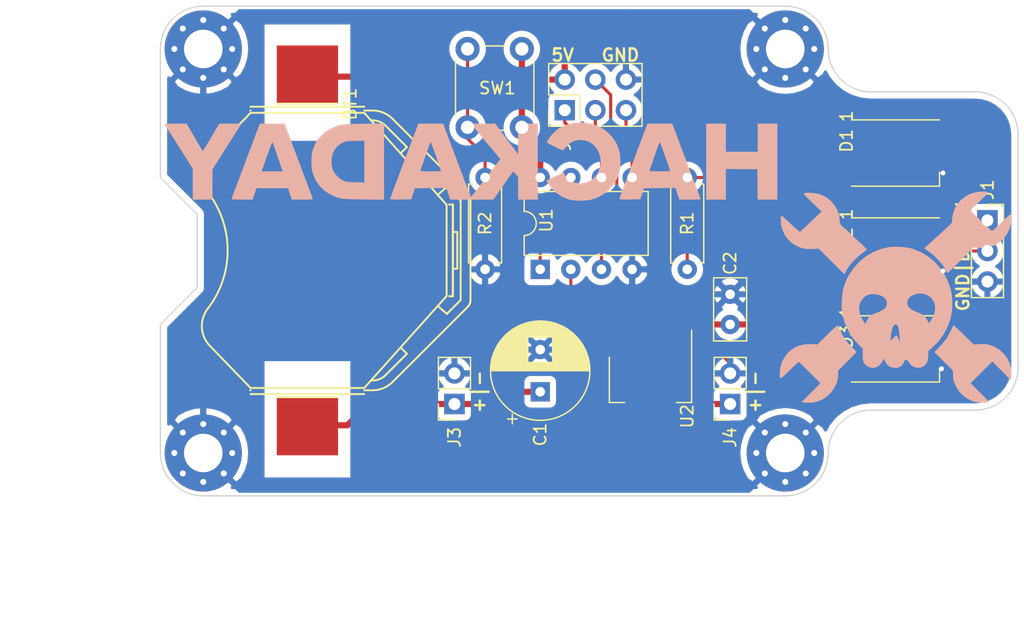
<source format=kicad_pcb>
(kicad_pcb (version 20171130) (host pcbnew 5.1.8-db9833491~87~ubuntu20.04.1)

  (general
    (thickness 1.6)
    (drawings 25)
    (tracks 173)
    (zones 0)
    (modules 21)
    (nets 14)
  )

  (page A4)
  (title_block
    (title Tiny_Blinky)
    (date 2020-07-09)
    (rev rev1)
    (company Hackaday)
    (comment 1 "Introduction to KiCad and FreeCAD")
  )

  (layers
    (0 F.Cu signal)
    (31 B.Cu signal)
    (36 B.SilkS user)
    (37 F.SilkS user)
    (38 B.Mask user)
    (39 F.Mask user)
    (40 Dwgs.User user)
    (44 Edge.Cuts user)
    (45 Margin user)
    (46 B.CrtYd user)
    (47 F.CrtYd user)
    (48 B.Fab user)
    (49 F.Fab user)
  )

  (setup
    (last_trace_width 0.254)
    (user_trace_width 0.254)
    (user_trace_width 0.381)
    (user_trace_width 0.508)
    (trace_clearance 0.2032)
    (zone_clearance 0.508)
    (zone_45_only no)
    (trace_min 0.2)
    (via_size 0.8128)
    (via_drill 0.4064)
    (via_min_size 0.4)
    (via_min_drill 0.3)
    (uvia_size 0.3048)
    (uvia_drill 0.1016)
    (uvias_allowed no)
    (uvia_min_size 0.2)
    (uvia_min_drill 0.1)
    (edge_width 0.1016)
    (segment_width 0.2032)
    (pcb_text_width 0.254)
    (pcb_text_size 1.524 1.524)
    (mod_edge_width 0.2032)
    (mod_text_size 1.016 1.016)
    (mod_text_width 0.2032)
    (pad_size 1.524 1.524)
    (pad_drill 0.762)
    (pad_to_mask_clearance 0.05)
    (aux_axis_origin 40.64 71.12)
    (grid_origin 76.2 50.8)
    (visible_elements FFFFFF7F)
    (pcbplotparams
      (layerselection 0x010f0_ffffffff)
      (usegerberextensions true)
      (usegerberattributes false)
      (usegerberadvancedattributes false)
      (creategerberjobfile false)
      (excludeedgelayer true)
      (linewidth 0.101600)
      (plotframeref false)
      (viasonmask false)
      (mode 1)
      (useauxorigin false)
      (hpglpennumber 1)
      (hpglpenspeed 20)
      (hpglpendiameter 15.000000)
      (psnegative false)
      (psa4output false)
      (plotreference true)
      (plotvalue true)
      (plotinvisibletext false)
      (padsonsilk true)
      (subtractmaskfromsilk true)
      (outputformat 1)
      (mirror false)
      (drillshape 0)
      (scaleselection 1)
      (outputdirectory "GERBER/"))
  )

  (net 0 "")
  (net 1 GND)
  (net 2 /Tiny_Blinky_Power/Vin)
  (net 3 /5V)
  (net 4 /D1)
  (net 5 /Din)
  (net 6 /D2)
  (net 7 /Dout)
  (net 8 "Net-(R1-Pad2)")
  (net 9 "Net-(R2-Pad1)")
  (net 10 /PB5)
  (net 11 /PB0)
  (net 12 /PB2)
  (net 13 /PB1)

  (net_class Default "This is the default net class."
    (clearance 0.2032)
    (trace_width 0.254)
    (via_dia 0.8128)
    (via_drill 0.4064)
    (uvia_dia 0.3048)
    (uvia_drill 0.1016)
    (diff_pair_width 0.2032)
    (diff_pair_gap 0.254)
    (add_net /D1)
    (add_net /D2)
    (add_net /Din)
    (add_net /Dout)
    (add_net /PB0)
    (add_net /PB1)
    (add_net /PB2)
    (add_net /PB5)
    (add_net "Net-(R1-Pad2)")
    (add_net "Net-(R2-Pad1)")
  )

  (net_class 15mil ""
    (clearance 0.2032)
    (trace_width 0.381)
    (via_dia 0.8128)
    (via_drill 0.4064)
    (uvia_dia 0.3048)
    (uvia_drill 0.1016)
    (diff_pair_width 0.2032)
    (diff_pair_gap 0.254)
  )

  (net_class 20mil ""
    (clearance 0.2032)
    (trace_width 0.508)
    (via_dia 0.8128)
    (via_drill 0.4064)
    (uvia_dia 0.3048)
    (uvia_drill 0.1016)
    (diff_pair_width 0.2032)
    (diff_pair_gap 0.254)
    (add_net /5V)
    (add_net /Tiny_Blinky_Power/Vin)
    (add_net GND)
  )

  (module tiny_blinky:LED_WS2812B_PLCC4_5.0x5.0mm_P3.2mm (layer F.Cu) (tedit 5F7497A4) (tstamp 5F0FAD76)
    (at 101.6 42.672)
    (descr https://cdn-shop.adafruit.com/datasheets/WS2812B.pdf)
    (tags "LED RGB NeoPixel")
    (path /5EF82A25)
    (attr smd)
    (fp_text reference D1 (at -4.064 -1.016 90) (layer F.SilkS)
      (effects (font (size 1 1) (thickness 0.15)))
    )
    (fp_text value WS2812B (at -4.572 0 90) (layer F.Fab)
      (effects (font (size 1 1) (thickness 0.15)))
    )
    (fp_circle (center 0 0) (end 0 -2) (layer F.Fab) (width 0.1))
    (fp_line (start 3.65 2.75) (end 3.65 1.6) (layer F.SilkS) (width 0.12))
    (fp_line (start -3.65 2.75) (end 3.65 2.75) (layer F.SilkS) (width 0.12))
    (fp_line (start -3.65 -2.75) (end 3.65 -2.75) (layer F.SilkS) (width 0.12))
    (fp_line (start 2.5 -2.5) (end -2.5 -2.5) (layer F.Fab) (width 0.1))
    (fp_line (start 2.5 2.5) (end 2.5 -2.5) (layer F.Fab) (width 0.1))
    (fp_line (start -2.5 2.5) (end 2.5 2.5) (layer F.Fab) (width 0.1))
    (fp_line (start -2.5 -2.5) (end -2.5 2.5) (layer F.Fab) (width 0.1))
    (fp_line (start 2.5 1.5) (end 1.5 2.5) (layer F.Fab) (width 0.1))
    (fp_line (start -3.45 -2.75) (end -3.45 2.75) (layer F.CrtYd) (width 0.05))
    (fp_line (start -3.45 2.75) (end 3.45 2.75) (layer F.CrtYd) (width 0.05))
    (fp_line (start 3.45 2.75) (end 3.45 -2.75) (layer F.CrtYd) (width 0.05))
    (fp_line (start 3.45 -2.75) (end -3.45 -2.75) (layer F.CrtYd) (width 0.05))
    (fp_text user %R (at 0 0 90) (layer F.Fab)
      (effects (font (size 0.8 0.8) (thickness 0.15)))
    )
    (fp_text user 1 (at -4.064 -3.048 90) (layer F.SilkS)
      (effects (font (size 1 1) (thickness 0.15)))
    )
    (pad 1 smd rect (at -2.45 -1.6) (size 1.5 1) (layers F.Cu F.Paste F.Mask)
      (net 3 /5V))
    (pad 2 smd rect (at -2.45 1.6) (size 1.5 1) (layers F.Cu F.Paste F.Mask)
      (net 4 /D1))
    (pad 4 smd rect (at 2.45 -1.6) (size 1.5 1) (layers F.Cu F.Paste F.Mask)
      (net 5 /Din))
    (pad 3 smd rect (at 2.45 1.6) (size 1.5 1) (layers F.Cu F.Paste F.Mask)
      (net 1 GND))
    (model ${KIPRJMOD}/packages3D/LED_WS2812B_PLCC4_5_0x5_0mm_P3_2mm.wrl
      (at (xyz 0 0 0))
      (scale (xyz 1 1 1))
      (rotate (xyz 0 0 0))
    )
  )

  (module tiny_blinky:LED_WS2812B_PLCC4_5.0x5.0mm_P3.2mm (layer F.Cu) (tedit 5F7497A4) (tstamp 5F0FAD8C)
    (at 101.6 50.8)
    (descr https://cdn-shop.adafruit.com/datasheets/WS2812B.pdf)
    (tags "LED RGB NeoPixel")
    (path /5EF83D10)
    (attr smd)
    (fp_text reference D2 (at -4.064 -1.016 90) (layer F.SilkS)
      (effects (font (size 1 1) (thickness 0.15)))
    )
    (fp_text value WS2812B (at -4.572 0 90) (layer F.Fab)
      (effects (font (size 1 1) (thickness 0.15)))
    )
    (fp_circle (center 0 0) (end 0 -2) (layer F.Fab) (width 0.1))
    (fp_line (start 3.65 2.75) (end 3.65 1.6) (layer F.SilkS) (width 0.12))
    (fp_line (start -3.65 2.75) (end 3.65 2.75) (layer F.SilkS) (width 0.12))
    (fp_line (start -3.65 -2.75) (end 3.65 -2.75) (layer F.SilkS) (width 0.12))
    (fp_line (start 2.5 -2.5) (end -2.5 -2.5) (layer F.Fab) (width 0.1))
    (fp_line (start 2.5 2.5) (end 2.5 -2.5) (layer F.Fab) (width 0.1))
    (fp_line (start -2.5 2.5) (end 2.5 2.5) (layer F.Fab) (width 0.1))
    (fp_line (start -2.5 -2.5) (end -2.5 2.5) (layer F.Fab) (width 0.1))
    (fp_line (start 2.5 1.5) (end 1.5 2.5) (layer F.Fab) (width 0.1))
    (fp_line (start -3.45 -2.75) (end -3.45 2.75) (layer F.CrtYd) (width 0.05))
    (fp_line (start -3.45 2.75) (end 3.45 2.75) (layer F.CrtYd) (width 0.05))
    (fp_line (start 3.45 2.75) (end 3.45 -2.75) (layer F.CrtYd) (width 0.05))
    (fp_line (start 3.45 -2.75) (end -3.45 -2.75) (layer F.CrtYd) (width 0.05))
    (fp_text user %R (at 0 0 90) (layer F.Fab)
      (effects (font (size 0.8 0.8) (thickness 0.15)))
    )
    (fp_text user 1 (at -4.064 -3.048 90) (layer F.SilkS)
      (effects (font (size 1 1) (thickness 0.15)))
    )
    (pad 1 smd rect (at -2.45 -1.6) (size 1.5 1) (layers F.Cu F.Paste F.Mask)
      (net 3 /5V))
    (pad 2 smd rect (at -2.45 1.6) (size 1.5 1) (layers F.Cu F.Paste F.Mask)
      (net 6 /D2))
    (pad 4 smd rect (at 2.45 -1.6) (size 1.5 1) (layers F.Cu F.Paste F.Mask)
      (net 4 /D1))
    (pad 3 smd rect (at 2.45 1.6) (size 1.5 1) (layers F.Cu F.Paste F.Mask)
      (net 1 GND))
    (model ${KIPRJMOD}/packages3D/LED_WS2812B_PLCC4_5_0x5_0mm_P3_2mm.wrl
      (at (xyz 0 0 0))
      (scale (xyz 1 1 1))
      (rotate (xyz 0 0 0))
    )
  )

  (module tiny_blinky:LED_WS2812B_PLCC4_5.0x5.0mm_P3.2mm (layer F.Cu) (tedit 5F7497A4) (tstamp 5F0FADA2)
    (at 101.6 58.928)
    (descr https://cdn-shop.adafruit.com/datasheets/WS2812B.pdf)
    (tags "LED RGB NeoPixel")
    (path /5EF85216)
    (attr smd)
    (fp_text reference D3 (at -4.064 -1.016 90) (layer F.SilkS)
      (effects (font (size 1 1) (thickness 0.15)))
    )
    (fp_text value WS2812B (at -4.572 0 90) (layer F.Fab)
      (effects (font (size 1 1) (thickness 0.15)))
    )
    (fp_circle (center 0 0) (end 0 -2) (layer F.Fab) (width 0.1))
    (fp_line (start 3.65 2.75) (end 3.65 1.6) (layer F.SilkS) (width 0.12))
    (fp_line (start -3.65 2.75) (end 3.65 2.75) (layer F.SilkS) (width 0.12))
    (fp_line (start -3.65 -2.75) (end 3.65 -2.75) (layer F.SilkS) (width 0.12))
    (fp_line (start 2.5 -2.5) (end -2.5 -2.5) (layer F.Fab) (width 0.1))
    (fp_line (start 2.5 2.5) (end 2.5 -2.5) (layer F.Fab) (width 0.1))
    (fp_line (start -2.5 2.5) (end 2.5 2.5) (layer F.Fab) (width 0.1))
    (fp_line (start -2.5 -2.5) (end -2.5 2.5) (layer F.Fab) (width 0.1))
    (fp_line (start 2.5 1.5) (end 1.5 2.5) (layer F.Fab) (width 0.1))
    (fp_line (start -3.45 -2.75) (end -3.45 2.75) (layer F.CrtYd) (width 0.05))
    (fp_line (start -3.45 2.75) (end 3.45 2.75) (layer F.CrtYd) (width 0.05))
    (fp_line (start 3.45 2.75) (end 3.45 -2.75) (layer F.CrtYd) (width 0.05))
    (fp_line (start 3.45 -2.75) (end -3.45 -2.75) (layer F.CrtYd) (width 0.05))
    (fp_text user %R (at 0 0 90) (layer F.Fab)
      (effects (font (size 0.8 0.8) (thickness 0.15)))
    )
    (fp_text user 1 (at -4.064 -3.048 90) (layer F.SilkS)
      (effects (font (size 1 1) (thickness 0.15)))
    )
    (pad 1 smd rect (at -2.45 -1.6) (size 1.5 1) (layers F.Cu F.Paste F.Mask)
      (net 3 /5V))
    (pad 2 smd rect (at -2.45 1.6) (size 1.5 1) (layers F.Cu F.Paste F.Mask)
      (net 7 /Dout))
    (pad 4 smd rect (at 2.45 -1.6) (size 1.5 1) (layers F.Cu F.Paste F.Mask)
      (net 6 /D2))
    (pad 3 smd rect (at 2.45 1.6) (size 1.5 1) (layers F.Cu F.Paste F.Mask)
      (net 1 GND))
    (model ${KIPRJMOD}/packages3D/LED_WS2812B_PLCC4_5_0x5_0mm_P3_2mm.wrl
      (at (xyz 0 0 0))
      (scale (xyz 1 1 1))
      (rotate (xyz 0 0 0))
    )
  )

  (module tiny_blinky:CP_Radial_D8.0mm_P3.50mm (layer F.Cu) (tedit 5F43EF00) (tstamp 5F0FACBC)
    (at 72.136 62.484 90)
    (descr "CP, Radial series, Radial, pin pitch=3.50mm, , diameter=8mm, Electrolytic Capacitor")
    (tags "CP Radial series Radial pin pitch 3.50mm  diameter 8mm Electrolytic Capacitor")
    (path /5EF97AD5/5EF99604)
    (fp_text reference C1 (at -3.556 0 90) (layer F.SilkS)
      (effects (font (size 1 1) (thickness 0.15)))
    )
    (fp_text value 470uF/25V (at 1.524 2.032 90) (layer F.Fab)
      (effects (font (size 1 1) (thickness 0.15)))
    )
    (fp_circle (center 1.75 0) (end 5.75 0) (layer F.Fab) (width 0.1))
    (fp_circle (center 1.75 0) (end 5.87 0) (layer F.SilkS) (width 0.12))
    (fp_circle (center 1.75 0) (end 6 0) (layer F.CrtYd) (width 0.05))
    (fp_line (start -1.676759 -1.7475) (end -0.876759 -1.7475) (layer F.Fab) (width 0.1))
    (fp_line (start -1.276759 -2.1475) (end -1.276759 -1.3475) (layer F.Fab) (width 0.1))
    (fp_line (start 1.75 -4.08) (end 1.75 4.08) (layer F.SilkS) (width 0.12))
    (fp_line (start 1.79 -4.08) (end 1.79 4.08) (layer F.SilkS) (width 0.12))
    (fp_line (start 1.83 -4.08) (end 1.83 4.08) (layer F.SilkS) (width 0.12))
    (fp_line (start 1.87 -4.079) (end 1.87 4.079) (layer F.SilkS) (width 0.12))
    (fp_line (start 1.91 -4.077) (end 1.91 4.077) (layer F.SilkS) (width 0.12))
    (fp_line (start 1.95 -4.076) (end 1.95 4.076) (layer F.SilkS) (width 0.12))
    (fp_line (start 1.99 -4.074) (end 1.99 4.074) (layer F.SilkS) (width 0.12))
    (fp_line (start 2.03 -4.071) (end 2.03 4.071) (layer F.SilkS) (width 0.12))
    (fp_line (start 2.07 -4.068) (end 2.07 4.068) (layer F.SilkS) (width 0.12))
    (fp_line (start 2.11 -4.065) (end 2.11 4.065) (layer F.SilkS) (width 0.12))
    (fp_line (start 2.15 -4.061) (end 2.15 4.061) (layer F.SilkS) (width 0.12))
    (fp_line (start 2.19 -4.057) (end 2.19 4.057) (layer F.SilkS) (width 0.12))
    (fp_line (start 2.23 -4.052) (end 2.23 4.052) (layer F.SilkS) (width 0.12))
    (fp_line (start 2.27 -4.048) (end 2.27 4.048) (layer F.SilkS) (width 0.12))
    (fp_line (start 2.31 -4.042) (end 2.31 4.042) (layer F.SilkS) (width 0.12))
    (fp_line (start 2.35 -4.037) (end 2.35 4.037) (layer F.SilkS) (width 0.12))
    (fp_line (start 2.39 -4.03) (end 2.39 4.03) (layer F.SilkS) (width 0.12))
    (fp_line (start 2.43 -4.024) (end 2.43 4.024) (layer F.SilkS) (width 0.12))
    (fp_line (start 2.471 -4.017) (end 2.471 -1.04) (layer F.SilkS) (width 0.12))
    (fp_line (start 2.471 1.04) (end 2.471 4.017) (layer F.SilkS) (width 0.12))
    (fp_line (start 2.511 -4.01) (end 2.511 -1.04) (layer F.SilkS) (width 0.12))
    (fp_line (start 2.511 1.04) (end 2.511 4.01) (layer F.SilkS) (width 0.12))
    (fp_line (start 2.551 -4.002) (end 2.551 -1.04) (layer F.SilkS) (width 0.12))
    (fp_line (start 2.551 1.04) (end 2.551 4.002) (layer F.SilkS) (width 0.12))
    (fp_line (start 2.591 -3.994) (end 2.591 -1.04) (layer F.SilkS) (width 0.12))
    (fp_line (start 2.591 1.04) (end 2.591 3.994) (layer F.SilkS) (width 0.12))
    (fp_line (start 2.631 -3.985) (end 2.631 -1.04) (layer F.SilkS) (width 0.12))
    (fp_line (start 2.631 1.04) (end 2.631 3.985) (layer F.SilkS) (width 0.12))
    (fp_line (start 2.671 -3.976) (end 2.671 -1.04) (layer F.SilkS) (width 0.12))
    (fp_line (start 2.671 1.04) (end 2.671 3.976) (layer F.SilkS) (width 0.12))
    (fp_line (start 2.711 -3.967) (end 2.711 -1.04) (layer F.SilkS) (width 0.12))
    (fp_line (start 2.711 1.04) (end 2.711 3.967) (layer F.SilkS) (width 0.12))
    (fp_line (start 2.751 -3.957) (end 2.751 -1.04) (layer F.SilkS) (width 0.12))
    (fp_line (start 2.751 1.04) (end 2.751 3.957) (layer F.SilkS) (width 0.12))
    (fp_line (start 2.791 -3.947) (end 2.791 -1.04) (layer F.SilkS) (width 0.12))
    (fp_line (start 2.791 1.04) (end 2.791 3.947) (layer F.SilkS) (width 0.12))
    (fp_line (start 2.831 -3.936) (end 2.831 -1.04) (layer F.SilkS) (width 0.12))
    (fp_line (start 2.831 1.04) (end 2.831 3.936) (layer F.SilkS) (width 0.12))
    (fp_line (start 2.871 -3.925) (end 2.871 -1.04) (layer F.SilkS) (width 0.12))
    (fp_line (start 2.871 1.04) (end 2.871 3.925) (layer F.SilkS) (width 0.12))
    (fp_line (start 2.911 -3.914) (end 2.911 -1.04) (layer F.SilkS) (width 0.12))
    (fp_line (start 2.911 1.04) (end 2.911 3.914) (layer F.SilkS) (width 0.12))
    (fp_line (start 2.951 -3.902) (end 2.951 -1.04) (layer F.SilkS) (width 0.12))
    (fp_line (start 2.951 1.04) (end 2.951 3.902) (layer F.SilkS) (width 0.12))
    (fp_line (start 2.991 -3.889) (end 2.991 -1.04) (layer F.SilkS) (width 0.12))
    (fp_line (start 2.991 1.04) (end 2.991 3.889) (layer F.SilkS) (width 0.12))
    (fp_line (start 3.031 -3.877) (end 3.031 -1.04) (layer F.SilkS) (width 0.12))
    (fp_line (start 3.031 1.04) (end 3.031 3.877) (layer F.SilkS) (width 0.12))
    (fp_line (start 3.071 -3.863) (end 3.071 -1.04) (layer F.SilkS) (width 0.12))
    (fp_line (start 3.071 1.04) (end 3.071 3.863) (layer F.SilkS) (width 0.12))
    (fp_line (start 3.111 -3.85) (end 3.111 -1.04) (layer F.SilkS) (width 0.12))
    (fp_line (start 3.111 1.04) (end 3.111 3.85) (layer F.SilkS) (width 0.12))
    (fp_line (start 3.151 -3.835) (end 3.151 -1.04) (layer F.SilkS) (width 0.12))
    (fp_line (start 3.151 1.04) (end 3.151 3.835) (layer F.SilkS) (width 0.12))
    (fp_line (start 3.191 -3.821) (end 3.191 -1.04) (layer F.SilkS) (width 0.12))
    (fp_line (start 3.191 1.04) (end 3.191 3.821) (layer F.SilkS) (width 0.12))
    (fp_line (start 3.231 -3.805) (end 3.231 -1.04) (layer F.SilkS) (width 0.12))
    (fp_line (start 3.231 1.04) (end 3.231 3.805) (layer F.SilkS) (width 0.12))
    (fp_line (start 3.271 -3.79) (end 3.271 -1.04) (layer F.SilkS) (width 0.12))
    (fp_line (start 3.271 1.04) (end 3.271 3.79) (layer F.SilkS) (width 0.12))
    (fp_line (start 3.311 -3.774) (end 3.311 -1.04) (layer F.SilkS) (width 0.12))
    (fp_line (start 3.311 1.04) (end 3.311 3.774) (layer F.SilkS) (width 0.12))
    (fp_line (start 3.351 -3.757) (end 3.351 -1.04) (layer F.SilkS) (width 0.12))
    (fp_line (start 3.351 1.04) (end 3.351 3.757) (layer F.SilkS) (width 0.12))
    (fp_line (start 3.391 -3.74) (end 3.391 -1.04) (layer F.SilkS) (width 0.12))
    (fp_line (start 3.391 1.04) (end 3.391 3.74) (layer F.SilkS) (width 0.12))
    (fp_line (start 3.431 -3.722) (end 3.431 -1.04) (layer F.SilkS) (width 0.12))
    (fp_line (start 3.431 1.04) (end 3.431 3.722) (layer F.SilkS) (width 0.12))
    (fp_line (start 3.471 -3.704) (end 3.471 -1.04) (layer F.SilkS) (width 0.12))
    (fp_line (start 3.471 1.04) (end 3.471 3.704) (layer F.SilkS) (width 0.12))
    (fp_line (start 3.511 -3.686) (end 3.511 -1.04) (layer F.SilkS) (width 0.12))
    (fp_line (start 3.511 1.04) (end 3.511 3.686) (layer F.SilkS) (width 0.12))
    (fp_line (start 3.551 -3.666) (end 3.551 -1.04) (layer F.SilkS) (width 0.12))
    (fp_line (start 3.551 1.04) (end 3.551 3.666) (layer F.SilkS) (width 0.12))
    (fp_line (start 3.591 -3.647) (end 3.591 -1.04) (layer F.SilkS) (width 0.12))
    (fp_line (start 3.591 1.04) (end 3.591 3.647) (layer F.SilkS) (width 0.12))
    (fp_line (start 3.631 -3.627) (end 3.631 -1.04) (layer F.SilkS) (width 0.12))
    (fp_line (start 3.631 1.04) (end 3.631 3.627) (layer F.SilkS) (width 0.12))
    (fp_line (start 3.671 -3.606) (end 3.671 -1.04) (layer F.SilkS) (width 0.12))
    (fp_line (start 3.671 1.04) (end 3.671 3.606) (layer F.SilkS) (width 0.12))
    (fp_line (start 3.711 -3.584) (end 3.711 -1.04) (layer F.SilkS) (width 0.12))
    (fp_line (start 3.711 1.04) (end 3.711 3.584) (layer F.SilkS) (width 0.12))
    (fp_line (start 3.751 -3.562) (end 3.751 -1.04) (layer F.SilkS) (width 0.12))
    (fp_line (start 3.751 1.04) (end 3.751 3.562) (layer F.SilkS) (width 0.12))
    (fp_line (start 3.791 -3.54) (end 3.791 -1.04) (layer F.SilkS) (width 0.12))
    (fp_line (start 3.791 1.04) (end 3.791 3.54) (layer F.SilkS) (width 0.12))
    (fp_line (start 3.831 -3.517) (end 3.831 -1.04) (layer F.SilkS) (width 0.12))
    (fp_line (start 3.831 1.04) (end 3.831 3.517) (layer F.SilkS) (width 0.12))
    (fp_line (start 3.871 -3.493) (end 3.871 -1.04) (layer F.SilkS) (width 0.12))
    (fp_line (start 3.871 1.04) (end 3.871 3.493) (layer F.SilkS) (width 0.12))
    (fp_line (start 3.911 -3.469) (end 3.911 -1.04) (layer F.SilkS) (width 0.12))
    (fp_line (start 3.911 1.04) (end 3.911 3.469) (layer F.SilkS) (width 0.12))
    (fp_line (start 3.951 -3.444) (end 3.951 -1.04) (layer F.SilkS) (width 0.12))
    (fp_line (start 3.951 1.04) (end 3.951 3.444) (layer F.SilkS) (width 0.12))
    (fp_line (start 3.991 -3.418) (end 3.991 -1.04) (layer F.SilkS) (width 0.12))
    (fp_line (start 3.991 1.04) (end 3.991 3.418) (layer F.SilkS) (width 0.12))
    (fp_line (start 4.031 -3.392) (end 4.031 -1.04) (layer F.SilkS) (width 0.12))
    (fp_line (start 4.031 1.04) (end 4.031 3.392) (layer F.SilkS) (width 0.12))
    (fp_line (start 4.071 -3.365) (end 4.071 -1.04) (layer F.SilkS) (width 0.12))
    (fp_line (start 4.071 1.04) (end 4.071 3.365) (layer F.SilkS) (width 0.12))
    (fp_line (start 4.111 -3.338) (end 4.111 -1.04) (layer F.SilkS) (width 0.12))
    (fp_line (start 4.111 1.04) (end 4.111 3.338) (layer F.SilkS) (width 0.12))
    (fp_line (start 4.151 -3.309) (end 4.151 -1.04) (layer F.SilkS) (width 0.12))
    (fp_line (start 4.151 1.04) (end 4.151 3.309) (layer F.SilkS) (width 0.12))
    (fp_line (start 4.191 -3.28) (end 4.191 -1.04) (layer F.SilkS) (width 0.12))
    (fp_line (start 4.191 1.04) (end 4.191 3.28) (layer F.SilkS) (width 0.12))
    (fp_line (start 4.231 -3.25) (end 4.231 -1.04) (layer F.SilkS) (width 0.12))
    (fp_line (start 4.231 1.04) (end 4.231 3.25) (layer F.SilkS) (width 0.12))
    (fp_line (start 4.271 -3.22) (end 4.271 -1.04) (layer F.SilkS) (width 0.12))
    (fp_line (start 4.271 1.04) (end 4.271 3.22) (layer F.SilkS) (width 0.12))
    (fp_line (start 4.311 -3.189) (end 4.311 -1.04) (layer F.SilkS) (width 0.12))
    (fp_line (start 4.311 1.04) (end 4.311 3.189) (layer F.SilkS) (width 0.12))
    (fp_line (start 4.351 -3.156) (end 4.351 -1.04) (layer F.SilkS) (width 0.12))
    (fp_line (start 4.351 1.04) (end 4.351 3.156) (layer F.SilkS) (width 0.12))
    (fp_line (start 4.391 -3.124) (end 4.391 -1.04) (layer F.SilkS) (width 0.12))
    (fp_line (start 4.391 1.04) (end 4.391 3.124) (layer F.SilkS) (width 0.12))
    (fp_line (start 4.431 -3.09) (end 4.431 -1.04) (layer F.SilkS) (width 0.12))
    (fp_line (start 4.431 1.04) (end 4.431 3.09) (layer F.SilkS) (width 0.12))
    (fp_line (start 4.471 -3.055) (end 4.471 -1.04) (layer F.SilkS) (width 0.12))
    (fp_line (start 4.471 1.04) (end 4.471 3.055) (layer F.SilkS) (width 0.12))
    (fp_line (start 4.511 -3.019) (end 4.511 -1.04) (layer F.SilkS) (width 0.12))
    (fp_line (start 4.511 1.04) (end 4.511 3.019) (layer F.SilkS) (width 0.12))
    (fp_line (start 4.551 -2.983) (end 4.551 2.983) (layer F.SilkS) (width 0.12))
    (fp_line (start 4.591 -2.945) (end 4.591 2.945) (layer F.SilkS) (width 0.12))
    (fp_line (start 4.631 -2.907) (end 4.631 2.907) (layer F.SilkS) (width 0.12))
    (fp_line (start 4.671 -2.867) (end 4.671 2.867) (layer F.SilkS) (width 0.12))
    (fp_line (start 4.711 -2.826) (end 4.711 2.826) (layer F.SilkS) (width 0.12))
    (fp_line (start 4.751 -2.784) (end 4.751 2.784) (layer F.SilkS) (width 0.12))
    (fp_line (start 4.791 -2.741) (end 4.791 2.741) (layer F.SilkS) (width 0.12))
    (fp_line (start 4.831 -2.697) (end 4.831 2.697) (layer F.SilkS) (width 0.12))
    (fp_line (start 4.871 -2.651) (end 4.871 2.651) (layer F.SilkS) (width 0.12))
    (fp_line (start 4.911 -2.604) (end 4.911 2.604) (layer F.SilkS) (width 0.12))
    (fp_line (start 4.951 -2.556) (end 4.951 2.556) (layer F.SilkS) (width 0.12))
    (fp_line (start 4.991 -2.505) (end 4.991 2.505) (layer F.SilkS) (width 0.12))
    (fp_line (start 5.031 -2.454) (end 5.031 2.454) (layer F.SilkS) (width 0.12))
    (fp_line (start 5.071 -2.4) (end 5.071 2.4) (layer F.SilkS) (width 0.12))
    (fp_line (start 5.111 -2.345) (end 5.111 2.345) (layer F.SilkS) (width 0.12))
    (fp_line (start 5.151 -2.287) (end 5.151 2.287) (layer F.SilkS) (width 0.12))
    (fp_line (start 5.191 -2.228) (end 5.191 2.228) (layer F.SilkS) (width 0.12))
    (fp_line (start 5.231 -2.166) (end 5.231 2.166) (layer F.SilkS) (width 0.12))
    (fp_line (start 5.271 -2.102) (end 5.271 2.102) (layer F.SilkS) (width 0.12))
    (fp_line (start 5.311 -2.034) (end 5.311 2.034) (layer F.SilkS) (width 0.12))
    (fp_line (start 5.351 -1.964) (end 5.351 1.964) (layer F.SilkS) (width 0.12))
    (fp_line (start 5.391 -1.89) (end 5.391 1.89) (layer F.SilkS) (width 0.12))
    (fp_line (start 5.431 -1.813) (end 5.431 1.813) (layer F.SilkS) (width 0.12))
    (fp_line (start 5.471 -1.731) (end 5.471 1.731) (layer F.SilkS) (width 0.12))
    (fp_line (start 5.511 -1.645) (end 5.511 1.645) (layer F.SilkS) (width 0.12))
    (fp_line (start 5.551 -1.552) (end 5.551 1.552) (layer F.SilkS) (width 0.12))
    (fp_line (start 5.591 -1.453) (end 5.591 1.453) (layer F.SilkS) (width 0.12))
    (fp_line (start 5.631 -1.346) (end 5.631 1.346) (layer F.SilkS) (width 0.12))
    (fp_line (start 5.671 -1.229) (end 5.671 1.229) (layer F.SilkS) (width 0.12))
    (fp_line (start 5.711 -1.098) (end 5.711 1.098) (layer F.SilkS) (width 0.12))
    (fp_line (start 5.751 -0.948) (end 5.751 0.948) (layer F.SilkS) (width 0.12))
    (fp_line (start 5.791 -0.768) (end 5.791 0.768) (layer F.SilkS) (width 0.12))
    (fp_line (start 5.831 -0.533) (end 5.831 0.533) (layer F.SilkS) (width 0.12))
    (fp_line (start -2.659698 -2.315) (end -1.859698 -2.315) (layer F.SilkS) (width 0.12))
    (fp_line (start -2.259698 -2.715) (end -2.259698 -1.915) (layer F.SilkS) (width 0.12))
    (fp_text user %R (at 0.508 -2.032 90) (layer F.Fab)
      (effects (font (size 1 1) (thickness 0.15)))
    )
    (pad 2 thru_hole circle (at 3.5 0 90) (size 1.6 1.6) (drill 0.8) (layers *.Cu *.Mask)
      (net 1 GND))
    (pad 1 thru_hole rect (at 0 0 90) (size 1.6 1.6) (drill 0.8) (layers *.Cu *.Mask)
      (net 2 /Tiny_Blinky_Power/Vin))
    (model ${KIPRJMOD}/packages3D/CP_Radial_D8.0mm_P3.50mm.wrl
      (at (xyz 0 0 0))
      (scale (xyz 1 1 1))
      (rotate (xyz 0 0 0))
    )
  )

  (module tiny_blinky:C_Disc_D5.0mm_W2.5mm_P2.50mm (layer F.Cu) (tedit 5F43D65E) (tstamp 5F0FAD64)
    (at 87.884 56.896 90)
    (descr "C, Disc series, Radial, pin pitch=2.50mm, , diameter*width=5*2.5mm^2, Capacitor, http://cdn-reichelt.de/documents/datenblatt/B300/DS_KERKO_TC.pdf")
    (tags "C Disc series Radial pin pitch 2.50mm  diameter 5mm width 2.5mm Capacitor")
    (path /5EF97AD5/5EF99C7F)
    (fp_text reference C2 (at 5.08 0 90) (layer F.SilkS)
      (effects (font (size 1 1) (thickness 0.15)))
    )
    (fp_text value 100n (at 1.25 -2.032 90) (layer F.Fab)
      (effects (font (size 1 1) (thickness 0.15)))
    )
    (fp_line (start -1.25 -1.25) (end -1.25 1.25) (layer F.Fab) (width 0.1))
    (fp_line (start -1.25 1.25) (end 3.75 1.25) (layer F.Fab) (width 0.1))
    (fp_line (start 3.75 1.25) (end 3.75 -1.25) (layer F.Fab) (width 0.1))
    (fp_line (start 3.75 -1.25) (end -1.25 -1.25) (layer F.Fab) (width 0.1))
    (fp_line (start -1.37 -1.37) (end 3.87 -1.37) (layer F.SilkS) (width 0.12))
    (fp_line (start -1.37 1.37) (end 3.87 1.37) (layer F.SilkS) (width 0.12))
    (fp_line (start -1.37 -1.37) (end -1.37 1.37) (layer F.SilkS) (width 0.12))
    (fp_line (start 3.87 -1.37) (end 3.87 1.37) (layer F.SilkS) (width 0.12))
    (fp_line (start -1.5 -1.5) (end -1.5 1.5) (layer F.CrtYd) (width 0.05))
    (fp_line (start -1.5 1.5) (end 4 1.5) (layer F.CrtYd) (width 0.05))
    (fp_line (start 4 1.5) (end 4 -1.5) (layer F.CrtYd) (width 0.05))
    (fp_line (start 4 -1.5) (end -1.5 -1.5) (layer F.CrtYd) (width 0.05))
    (fp_text user %R (at 5.08 0 90) (layer F.Fab)
      (effects (font (size 1 1) (thickness 0.15)))
    )
    (pad 2 thru_hole circle (at 2.5 0 90) (size 1.6 1.6) (drill 0.8) (layers *.Cu *.Mask)
      (net 1 GND))
    (pad 1 thru_hole circle (at 0 0 90) (size 1.6 1.6) (drill 0.8) (layers *.Cu *.Mask)
      (net 3 /5V))
    (model ${KIPRJMOD}/packages3D/C_Disc_D5.0mm_W2.5mm_P2.50mm.wrl
      (at (xyz 0 0 0))
      (scale (xyz 1 1 1))
      (rotate (xyz 0 0 0))
    )
  )

  (module tiny_blinky:DIP-8_W7.62mm (layer F.Cu) (tedit 5F43C7A8) (tstamp 5F0FAE9D)
    (at 72.136 52.324 90)
    (descr "8-lead though-hole mounted DIP package, row spacing 7.62 mm (300 mils)")
    (tags "THT DIP DIL PDIP 2.54mm 7.62mm 300mil")
    (path /5EF786CF)
    (fp_text reference U1 (at 4.064 0.508 90) (layer F.SilkS)
      (effects (font (size 1 1) (thickness 0.15)))
    )
    (fp_text value ATtiny85-20PU (at 3.81 9.95 90) (layer F.Fab)
      (effects (font (size 1 1) (thickness 0.15)))
    )
    (fp_line (start 8.7 -1.55) (end -1.1 -1.55) (layer F.CrtYd) (width 0.05))
    (fp_line (start 8.7 9.15) (end 8.7 -1.55) (layer F.CrtYd) (width 0.05))
    (fp_line (start -1.1 9.15) (end 8.7 9.15) (layer F.CrtYd) (width 0.05))
    (fp_line (start -1.1 -1.55) (end -1.1 9.15) (layer F.CrtYd) (width 0.05))
    (fp_line (start 6.46 -1.33) (end 4.81 -1.33) (layer F.SilkS) (width 0.12))
    (fp_line (start 6.46 8.95) (end 6.46 -1.33) (layer F.SilkS) (width 0.12))
    (fp_line (start 1.16 8.95) (end 6.46 8.95) (layer F.SilkS) (width 0.12))
    (fp_line (start 1.16 -1.33) (end 1.16 8.95) (layer F.SilkS) (width 0.12))
    (fp_line (start 2.81 -1.33) (end 1.16 -1.33) (layer F.SilkS) (width 0.12))
    (fp_line (start 0.635 -0.27) (end 1.635 -1.27) (layer F.Fab) (width 0.1))
    (fp_line (start 0.635 8.89) (end 0.635 -0.27) (layer F.Fab) (width 0.1))
    (fp_line (start 6.985 8.89) (end 0.635 8.89) (layer F.Fab) (width 0.1))
    (fp_line (start 6.985 -1.27) (end 6.985 8.89) (layer F.Fab) (width 0.1))
    (fp_line (start 1.635 -1.27) (end 6.985 -1.27) (layer F.Fab) (width 0.1))
    (fp_text user %R (at 3.81 3.81 90) (layer F.Fab)
      (effects (font (size 1 1) (thickness 0.15)))
    )
    (fp_arc (start 3.81 -1.33) (end 2.81 -1.33) (angle -180) (layer F.SilkS) (width 0.12))
    (pad 8 thru_hole oval (at 7.62 0 90) (size 1.6 1.6) (drill 0.8) (layers *.Cu *.Mask)
      (net 3 /5V))
    (pad 4 thru_hole oval (at 0 7.62 90) (size 1.6 1.6) (drill 0.8) (layers *.Cu *.Mask)
      (net 1 GND))
    (pad 7 thru_hole oval (at 7.62 2.54 90) (size 1.6 1.6) (drill 0.8) (layers *.Cu *.Mask)
      (net 12 /PB2))
    (pad 3 thru_hole oval (at 0 5.08 90) (size 1.6 1.6) (drill 0.8) (layers *.Cu *.Mask)
      (net 8 "Net-(R1-Pad2)"))
    (pad 6 thru_hole oval (at 7.62 5.08 90) (size 1.6 1.6) (drill 0.8) (layers *.Cu *.Mask)
      (net 13 /PB1))
    (pad 2 thru_hole oval (at 0 2.54 90) (size 1.6 1.6) (drill 0.8) (layers *.Cu *.Mask)
      (net 9 "Net-(R2-Pad1)"))
    (pad 5 thru_hole oval (at 7.62 7.62 90) (size 1.6 1.6) (drill 0.8) (layers *.Cu *.Mask)
      (net 11 /PB0))
    (pad 1 thru_hole rect (at 0 0 90) (size 1.6 1.6) (drill 0.8) (layers *.Cu *.Mask)
      (net 10 /PB5))
    (model ${KIPRJMOD}/packages3D/DIP-8_W7.62mm_Socket.wrl
      (at (xyz 0 0 0))
      (scale (xyz 1 1 1))
      (rotate (xyz 0 0 0))
    )
    (model ${KIPRJMOD}/packages3D/DIP-8_W7.62mm.wrl
      (offset (xyz 0 0 3.81))
      (scale (xyz 1 1 1))
      (rotate (xyz 0 0 0))
    )
  )

  (module tiny_blinky:3024-2 (layer F.Cu) (tedit 5F43C974) (tstamp 5F0FAC8A)
    (at 52.832 50.8 270)
    (descr "Unnamed StepUp generated footprint")
    (path /5EF97AD5/5EF98E9C)
    (attr smd)
    (fp_text reference BT1 (at -12.192 -3.556 90) (layer F.SilkS)
      (effects (font (size 1 1) (thickness 0.15)))
    )
    (fp_text value 2xCR2032 (at 0 -11 90) (layer F.Fab)
      (effects (font (size 1 1) (thickness 0.15)))
    )
    (fp_line (start -13.002 -14.236) (end 13.002 -14.236) (layer F.CrtYd) (width 0.05))
    (fp_line (start 13.002 -14.236) (end 13.002 9.374) (layer F.CrtYd) (width 0.05))
    (fp_line (start 13.002 9.374) (end -13.002 9.374) (layer F.CrtYd) (width 0.05))
    (fp_line (start -13.002 9.374) (end -13.002 -14.236) (layer F.CrtYd) (width 0.05))
    (fp_line (start 11.877 -2.54) (end 11.877 2.54) (layer F.SilkS) (width 0.16))
    (fp_line (start 11.877 4.712) (end 11.877 -4.712) (layer F.SilkS) (width 0.16))
    (fp_line (start -3.832 -11.544) (end -11.465 -4.712) (layer F.SilkS) (width 0.16))
    (fp_line (start -11.465 4.712) (end -7.966 8.091) (layer F.SilkS) (width 0.16))
    (fp_line (start 7.87 8.091) (end 11.369 4.712) (layer F.SilkS) (width 0.16))
    (fp_line (start 11.369 -4.712) (end 3.737 -11.544) (layer F.SilkS) (width 0.16))
    (fp_line (start -11.973 -4.712) (end -11.973 4.712) (layer F.SilkS) (width 0.16))
    (fp_line (start -3.832 -12.052) (end 3.737 -12.052) (layer F.SilkS) (width 0.16))
    (fp_line (start -4.657 -10.806) (end -5.314 -11.562) (layer F.SilkS) (width 0.16))
    (fp_line (start 5.219 -11.562) (end 4.561 -10.806) (layer F.SilkS) (width 0.16))
    (fp_line (start 8.01 -7.719) (end 8.528 -8.253) (layer F.SilkS) (width 0.16))
    (fp_line (start 11.56 -5.392) (end 11.56 -4.712) (layer F.SilkS) (width 0.16))
    (fp_line (start 11.56 4.712) (end 11.56 4.742) (layer F.SilkS) (width 0.16))
    (fp_line (start -11.656 4.742) (end -11.656 4.712) (layer F.SilkS) (width 0.16))
    (fp_line (start -11.656 -4.712) (end -11.656 -5.392) (layer F.SilkS) (width 0.16))
    (fp_line (start -8.624 -8.253) (end -8.106 -7.719) (layer F.SilkS) (width 0.16))
    (fp_line (start 3.737 -11.768) (end 3.762 -11.768) (layer F.SilkS) (width 0.16))
    (fp_line (start 3.762 -11.768) (end 3.762 -12.072) (layer F.SilkS) (width 0.16))
    (fp_line (start 3.762 -12.072) (end 1.476 -12.072) (layer F.SilkS) (width 0.16))
    (fp_line (start 1.476 -12.426) (end 1.476 -12.072) (layer F.SilkS) (width 0.16))
    (fp_line (start -1.572 -12.426) (end 1.476 -12.426) (layer F.SilkS) (width 0.16))
    (fp_line (start -1.572 -12.426) (end -1.572 -12.072) (layer F.SilkS) (width 0.16))
    (fp_line (start -1.572 -12.072) (end -3.858 -12.072) (layer F.SilkS) (width 0.16))
    (fp_line (start -3.858 -12.072) (end -3.858 -11.768) (layer F.SilkS) (width 0.16))
    (fp_line (start -3.858 -11.768) (end -3.832 -11.768) (layer F.SilkS) (width 0.16))
    (fp_line (start -11.973 2.54) (end -11.973 -2.54) (layer F.SilkS) (width 0.16))
    (fp_line (start 3.737 -12.052) (end 3.63 -12.052) (layer F.SilkS) (width 0.16))
    (fp_line (start -3.725 -12.052) (end -3.832 -12.052) (layer F.SilkS) (width 0.16))
    (fp_line (start -5.849 -12.177) (end -9.19 -8.836) (layer F.SilkS) (width 0.16))
    (fp_line (start -5.849 -12.177) (end -4.744 -13.282) (layer F.SilkS) (width 0.16))
    (fp_line (start -10.964 -7.062) (end -9.19 -8.836) (layer F.SilkS) (width 0.16))
    (fp_line (start -3.68 -12.072) (end -3.68 -12.052) (layer F.SilkS) (width 0.16))
    (fp_line (start 3.584 -12.072) (end 3.584 -12.052) (layer F.SilkS) (width 0.16))
    (fp_line (start 4.648 -13.282) (end 5.753 -12.177) (layer F.SilkS) (width 0.16))
    (fp_line (start 5.753 -12.177) (end 9.095 -8.836) (layer F.SilkS) (width 0.16))
    (fp_line (start 9.095 -8.836) (end 10.868 -7.062) (layer F.SilkS) (width 0.16))
    (fp_line (start -4.169 -13.52) (end 4.074 -13.52) (layer F.SilkS) (width 0.16))
    (fp_line (start 1.476 -12.072) (end -1.572 -12.072) (layer F.SilkS) (width 0.16))
    (fp_line (start 12.131 2.54) (end 12.131 -2.54) (layer F.SilkS) (width 0.16))
    (fp_line (start 11.369 4.712) (end 11.369 -4.712) (layer F.SilkS) (width 0.16))
    (fp_line (start -11.465 -4.712) (end -11.465 4.712) (layer F.SilkS) (width 0.16))
    (fp_line (start 3.737 -11.544) (end -3.832 -11.544) (layer F.SilkS) (width 0.16))
    (fp_line (start 10.747 -5.269) (end 10.747 -5.392) (layer F.SilkS) (width 0.16))
    (fp_line (start -10.843 -5.392) (end -10.843 -5.269) (layer F.SilkS) (width 0.16))
    (fp_line (start 10.293 -6.488) (end 8.528 -8.253) (layer F.SilkS) (width 0.16))
    (fp_line (start -4.169 -12.707) (end -5.314 -11.562) (layer F.SilkS) (width 0.16))
    (fp_line (start 4.074 -12.707) (end -4.169 -12.707) (layer F.SilkS) (width 0.16))
    (fp_line (start 5.219 -11.562) (end 4.074 -12.707) (layer F.SilkS) (width 0.16))
    (fp_line (start -8.624 -8.253) (end -10.389 -6.488) (layer F.SilkS) (width 0.16))
    (fp_line (start -12.227 -2.54) (end -12.227 2.54) (layer F.SilkS) (width 0.16))
    (fp_text user %R (at -12.7 -3.556 90) (layer F.Fab)
      (effects (font (size 1 1) (thickness 0.15)))
    )
    (fp_text user "EDIT PAD NUMBERS" (at 0 -2 90) (layer Cmts.User)
      (effects (font (size 1 1) (thickness 0.2) italic))
    )
    (fp_arc (start -6.325 6.392) (end -7.966 8.091) (angle -44.002) (layer F.SilkS) (width 0.16))
    (fp_arc (start -6.325 6.392) (end -6.325 8.754) (angle -37.605) (layer F.SilkS) (width 0.16))
    (fp_arc (start -0.048 14.541) (end 4.788 8.263) (angle -75.21) (layer F.SilkS) (width 0.16))
    (fp_arc (start 6.229 6.392) (end 4.788 8.263) (angle -37.605) (layer F.SilkS) (width 0.16))
    (fp_arc (start 6.229 6.392) (end 6.229 8.754) (angle -44.002) (layer F.SilkS) (width 0.16))
    (fp_arc (start 9.198 -5.392) (end 11.56 -5.392) (angle -45) (layer F.SilkS) (width 0.16))
    (fp_arc (start -9.293 -5.392) (end -10.964 -7.062) (angle -45) (layer F.SilkS) (width 0.16))
    (fp_arc (start -4.169 -12.707) (end -4.169 -13.52) (angle -45) (layer F.SilkS) (width 0.16))
    (fp_arc (start 4.074 -12.707) (end 4.648 -13.282) (angle -45) (layer F.SilkS) (width 0.16))
    (fp_arc (start 9.198 -5.392) (end 10.747 -5.392) (angle -45) (layer F.SilkS) (width 0.16))
    (fp_arc (start -9.293 -5.392) (end -10.389 -6.488) (angle -45) (layer F.SilkS) (width 0.16))
    (fp_arc (start 4.074 -12.707) (end 4.648 -13.282) (angle -45) (layer F.SilkS) (width 0.16))
    (pad 2 smd circle (at 0.004023 0.08756 270) (size 14 14) (layers F.Cu F.Paste F.Mask)
      (net 1 GND))
    (pad 1 smd rect (at 14.544432 -0.000024 270) (size 4.826 5.08) (layers F.Cu F.Paste F.Mask)
      (net 2 /Tiny_Blinky_Power/Vin))
    (pad 1 smd rect (at -14.640168 -0.000024 270) (size 4.826 5.08) (layers F.Cu F.Paste F.Mask)
      (net 2 /Tiny_Blinky_Power/Vin))
    (model ${KIPRJMOD}/packages3D/battery_3024_2.wrl
      (at (xyz 0 0 0))
      (scale (xyz 1 1 1))
      (rotate (xyz 0 0 0))
    )
  )

  (module tiny_blinky:SW_PUSH_6mm_H5mm (layer F.Cu) (tedit 5F43CA30) (tstamp 5F1CBE23)
    (at 70.612 34.036 270)
    (descr "tactile push button, 6x6mm e.g. PHAP33xx series, height=5mm")
    (tags "tact sw push 6mm")
    (path /5F1CB5ED)
    (fp_text reference SW1 (at 3.25 2.032) (layer F.SilkS)
      (effects (font (size 1 1) (thickness 0.15)))
    )
    (fp_text value SW (at 3.048 4.064) (layer F.Fab) hide
      (effects (font (size 1 1) (thickness 0.15)))
    )
    (fp_line (start 3.25 -0.75) (end 6.25 -0.75) (layer F.Fab) (width 0.1))
    (fp_line (start 6.25 -0.75) (end 6.25 5.25) (layer F.Fab) (width 0.1))
    (fp_line (start 6.25 5.25) (end 0.25 5.25) (layer F.Fab) (width 0.1))
    (fp_line (start 0.25 5.25) (end 0.25 -0.75) (layer F.Fab) (width 0.1))
    (fp_line (start 0.25 -0.75) (end 3.25 -0.75) (layer F.Fab) (width 0.1))
    (fp_line (start 7.75 6) (end 8 6) (layer F.CrtYd) (width 0.05))
    (fp_line (start 8 6) (end 8 5.75) (layer F.CrtYd) (width 0.05))
    (fp_line (start 7.75 -1.5) (end 8 -1.5) (layer F.CrtYd) (width 0.05))
    (fp_line (start 8 -1.5) (end 8 -1.25) (layer F.CrtYd) (width 0.05))
    (fp_line (start -1.5 -1.25) (end -1.5 -1.5) (layer F.CrtYd) (width 0.05))
    (fp_line (start -1.5 -1.5) (end -1.25 -1.5) (layer F.CrtYd) (width 0.05))
    (fp_line (start -1.5 5.75) (end -1.5 6) (layer F.CrtYd) (width 0.05))
    (fp_line (start -1.5 6) (end -1.25 6) (layer F.CrtYd) (width 0.05))
    (fp_line (start -1.25 -1.5) (end 7.75 -1.5) (layer F.CrtYd) (width 0.05))
    (fp_line (start -1.5 5.75) (end -1.5 -1.25) (layer F.CrtYd) (width 0.05))
    (fp_line (start 7.75 6) (end -1.25 6) (layer F.CrtYd) (width 0.05))
    (fp_line (start 8 -1.25) (end 8 5.75) (layer F.CrtYd) (width 0.05))
    (fp_line (start 1 5.5) (end 5.5 5.5) (layer F.SilkS) (width 0.12))
    (fp_line (start -0.25 1.5) (end -0.25 3) (layer F.SilkS) (width 0.12))
    (fp_line (start 5.5 -1) (end 1 -1) (layer F.SilkS) (width 0.12))
    (fp_line (start 6.75 3) (end 6.75 1.5) (layer F.SilkS) (width 0.12))
    (fp_circle (center 3.25 2.25) (end 1.25 2.5) (layer F.Fab) (width 0.1))
    (fp_text user %R (at 3.25 2.25 270) (layer F.Fab)
      (effects (font (size 1 1) (thickness 0.15)))
    )
    (pad 1 thru_hole circle (at 6.5 0) (size 2 2) (drill 1.1) (layers *.Cu *.Mask)
      (net 3 /5V))
    (pad 2 thru_hole circle (at 6.5 4.5) (size 2 2) (drill 1.1) (layers *.Cu *.Mask)
      (net 9 "Net-(R2-Pad1)"))
    (pad 1 thru_hole circle (at 0 0) (size 2 2) (drill 1.1) (layers *.Cu *.Mask)
      (net 3 /5V))
    (pad 2 thru_hole circle (at 0 4.5) (size 2 2) (drill 1.1) (layers *.Cu *.Mask)
      (net 9 "Net-(R2-Pad1)"))
    (model ${KIPRJMOD}/packages3D/SW_PUSH_6mm_H8mm.wrl
      (at (xyz 0 0 0))
      (scale (xyz 1 1 1))
      (rotate (xyz 0 0 0))
    )
  )

  (module tiny_blinky:logo_hackaday (layer B.Cu) (tedit 5F06FAEC) (tstamp 5F075BB6)
    (at 66.548 43.434 180)
    (path /5F0752BD)
    (fp_text reference G2 (at 0 6.985) (layer B.SilkS) hide
      (effects (font (size 1.524 1.524) (thickness 0.3)) (justify mirror))
    )
    (fp_text value LOGO_hackaday (at 0.635 5.08) (layer B.SilkS) hide
      (effects (font (size 1.524 1.524) (thickness 0.3)) (justify mirror))
    )
    (fp_poly (pts (xy 21.69502 2.059207) (xy 21.876487 1.754312) (xy 22.042113 1.481808) (xy 22.184778 1.252944)
      (xy 22.297362 1.07897) (xy 22.372747 0.971135) (xy 22.403265 0.940088) (xy 22.437444 0.988376)
      (xy 22.515015 1.112763) (xy 22.628784 1.301238) (xy 22.771559 1.541787) (xy 22.936148 1.822399)
      (xy 23.086575 2.081282) (xy 23.734168 3.2004) (xy 24.643284 3.2004) (xy 24.934495 3.199147)
      (xy 25.187052 3.195665) (xy 25.384878 3.190373) (xy 25.511898 3.183692) (xy 25.5524 3.176714)
      (xy 25.526121 3.130163) (xy 25.45099 3.006712) (xy 25.332564 2.815263) (xy 25.176402 2.564716)
      (xy 24.98806 2.263975) (xy 24.773097 1.921941) (xy 24.53707 1.547517) (xy 24.384 1.305236)
      (xy 23.2156 -0.542556) (xy 23.2156 -3.0988) (xy 21.59 -3.0988) (xy 21.589782 -1.8415)
      (xy 21.589565 -0.5842) (xy 20.509468 1.1176) (xy 20.267174 1.499487) (xy 20.037867 1.86115)
      (xy 19.828208 2.192065) (xy 19.644857 2.48171) (xy 19.494475 2.719561) (xy 19.383724 2.895093)
      (xy 19.319264 2.997783) (xy 19.311742 3.0099) (xy 19.194113 3.2004) (xy 21.022493 3.2004)
      (xy 21.69502 2.059207)) (layer B.SilkS) (width 0.01))
    (fp_poly (pts (xy 18.820689 0.1143) (xy 19.021832 -0.419893) (xy 19.212599 -0.926709) (xy 19.389938 -1.398032)
      (xy 19.550799 -1.825743) (xy 19.69213 -2.201726) (xy 19.810881 -2.517864) (xy 19.904002 -2.766039)
      (xy 19.96844 -2.938135) (xy 20.001146 -3.026034) (xy 20.004495 -3.0353) (xy 19.990174 -3.059237)
      (xy 19.921413 -3.076742) (xy 19.78746 -3.088605) (xy 19.577565 -3.095619) (xy 19.280978 -3.098575)
      (xy 19.142332 -3.0988) (xy 18.258595 -3.0988) (xy 17.951235 -2.159) (xy 15.322764 -2.159)
      (xy 15.015404 -3.0988) (xy 14.131667 -3.0988) (xy 13.799257 -3.097193) (xy 13.557648 -3.091846)
      (xy 13.396084 -3.081964) (xy 13.303809 -3.066754) (xy 13.270066 -3.045424) (xy 13.270441 -3.0353)
      (xy 13.29177 -2.977876) (xy 13.345771 -2.83346) (xy 13.429397 -2.610173) (xy 13.539604 -2.316138)
      (xy 13.673345 -1.959477) (xy 13.827574 -1.548312) (xy 13.999246 -1.090766) (xy 14.122626 -0.762)
      (xy 15.750514 -0.762) (xy 17.521612 -0.762) (xy 17.354126 -0.2921) (xy 17.275979 -0.071391)
      (xy 17.175817 0.213629) (xy 17.064755 0.531226) (xy 16.953905 0.849665) (xy 16.916554 0.957351)
      (xy 16.813279 1.245334) (xy 16.726785 1.466115) (xy 16.66082 1.61102) (xy 16.619132 1.671374)
      (xy 16.609243 1.668551) (xy 16.582367 1.601943) (xy 16.528193 1.454202) (xy 16.452073 1.240408)
      (xy 16.359356 0.97564) (xy 16.255392 0.674979) (xy 16.215538 0.5588) (xy 16.10724 0.24328)
      (xy 16.007026 -0.047093) (xy 15.920605 -0.295904) (xy 15.853686 -0.486735) (xy 15.811978 -0.603169)
      (xy 15.804785 -0.6223) (xy 15.750514 -0.762) (xy 14.122626 -0.762) (xy 14.185315 -0.594959)
      (xy 14.382734 -0.069016) (xy 14.451554 0.1143) (xy 15.610155 3.2004) (xy 17.658456 3.2004)
      (xy 18.820689 0.1143)) (layer B.SilkS) (width 0.01))
    (fp_poly (pts (xy 9.0551 3.187855) (xy 9.556545 3.181035) (xy 9.969805 3.172845) (xy 10.308292 3.161313)
      (xy 10.585419 3.144467) (xy 10.814599 3.120333) (xy 11.009244 3.086938) (xy 11.182767 3.042311)
      (xy 11.34858 2.984478) (xy 11.520097 2.911467) (xy 11.71073 2.821304) (xy 11.781249 2.786897)
      (xy 12.22129 2.521206) (xy 12.602333 2.188651) (xy 12.910073 1.803312) (xy 13.070149 1.518354)
      (xy 13.207822 1.199715) (xy 13.300385 0.908161) (xy 13.354909 0.609094) (xy 13.378464 0.267916)
      (xy 13.380454 0) (xy 13.373407 -0.292319) (xy 13.355032 -0.51927) (xy 13.320291 -0.716887)
      (xy 13.264142 -0.921206) (xy 13.241909 -0.9906) (xy 13.029103 -1.494304) (xy 12.742666 -1.928477)
      (xy 12.380001 -2.296107) (xy 11.938508 -2.600183) (xy 11.7602 -2.694457) (xy 11.565712 -2.788504)
      (xy 11.393224 -2.865173) (xy 11.229423 -2.926394) (xy 11.060996 -2.974094) (xy 10.874632 -3.010201)
      (xy 10.657019 -3.036644) (xy 10.394844 -3.05535) (xy 10.074797 -3.068248) (xy 9.683565 -3.077266)
      (xy 9.207835 -3.084331) (xy 9.0551 -3.086254) (xy 7.366 -3.107116) (xy 7.366 -1.687473)
      (xy 8.9916 -1.687473) (xy 9.7409 -1.666549) (xy 10.048954 -1.655976) (xy 10.27725 -1.642115)
      (xy 10.447626 -1.621993) (xy 10.581923 -1.59264) (xy 10.701982 -1.551083) (xy 10.755059 -1.528548)
      (xy 11.007369 -1.376256) (xy 11.253873 -1.156793) (xy 11.463761 -0.901468) (xy 11.590228 -0.679935)
      (xy 11.647149 -0.506721) (xy 11.694685 -0.283062) (xy 11.720492 -0.078285) (xy 11.709438 0.352727)
      (xy 11.612142 0.7457) (xy 11.433764 1.090835) (xy 11.179467 1.378334) (xy 10.854411 1.598395)
      (xy 10.831293 1.609966) (xy 10.712851 1.665171) (xy 10.604829 1.704579) (xy 10.485886 1.731409)
      (xy 10.334685 1.748881) (xy 10.129885 1.760214) (xy 9.850147 1.768629) (xy 9.7663 1.770647)
      (xy 8.9916 1.788857) (xy 8.9916 -1.687473) (xy 7.366 -1.687473) (xy 7.366 3.208717)
      (xy 9.0551 3.187855)) (layer B.SilkS) (width 0.01))
    (fp_poly (pts (xy -3.7592 0.642866) (xy -2.8067 1.919523) (xy -1.8542 3.196181) (xy -0.842045 3.198291)
      (xy 0.17011 3.2004) (xy 0.067605 3.0861) (xy 0.011662 3.020784) (xy -0.100752 2.887094)
      (xy -0.261364 2.694955) (xy -0.461901 2.454293) (xy -0.69409 2.175034) (xy -0.949657 1.867102)
      (xy -1.159605 1.613763) (xy -2.284309 0.255726) (xy -1.078655 -1.317457) (xy -0.811648 -1.665085)
      (xy -0.563879 -1.986182) (xy -0.342129 -2.272068) (xy -0.153181 -2.514068) (xy -0.003817 -2.703502)
      (xy 0.099182 -2.831694) (xy 0.149032 -2.889965) (xy 0.1524 -2.892592) (xy 0.174159 -2.84667)
      (xy 0.228389 -2.713517) (xy 0.312035 -2.501089) (xy 0.422045 -2.217342) (xy 0.555368 -1.870232)
      (xy 0.708949 -1.467717) (xy 0.879737 -1.017753) (xy 0.989845 -0.726346) (xy 2.6416 -0.726346)
      (xy 2.689655 -0.738019) (xy 2.822852 -0.748089) (xy 3.024738 -0.755879) (xy 3.278857 -0.760714)
      (xy 3.509433 -0.762) (xy 3.792055 -0.759705) (xy 4.034195 -0.753346) (xy 4.219827 -0.743704)
      (xy 4.332921 -0.731564) (xy 4.360333 -0.720397) (xy 4.339698 -0.662595) (xy 4.290763 -0.522407)
      (xy 4.218271 -0.313522) (xy 4.126969 -0.049629) (xy 4.0216 0.255583) (xy 3.942145 0.486103)
      (xy 3.829049 0.812058) (xy 3.725477 1.106062) (xy 3.636371 1.354441) (xy 3.566678 1.543521)
      (xy 3.521341 1.65963) (xy 3.506771 1.690134) (xy 3.484304 1.652616) (xy 3.434518 1.534275)
      (xy 3.362905 1.350446) (xy 3.274955 1.116463) (xy 3.176157 0.847661) (xy 3.072003 0.559375)
      (xy 2.967982 0.266939) (xy 2.869584 -0.014312) (xy 2.7823 -0.269044) (xy 2.71162 -0.481923)
      (xy 2.663034 -0.637613) (xy 2.642033 -0.72078) (xy 2.6416 -0.726346) (xy 0.989845 -0.726346)
      (xy 1.064679 -0.528295) (xy 1.260723 -0.0073) (xy 1.3208 0.152773) (xy 2.4638 3.200088)
      (xy 4.5139 3.2004) (xy 4.613859 2.9337) (xy 4.649799 2.838196) (xy 4.718145 2.656948)
      (xy 4.815388 2.399256) (xy 4.938018 2.074416) (xy 5.082523 1.691724) (xy 5.245392 1.260479)
      (xy 5.423116 0.789976) (xy 5.612185 0.289514) (xy 5.785909 -0.170274) (xy 5.978735 -0.681349)
      (xy 6.160428 -1.1644) (xy 6.327863 -1.611016) (xy 6.477913 -2.012787) (xy 6.607453 -2.361304)
      (xy 6.713354 -2.648156) (xy 6.792493 -2.864933) (xy 6.841742 -3.003226) (xy 6.858 -3.054373)
      (xy 6.809439 -3.070064) (xy 6.672572 -3.081468) (xy 6.460623 -3.088086) (xy 6.186816 -3.089418)
      (xy 5.987353 -3.087299) (xy 5.116707 -3.0734) (xy 4.958653 -2.6162) (xy 4.8006 -2.159)
      (xy 3.496971 -2.145451) (xy 2.193343 -2.131902) (xy 1.871221 -3.0988) (xy -1.705927 -3.0988)
      (xy -2.516664 -1.930877) (xy -2.727879 -1.628628) (xy -2.920886 -1.356296) (xy -3.088044 -1.124352)
      (xy -3.221716 -0.943267) (xy -3.314259 -0.823511) (xy -3.358037 -0.775556) (xy -3.359863 -0.775177)
      (xy -3.407708 -0.818062) (xy -3.497125 -0.915899) (xy -3.575763 -1.008106) (xy -3.7592 -1.228812)
      (xy -3.7592 -3.0988) (xy -5.3848 -3.0988) (xy -5.3848 3.2004) (xy -3.7592 3.2004)
      (xy -3.7592 0.642866)) (layer B.SilkS) (width 0.01))
    (fp_poly (pts (xy -14.385341 2.9337) (xy -14.349401 2.838196) (xy -14.281055 2.656948) (xy -14.183812 2.399256)
      (xy -14.061182 2.074416) (xy -13.916677 1.691724) (xy -13.753808 1.260479) (xy -13.576084 0.789976)
      (xy -13.387015 0.289514) (xy -13.213291 -0.170274) (xy -13.020465 -0.681349) (xy -12.838772 -1.1644)
      (xy -12.671337 -1.611016) (xy -12.521287 -2.012787) (xy -12.391747 -2.361304) (xy -12.285846 -2.648156)
      (xy -12.206707 -2.864933) (xy -12.157458 -3.003226) (xy -12.1412 -3.054373) (xy -12.189761 -3.070064)
      (xy -12.326628 -3.081468) (xy -12.538577 -3.088086) (xy -12.812384 -3.089418) (xy -13.011847 -3.087299)
      (xy -13.882493 -3.0734) (xy -14.040547 -2.6162) (xy -14.1986 -2.159) (xy -15.502229 -2.145451)
      (xy -16.805857 -2.131902) (xy -17.127979 -3.0988) (xy -18.017023 -3.0988) (xy -18.303326 -3.096413)
      (xy -18.549376 -3.089791) (xy -18.739326 -3.079738) (xy -18.857331 -3.067059) (xy -18.889134 -3.054501)
      (xy -18.868767 -3.000496) (xy -18.815643 -2.859428) (xy -18.732781 -2.639322) (xy -18.623204 -2.348206)
      (xy -18.489932 -1.994108) (xy -18.335987 -1.585054) (xy -18.16439 -1.129072) (xy -18.012841 -0.726346)
      (xy -16.3576 -0.726346) (xy -16.309545 -0.738019) (xy -16.176348 -0.748089) (xy -15.974462 -0.755879)
      (xy -15.720343 -0.760714) (xy -15.489767 -0.762) (xy -15.207145 -0.759705) (xy -14.965005 -0.753346)
      (xy -14.779373 -0.743704) (xy -14.666279 -0.731564) (xy -14.638867 -0.720397) (xy -14.659502 -0.662595)
      (xy -14.708437 -0.522407) (xy -14.780929 -0.313522) (xy -14.872231 -0.049629) (xy -14.9776 0.255583)
      (xy -15.057055 0.486103) (xy -15.170151 0.812058) (xy -15.273723 1.106062) (xy -15.362829 1.354441)
      (xy -15.432522 1.543521) (xy -15.477859 1.65963) (xy -15.492429 1.690134) (xy -15.514896 1.652616)
      (xy -15.564682 1.534275) (xy -15.636295 1.350446) (xy -15.724245 1.116463) (xy -15.823043 0.847661)
      (xy -15.927197 0.559375) (xy -16.031218 0.266939) (xy -16.129616 -0.014312) (xy -16.2169 -0.269044)
      (xy -16.28758 -0.481923) (xy -16.336166 -0.637613) (xy -16.357167 -0.72078) (xy -16.3576 -0.726346)
      (xy -18.012841 -0.726346) (xy -17.978161 -0.63419) (xy -17.780323 -0.108434) (xy -17.7038 0.094931)
      (xy -16.5354 3.200064) (xy -14.4853 3.2004) (xy -14.385341 2.9337)) (layer B.SilkS) (width 0.01))
    (fp_poly (pts (xy -23.622 0.8636) (xy -20.9804 0.8636) (xy -20.9804 3.2004) (xy -19.3548 3.2004)
      (xy -19.3548 -3.0988) (xy -20.9804 -3.0988) (xy -20.9804 -0.557084) (xy -23.5966 -0.5842)
      (xy -23.610188 -1.8415) (xy -23.623775 -3.0988) (xy -25.2476 -3.0988) (xy -25.2476 3.2004)
      (xy -23.622 3.2004) (xy -23.622 0.8636)) (layer B.SilkS) (width 0.01))
    (fp_poly (pts (xy -8.503745 3.272248) (xy -7.955216 3.172243) (xy -7.456549 2.987675) (xy -7.012023 2.72051)
      (xy -6.625913 2.372713) (xy -6.352652 2.023888) (xy -6.251629 1.864494) (xy -6.178203 1.733178)
      (xy -6.147032 1.656348) (xy -6.1468 1.653022) (xy -6.190414 1.610379) (xy -6.310405 1.535215)
      (xy -6.490503 1.436702) (xy -6.714434 1.324014) (xy -6.819761 1.273667) (xy -7.082663 1.151112)
      (xy -7.268987 1.06853) (xy -7.393452 1.021317) (xy -7.470777 1.004867) (xy -7.515683 1.014576)
      (xy -7.542887 1.045839) (xy -7.543661 1.047198) (xy -7.604117 1.131736) (xy -7.70935 1.259546)
      (xy -7.812341 1.376078) (xy -8.101808 1.624236) (xy -8.434401 1.780679) (xy -8.812193 1.846315)
      (xy -8.89 1.848602) (xy -9.274816 1.817321) (xy -9.605334 1.710604) (xy -9.90426 1.519294)
      (xy -10.062337 1.375792) (xy -10.319823 1.055586) (xy -10.493538 0.704727) (xy -10.58749 0.335732)
      (xy -10.605688 -0.038883) (xy -10.552142 -0.406601) (xy -10.430859 -0.754905) (xy -10.245849 -1.071278)
      (xy -10.001119 -1.343205) (xy -9.70068 -1.558168) (xy -9.34854 -1.703652) (xy -9.05832 -1.759084)
      (xy -8.686938 -1.750063) (xy -8.330916 -1.651775) (xy -8.010212 -1.473682) (xy -7.744783 -1.225247)
      (xy -7.646617 -1.089752) (xy -7.564893 -0.963278) (xy -7.50844 -0.8812) (xy -7.493327 -0.8636)
      (xy -7.446411 -0.884285) (xy -7.32395 -0.941298) (xy -7.142028 -1.027071) (xy -6.916728 -1.134039)
      (xy -6.789795 -1.194559) (xy -6.096605 -1.525518) (xy -6.286803 -1.834342) (xy -6.587497 -2.23029)
      (xy -6.963563 -2.57581) (xy -7.395566 -2.857) (xy -7.864071 -3.059964) (xy -8.09017 -3.124101)
      (xy -8.363474 -3.16746) (xy -8.699566 -3.189264) (xy -9.061969 -3.189615) (xy -9.414206 -3.168615)
      (xy -9.7198 -3.126366) (xy -9.7536 -3.119447) (xy -10.253849 -2.962575) (xy -10.733234 -2.715469)
      (xy -11.171382 -2.389496) (xy -11.33011 -2.239994) (xy -11.685565 -1.824967) (xy -11.949653 -1.383968)
      (xy -12.127029 -0.905311) (xy -12.222351 -0.377308) (xy -12.2428 0.0508) (xy -12.203152 0.629526)
      (xy -12.081972 1.151901) (xy -11.875908 1.626465) (xy -11.581608 2.061756) (xy -11.3538 2.315212)
      (xy -10.930662 2.681604) (xy -10.471272 2.958627) (xy -9.966727 3.15011) (xy -9.408127 3.259884)
      (xy -9.097861 3.285725) (xy -8.503745 3.272248)) (layer B.SilkS) (width 0.01))
  )

  (module tiny_blinky:logo_skull (layer B.Cu) (tedit 5F06FB18) (tstamp 5F075BAB)
    (at 101.6 54.61 180)
    (path /5F075902)
    (fp_text reference G1 (at 0 7.62) (layer B.SilkS) hide
      (effects (font (size 1.524 1.524) (thickness 0.3)) (justify mirror))
    )
    (fp_text value LOGO_skull (at 0 5.715) (layer B.SilkS) hide
      (effects (font (size 1.524 1.524) (thickness 0.3)) (justify mirror))
    )
    (fp_poly (pts (xy -6.690973 8.691446) (xy -6.225328 8.558136) (xy -5.800608 8.340929) (xy -5.428178 8.04665)
      (xy -5.119405 7.682126) (xy -4.947645 7.389659) (xy -4.845074 7.144444) (xy -4.763833 6.877071)
      (xy -4.710466 6.617565) (xy -4.691516 6.395951) (xy -4.704042 6.271798) (xy -4.699011 6.228209)
      (xy -4.661446 6.163179) (xy -4.584241 6.06931) (xy -4.460294 5.939203) (xy -4.282499 5.765459)
      (xy -4.043753 5.540681) (xy -3.736952 5.25747) (xy -3.679284 5.204599) (xy -3.399826 4.948973)
      (xy -3.13943 4.711517) (xy -2.909078 4.502189) (xy -2.719752 4.330946) (xy -2.582436 4.207745)
      (xy -2.508111 4.142545) (xy -2.505298 4.1402) (xy -2.382272 4.0386) (xy -2.770984 3.760726)
      (xy -3.078451 3.518126) (xy -3.384682 3.235649) (xy -3.669243 2.935178) (xy -3.911702 2.638593)
      (xy -4.091626 2.367774) (xy -4.119113 2.317073) (xy -4.205806 2.155542) (xy -4.275695 2.036555)
      (xy -4.315498 1.982512) (xy -4.31815 1.981388) (xy -4.359133 2.015877) (xy -4.462696 2.113536)
      (xy -4.619768 2.265507) (xy -4.821273 2.46293) (xy -5.058138 2.696949) (xy -5.321289 2.958704)
      (xy -5.41035 3.04766) (xy -6.477 4.114119) (xy -6.8072 4.075676) (xy -7.309897 4.057796)
      (xy -7.774233 4.128427) (xy -8.210986 4.287679) (xy -8.618419 4.534471) (xy -8.969525 4.854878)
      (xy -9.252779 5.234065) (xy -9.456656 5.657197) (xy -9.554919 6.017684) (xy -9.574506 6.182553)
      (xy -9.58162 6.372658) (xy -9.577463 6.561499) (xy -9.563238 6.722578) (xy -9.540145 6.829397)
      (xy -9.516814 6.858) (xy -9.473857 6.824457) (xy -9.369224 6.730855) (xy -9.214303 6.587736)
      (xy -9.020478 6.405642) (xy -8.799138 6.195115) (xy -8.750483 6.148524) (xy -8.010428 5.439048)
      (xy -7.269114 6.143946) (xy -7.030554 6.37154) (xy -6.806452 6.586731) (xy -6.611366 6.775433)
      (xy -6.459852 6.92356) (xy -6.366468 7.017028) (xy -6.362122 7.021537) (xy -6.196443 7.194232)
      (xy -6.965122 7.925011) (xy -7.235377 8.182549) (xy -7.434795 8.378195) (xy -7.565722 8.520536)
      (xy -7.630505 8.618157) (xy -7.631488 8.679643) (xy -7.571019 8.713579) (xy -7.451442 8.728551)
      (xy -7.275104 8.733145) (xy -7.186174 8.73403) (xy -6.690973 8.691446)) (layer B.SilkS) (width 0.01))
    (fp_poly (pts (xy 7.472347 8.627162) (xy 7.593877 8.603848) (xy 7.605782 8.576081) (xy 7.57155 8.513491)
      (xy 7.485088 8.409229) (xy 7.340301 8.256443) (xy 7.131094 8.048281) (xy 6.904324 7.828698)
      (xy 6.130984 7.085701) (xy 7.006853 6.247951) (xy 7.254487 6.012194) (xy 7.47884 5.800691)
      (xy 7.669189 5.623382) (xy 7.81481 5.490207) (xy 7.904981 5.411107) (xy 7.928801 5.393387)
      (xy 7.978191 5.421553) (xy 8.088528 5.509959) (xy 8.247793 5.648149) (xy 8.443964 5.825665)
      (xy 8.66502 6.032049) (xy 8.687941 6.053787) (xy 8.911217 6.26452) (xy 9.110479 6.450096)
      (xy 9.273655 6.599472) (xy 9.388673 6.701609) (xy 9.44346 6.745464) (xy 9.44499 6.746163)
      (xy 9.474065 6.709913) (xy 9.499359 6.600635) (xy 9.508951 6.517563) (xy 9.497718 6.056984)
      (xy 9.39413 5.608209) (xy 9.206732 5.186936) (xy 8.944068 4.80886) (xy 8.614684 4.489679)
      (xy 8.288957 4.276576) (xy 7.941608 4.114396) (xy 7.616075 4.016188) (xy 7.273585 3.973709)
      (xy 6.885162 3.978145) (xy 6.3754 4.007458) (xy 4.2418 1.880848) (xy 4.069219 2.214161)
      (xy 3.882093 2.5117) (xy 3.621677 2.834315) (xy 3.306379 3.163334) (xy 2.95461 3.480088)
      (xy 2.584778 3.765907) (xy 2.444937 3.86147) (xy 2.413767 3.88482) (xy 2.398348 3.911727)
      (xy 2.405735 3.949871) (xy 2.442983 4.006931) (xy 2.517146 4.090585) (xy 2.635278 4.208514)
      (xy 2.804435 4.368397) (xy 3.031669 4.577913) (xy 3.324037 4.84474) (xy 3.471604 4.97907)
      (xy 3.794557 5.273304) (xy 4.050188 5.507853) (xy 4.246398 5.691321) (xy 4.391087 5.832315)
      (xy 4.492158 5.939441) (xy 4.557512 6.021306) (xy 4.595051 6.086515) (xy 4.612675 6.143675)
      (xy 4.618288 6.201392) (xy 4.61898 6.228767) (xy 4.675971 6.727859) (xy 4.823649 7.189234)
      (xy 5.055319 7.604136) (xy 5.364281 7.963805) (xy 5.743838 8.259485) (xy 6.187293 8.482417)
      (xy 6.39732 8.554135) (xy 6.570805 8.590573) (xy 6.795607 8.617364) (xy 7.041169 8.633239)
      (xy 7.276935 8.636928) (xy 7.472347 8.627162)) (layer B.SilkS) (width 0.01))
    (fp_poly (pts (xy 0.26257 4.150722) (xy 0.596043 4.116167) (xy 1.238801 3.962036) (xy 1.848999 3.715742)
      (xy 2.417733 3.383933) (xy 2.936097 2.973253) (xy 3.395187 2.49035) (xy 3.786099 1.941869)
      (xy 3.981527 1.589447) (xy 4.177804 1.149656) (xy 4.316126 0.719014) (xy 4.404312 0.265032)
      (xy 4.450183 -0.244781) (xy 4.45583 -0.381) (xy 4.463512 -0.704019) (xy 4.460438 -0.956942)
      (xy 4.444511 -1.170903) (xy 4.413635 -1.377037) (xy 4.37656 -1.558148) (xy 4.176595 -2.236995)
      (xy 3.888709 -2.865483) (xy 3.513811 -3.441939) (xy 3.087085 -3.930662) (xy 2.726026 -4.2926)
      (xy 2.721913 -4.8006) (xy 2.71698 -5.045123) (xy 2.703626 -5.215448) (xy 2.676948 -5.338913)
      (xy 2.632047 -5.442859) (xy 2.595649 -5.505098) (xy 2.416302 -5.703261) (xy 2.181084 -5.832643)
      (xy 1.915382 -5.885452) (xy 1.64458 -5.853898) (xy 1.558096 -5.823507) (xy 1.38187 -5.710314)
      (xy 1.208894 -5.53324) (xy 1.070278 -5.326108) (xy 1.037749 -5.2578) (xy 0.973168 -5.1054)
      (xy 0.873436 -5.33726) (xy 0.716032 -5.600274) (xy 0.505344 -5.778099) (xy 0.238672 -5.872176)
      (xy -0.086683 -5.883945) (xy -0.141226 -5.878643) (xy -0.370646 -5.806332) (xy -0.556017 -5.658223)
      (xy -0.674167 -5.455138) (xy -0.693993 -5.381936) (xy -0.734533 -5.272689) (xy -0.815661 -5.235463)
      (xy -0.85725 -5.234005) (xy -0.956074 -5.258473) (xy -1.047249 -5.342555) (xy -1.129734 -5.464835)
      (xy -1.319556 -5.687119) (xy -1.561743 -5.828281) (xy -1.840481 -5.882527) (xy -2.139953 -5.844062)
      (xy -2.153701 -5.840047) (xy -2.349274 -5.736607) (xy -2.522796 -5.565672) (xy -2.641181 -5.360743)
      (xy -2.649165 -5.33832) (xy -2.682023 -5.189484) (xy -2.705807 -4.987593) (xy -2.714338 -4.814259)
      (xy -2.718799 -4.472318) (xy -3.0485 -4.196861) (xy -3.471326 -3.7846) (xy -0.356492 -3.7846)
      (xy -0.250213 -3.4925) (xy -0.184377 -3.338707) (xy -0.120186 -3.232887) (xy -0.078437 -3.2004)
      (xy -0.011353 -3.235415) (xy 0.096169 -3.326294) (xy 0.19673 -3.427864) (xy 0.4064 -3.655329)
      (xy 0.405649 -3.415164) (xy 0.390567 -3.207902) (xy 0.351636 -2.96796) (xy 0.296645 -2.729502)
      (xy 0.233383 -2.526687) (xy 0.174314 -2.40055) (xy 0.070496 -2.310105) (xy -0.021056 -2.286)
      (xy -0.128248 -2.329896) (xy -0.212619 -2.463455) (xy -0.275079 -2.689482) (xy -0.316541 -3.010781)
      (xy -0.331291 -3.24114) (xy -0.356492 -3.7846) (xy -3.471326 -3.7846) (xy -3.509746 -3.74714)
      (xy -3.909411 -3.224652) (xy -4.238991 -2.643268) (xy -4.489984 -2.016852) (xy -4.582237 -1.695551)
      (xy -4.656639 -1.288339) (xy -4.672375 -1.100484) (xy -3.279773 -1.100484) (xy -3.233584 -1.325015)
      (xy -3.184055 -1.45837) (xy -3.107172 -1.626864) (xy -3.015757 -1.806771) (xy -2.922629 -1.974367)
      (xy -2.840609 -2.105925) (xy -2.782516 -2.17772) (xy -2.769217 -2.1844) (xy -2.739426 -2.143017)
      (xy -2.682181 -2.037421) (xy -2.643068 -1.958832) (xy -2.513859 -1.740108) (xy -2.351513 -1.56747)
      (xy -2.134405 -1.42349) (xy -1.840911 -1.290739) (xy -1.789534 -1.270934) (xy -1.452167 -1.123036)
      (xy -1.209048 -0.968035) (xy -1.052823 -0.798966) (xy -0.977588 -0.612457) (xy 0.718014 -0.612457)
      (xy 0.786633 -0.811317) (xy 0.883581 -0.948914) (xy 1.031614 -1.071675) (xy 1.247156 -1.19056)
      (xy 1.539619 -1.313835) (xy 1.821328 -1.431541) (xy 2.02582 -1.543771) (xy 2.174938 -1.66763)
      (xy 2.290523 -1.820223) (xy 2.36759 -1.962268) (xy 2.506253 -2.245686) (xy 2.599756 -2.126143)
      (xy 2.669877 -2.020073) (xy 2.763226 -1.857717) (xy 2.85793 -1.677468) (xy 2.987682 -1.323604)
      (xy 3.028984 -0.97161) (xy 2.985132 -0.63609) (xy 2.859419 -0.331652) (xy 2.65514 -0.072903)
      (xy 2.462394 0.0762) (xy 2.311976 0.160645) (xy 2.176061 0.20691) (xy 2.011704 0.225828)
      (xy 1.858183 0.2286) (xy 1.512989 0.198187) (xy 1.218237 0.112588) (xy 0.982646 -0.019737)
      (xy 0.814933 -0.190327) (xy 0.723816 -0.390721) (xy 0.718014 -0.612457) (xy -0.977588 -0.612457)
      (xy -0.97614 -0.608869) (xy -0.9652 -0.490344) (xy -1.011952 -0.246194) (xy -1.149073 -0.041746)
      (xy -1.371857 0.119129) (xy -1.675602 0.232562) (xy -1.897313 0.276613) (xy -2.238048 0.280322)
      (xy -2.548091 0.196777) (xy -2.817209 0.038244) (xy -3.035169 -0.183014) (xy -3.191738 -0.454731)
      (xy -3.276684 -0.764643) (xy -3.279773 -1.100484) (xy -4.672375 -1.100484) (xy -4.695283 -0.827037)
      (xy -4.698244 -0.346989) (xy -4.665599 0.116462) (xy -4.597425 0.527971) (xy -4.577248 0.6096)
      (xy -4.352572 1.270465) (xy -4.046116 1.881797) (xy -3.66455 2.436626) (xy -3.214543 2.927979)
      (xy -2.702764 3.348885) (xy -2.135882 3.692373) (xy -1.520567 3.951472) (xy -1.3208 4.013632)
      (xy -0.978045 4.087492) (xy -0.574469 4.136321) (xy -0.148216 4.158078) (xy 0.26257 4.150722)) (layer B.SilkS) (width 0.01))
    (fp_poly (pts (xy 4.83278 -2.387854) (xy 4.934697 -2.467877) (xy 5.087528 -2.601739) (xy 5.280985 -2.780263)
      (xy 5.504781 -2.994273) (xy 5.645848 -3.132442) (xy 6.477 -3.953484) (xy 6.965951 -3.925952)
      (xy 7.485375 -3.935857) (xy 7.949788 -4.028914) (xy 8.365655 -4.207385) (xy 8.73944 -4.47353)
      (xy 8.863262 -4.589553) (xy 9.179714 -4.97308) (xy 9.411941 -5.400964) (xy 9.554125 -5.859527)
      (xy 9.600506 -6.3235) (xy 9.599662 -6.506772) (xy 9.591982 -6.638047) (xy 9.568329 -6.714873)
      (xy 9.519564 -6.734797) (xy 9.436549 -6.695366) (xy 9.310145 -6.594128) (xy 9.131214 -6.428629)
      (xy 8.890618 -6.196416) (xy 8.800227 -6.1087) (xy 8.574155 -5.890646) (xy 8.372961 -5.69891)
      (xy 8.207894 -5.544021) (xy 8.090206 -5.436513) (xy 8.031147 -5.386916) (xy 8.026898 -5.3848)
      (xy 7.98507 -5.419243) (xy 7.881696 -5.516091) (xy 7.726785 -5.665617) (xy 7.530346 -5.858096)
      (xy 7.302386 -6.083804) (xy 7.112035 -6.273764) (xy 6.224159 -7.162729) (xy 7.003068 -7.942857)
      (xy 7.781977 -8.722984) (xy 7.618438 -8.755692) (xy 7.366446 -8.782555) (xy 7.066049 -8.779891)
      (xy 6.765375 -8.749862) (xy 6.558515 -8.708008) (xy 6.122678 -8.539938) (xy 5.723735 -8.286884)
      (xy 5.375647 -7.962836) (xy 5.092378 -7.581788) (xy 4.887889 -7.157733) (xy 4.830483 -6.976251)
      (xy 4.798458 -6.807324) (xy 4.775435 -6.592995) (xy 4.768161 -6.444133) (xy 4.762221 -6.1214)
      (xy 3.997217 -5.349295) (xy 3.232213 -4.577191) (xy 3.636984 -4.155495) (xy 3.819786 -3.958925)
      (xy 3.993836 -3.761056) (xy 4.135968 -3.588777) (xy 4.205655 -3.495498) (xy 4.295154 -3.351059)
      (xy 4.410491 -3.145479) (xy 4.535345 -2.910057) (xy 4.653396 -2.676093) (xy 4.748324 -2.474887)
      (xy 4.792065 -2.370848) (xy 4.83278 -2.387854)) (layer B.SilkS) (width 0.01))
    (fp_poly (pts (xy -4.714737 -2.549665) (xy -4.602891 -2.778827) (xy -4.473254 -3.026847) (xy -4.342552 -3.262239)
      (xy -4.227511 -3.453516) (xy -4.17743 -3.527877) (xy -4.060101 -3.677384) (xy -3.896937 -3.868476)
      (xy -3.714087 -4.071039) (xy -3.611201 -4.179961) (xy -3.230348 -4.575323) (xy -3.996285 -5.348361)
      (xy -4.762222 -6.1214) (xy -4.768162 -6.444133) (xy -4.780807 -6.656608) (xy -4.807122 -6.863541)
      (xy -4.830484 -6.976251) (xy -5.000547 -7.418441) (xy -5.255301 -7.820388) (xy -5.581532 -8.168995)
      (xy -5.966024 -8.451166) (xy -6.395563 -8.653802) (xy -6.580377 -8.710528) (xy -6.833122 -8.755496)
      (xy -7.13271 -8.778215) (xy -7.430106 -8.776832) (xy -7.665668 -8.751557) (xy -7.699564 -8.737867)
      (xy -7.705744 -8.708038) (xy -7.676983 -8.653246) (xy -7.606058 -8.564669) (xy -7.485746 -8.433483)
      (xy -7.308821 -8.250866) (xy -7.068061 -8.007995) (xy -7.005665 -7.945457) (xy -6.223794 -7.162363)
      (xy -7.124869 -6.261289) (xy -8.025944 -5.360214) (xy -9.54271 -6.874452) (xy -9.578805 -6.682048)
      (xy -9.59912 -6.434937) (xy -9.585367 -6.135199) (xy -9.542005 -5.82422) (xy -9.473493 -5.543386)
      (xy -9.448224 -5.469929) (xy -9.241452 -5.058897) (xy -8.952347 -4.68948) (xy -8.596449 -4.376032)
      (xy -8.189302 -4.132913) (xy -7.864326 -4.006775) (xy -7.670636 -3.9543) (xy -7.494601 -3.925132)
      (xy -7.298935 -3.915799) (xy -7.04635 -3.922825) (xy -6.992461 -3.925533) (xy -6.477 -3.952546)
      (xy -5.645849 -3.131973) (xy -5.409027 -2.901541) (xy -5.196526 -2.701214) (xy -5.018638 -2.540168)
      (xy -4.885655 -2.427577) (xy -4.807869 -2.372617) (xy -4.792066 -2.370848) (xy -4.714737 -2.549665)) (layer B.SilkS) (width 0.01))
  )

  (module tiny_blinky:MountingHole_3.2mm_M3_Pad_Via (layer F.Cu) (tedit 56DDBCCA) (tstamp 5F0FADB8)
    (at 92.456 67.564)
    (descr "Mounting Hole 3.2mm, M3")
    (tags "mounting hole 3.2mm m3")
    (path /5F070680)
    (attr virtual)
    (fp_text reference H1 (at 0 -4.2) (layer F.SilkS) hide
      (effects (font (size 1 1) (thickness 0.15)))
    )
    (fp_text value MountingHole_Pad (at 0 4.2) (layer F.Fab) hide
      (effects (font (size 1 1) (thickness 0.15)))
    )
    (fp_circle (center 0 0) (end 3.45 0) (layer F.CrtYd) (width 0.05))
    (fp_circle (center 0 0) (end 3.2 0) (layer Cmts.User) (width 0.15))
    (fp_text user %R (at 0.3 0) (layer F.Fab)
      (effects (font (size 1 1) (thickness 0.15)))
    )
    (pad 1 thru_hole circle (at 1.697056 -1.697056) (size 0.8 0.8) (drill 0.5) (layers *.Cu *.Mask)
      (net 1 GND))
    (pad 1 thru_hole circle (at 0 -2.4) (size 0.8 0.8) (drill 0.5) (layers *.Cu *.Mask)
      (net 1 GND))
    (pad 1 thru_hole circle (at -1.697056 -1.697056) (size 0.8 0.8) (drill 0.5) (layers *.Cu *.Mask)
      (net 1 GND))
    (pad 1 thru_hole circle (at -2.4 0) (size 0.8 0.8) (drill 0.5) (layers *.Cu *.Mask)
      (net 1 GND))
    (pad 1 thru_hole circle (at -1.697056 1.697056) (size 0.8 0.8) (drill 0.5) (layers *.Cu *.Mask)
      (net 1 GND))
    (pad 1 thru_hole circle (at 0 2.4) (size 0.8 0.8) (drill 0.5) (layers *.Cu *.Mask)
      (net 1 GND))
    (pad 1 thru_hole circle (at 1.697056 1.697056) (size 0.8 0.8) (drill 0.5) (layers *.Cu *.Mask)
      (net 1 GND))
    (pad 1 thru_hole circle (at 2.4 0) (size 0.8 0.8) (drill 0.5) (layers *.Cu *.Mask)
      (net 1 GND))
    (pad 1 thru_hole circle (at 0 0) (size 6.4 6.4) (drill 3.2) (layers *.Cu *.Mask)
      (net 1 GND))
  )

  (module tiny_blinky:MountingHole_3.2mm_M3_Pad_Via (layer F.Cu) (tedit 56DDBCCA) (tstamp 5F0FADC7)
    (at 92.456 34.036)
    (descr "Mounting Hole 3.2mm, M3")
    (tags "mounting hole 3.2mm m3")
    (path /5F070F04)
    (attr virtual)
    (fp_text reference H2 (at 0 -4.2) (layer F.SilkS) hide
      (effects (font (size 1 1) (thickness 0.15)))
    )
    (fp_text value MountingHole_Pad (at 0 4.2) (layer F.Fab) hide
      (effects (font (size 1 1) (thickness 0.15)))
    )
    (fp_circle (center 0 0) (end 3.45 0) (layer F.CrtYd) (width 0.05))
    (fp_circle (center 0 0) (end 3.2 0) (layer Cmts.User) (width 0.15))
    (fp_text user %R (at 0.3 0) (layer F.Fab)
      (effects (font (size 1 1) (thickness 0.15)))
    )
    (pad 1 thru_hole circle (at 1.697056 -1.697056) (size 0.8 0.8) (drill 0.5) (layers *.Cu *.Mask)
      (net 1 GND))
    (pad 1 thru_hole circle (at 0 -2.4) (size 0.8 0.8) (drill 0.5) (layers *.Cu *.Mask)
      (net 1 GND))
    (pad 1 thru_hole circle (at -1.697056 -1.697056) (size 0.8 0.8) (drill 0.5) (layers *.Cu *.Mask)
      (net 1 GND))
    (pad 1 thru_hole circle (at -2.4 0) (size 0.8 0.8) (drill 0.5) (layers *.Cu *.Mask)
      (net 1 GND))
    (pad 1 thru_hole circle (at -1.697056 1.697056) (size 0.8 0.8) (drill 0.5) (layers *.Cu *.Mask)
      (net 1 GND))
    (pad 1 thru_hole circle (at 0 2.4) (size 0.8 0.8) (drill 0.5) (layers *.Cu *.Mask)
      (net 1 GND))
    (pad 1 thru_hole circle (at 1.697056 1.697056) (size 0.8 0.8) (drill 0.5) (layers *.Cu *.Mask)
      (net 1 GND))
    (pad 1 thru_hole circle (at 2.4 0) (size 0.8 0.8) (drill 0.5) (layers *.Cu *.Mask)
      (net 1 GND))
    (pad 1 thru_hole circle (at 0 0) (size 6.4 6.4) (drill 3.2) (layers *.Cu *.Mask)
      (net 1 GND))
  )

  (module tiny_blinky:MountingHole_3.2mm_M3_Pad_Via (layer F.Cu) (tedit 56DDBCCA) (tstamp 5F0FADD6)
    (at 44.196 34.036)
    (descr "Mounting Hole 3.2mm, M3")
    (tags "mounting hole 3.2mm m3")
    (path /5F072039)
    (attr virtual)
    (fp_text reference H3 (at 0 -4.2) (layer F.SilkS) hide
      (effects (font (size 1 1) (thickness 0.15)))
    )
    (fp_text value MountingHole_Pad (at 17.78 27.94) (layer F.Fab) hide
      (effects (font (size 1 1) (thickness 0.15)))
    )
    (fp_circle (center 0 0) (end 3.45 0) (layer F.CrtYd) (width 0.05))
    (fp_circle (center 0 0) (end 3.2 0) (layer Cmts.User) (width 0.15))
    (fp_text user %R (at 0.3 0) (layer F.Fab)
      (effects (font (size 1 1) (thickness 0.15)))
    )
    (pad 1 thru_hole circle (at 1.697056 -1.697056) (size 0.8 0.8) (drill 0.5) (layers *.Cu *.Mask)
      (net 1 GND))
    (pad 1 thru_hole circle (at 0 -2.4) (size 0.8 0.8) (drill 0.5) (layers *.Cu *.Mask)
      (net 1 GND))
    (pad 1 thru_hole circle (at -1.697056 -1.697056) (size 0.8 0.8) (drill 0.5) (layers *.Cu *.Mask)
      (net 1 GND))
    (pad 1 thru_hole circle (at -2.4 0) (size 0.8 0.8) (drill 0.5) (layers *.Cu *.Mask)
      (net 1 GND))
    (pad 1 thru_hole circle (at -1.697056 1.697056) (size 0.8 0.8) (drill 0.5) (layers *.Cu *.Mask)
      (net 1 GND))
    (pad 1 thru_hole circle (at 0 2.4) (size 0.8 0.8) (drill 0.5) (layers *.Cu *.Mask)
      (net 1 GND))
    (pad 1 thru_hole circle (at 1.697056 1.697056) (size 0.8 0.8) (drill 0.5) (layers *.Cu *.Mask)
      (net 1 GND))
    (pad 1 thru_hole circle (at 2.4 0) (size 0.8 0.8) (drill 0.5) (layers *.Cu *.Mask)
      (net 1 GND))
    (pad 1 thru_hole circle (at 0 0) (size 6.4 6.4) (drill 3.2) (layers *.Cu *.Mask)
      (net 1 GND))
  )

  (module tiny_blinky:MountingHole_3.2mm_M3_Pad_Via (layer F.Cu) (tedit 56DDBCCA) (tstamp 5F0FADE5)
    (at 44.196 67.564)
    (descr "Mounting Hole 3.2mm, M3")
    (tags "mounting hole 3.2mm m3")
    (path /5F07204D)
    (attr virtual)
    (fp_text reference H4 (at 0 -4.2) (layer F.SilkS) hide
      (effects (font (size 1 1) (thickness 0.15)))
    )
    (fp_text value MountingHole_Pad (at 0 4.2) (layer F.Fab) hide
      (effects (font (size 1 1) (thickness 0.15)))
    )
    (fp_circle (center 0 0) (end 3.45 0) (layer F.CrtYd) (width 0.05))
    (fp_circle (center 0 0) (end 3.2 0) (layer Cmts.User) (width 0.15))
    (fp_text user %R (at 0.3 0) (layer F.Fab)
      (effects (font (size 1 1) (thickness 0.15)))
    )
    (pad 1 thru_hole circle (at 1.697056 -1.697056) (size 0.8 0.8) (drill 0.5) (layers *.Cu *.Mask)
      (net 1 GND))
    (pad 1 thru_hole circle (at 0 -2.4) (size 0.8 0.8) (drill 0.5) (layers *.Cu *.Mask)
      (net 1 GND))
    (pad 1 thru_hole circle (at -1.697056 -1.697056) (size 0.8 0.8) (drill 0.5) (layers *.Cu *.Mask)
      (net 1 GND))
    (pad 1 thru_hole circle (at -2.4 0) (size 0.8 0.8) (drill 0.5) (layers *.Cu *.Mask)
      (net 1 GND))
    (pad 1 thru_hole circle (at -1.697056 1.697056) (size 0.8 0.8) (drill 0.5) (layers *.Cu *.Mask)
      (net 1 GND))
    (pad 1 thru_hole circle (at 0 2.4) (size 0.8 0.8) (drill 0.5) (layers *.Cu *.Mask)
      (net 1 GND))
    (pad 1 thru_hole circle (at 1.697056 1.697056) (size 0.8 0.8) (drill 0.5) (layers *.Cu *.Mask)
      (net 1 GND))
    (pad 1 thru_hole circle (at 2.4 0) (size 0.8 0.8) (drill 0.5) (layers *.Cu *.Mask)
      (net 1 GND))
    (pad 1 thru_hole circle (at 0 0) (size 6.4 6.4) (drill 3.2) (layers *.Cu *.Mask)
      (net 1 GND))
  )

  (module tiny_blinky:PinSocket_1x03_P2.54mm_Vertical (layer F.Cu) (tedit 5A19A429) (tstamp 5F0FADF4)
    (at 109.22 48.26)
    (descr "Through hole straight socket strip, 1x03, 2.54mm pitch, single row (from Kicad 4.0.7), script generated")
    (tags "Through hole socket strip THT 1x03 2.54mm single row")
    (path /5EF8AA1E)
    (fp_text reference J1 (at 0 -2.54 90) (layer F.SilkS)
      (effects (font (size 1 1) (thickness 0.15)))
    )
    (fp_text value Dout (at 0 -3.048 90) (layer F.Fab)
      (effects (font (size 1 1) (thickness 0.15)))
    )
    (fp_line (start -1.8 6.85) (end -1.8 -1.8) (layer F.CrtYd) (width 0.05))
    (fp_line (start 1.75 6.85) (end -1.8 6.85) (layer F.CrtYd) (width 0.05))
    (fp_line (start 1.75 -1.8) (end 1.75 6.85) (layer F.CrtYd) (width 0.05))
    (fp_line (start -1.8 -1.8) (end 1.75 -1.8) (layer F.CrtYd) (width 0.05))
    (fp_line (start 0 -1.33) (end 1.33 -1.33) (layer F.SilkS) (width 0.12))
    (fp_line (start 1.33 -1.33) (end 1.33 0) (layer F.SilkS) (width 0.12))
    (fp_line (start 1.33 1.27) (end 1.33 6.41) (layer F.SilkS) (width 0.12))
    (fp_line (start -1.33 6.41) (end 1.33 6.41) (layer F.SilkS) (width 0.12))
    (fp_line (start -1.33 1.27) (end -1.33 6.41) (layer F.SilkS) (width 0.12))
    (fp_line (start -1.33 1.27) (end 1.33 1.27) (layer F.SilkS) (width 0.12))
    (fp_line (start -1.27 6.35) (end -1.27 -1.27) (layer F.Fab) (width 0.1))
    (fp_line (start 1.27 6.35) (end -1.27 6.35) (layer F.Fab) (width 0.1))
    (fp_line (start 1.27 -0.635) (end 1.27 6.35) (layer F.Fab) (width 0.1))
    (fp_line (start 0.635 -1.27) (end 1.27 -0.635) (layer F.Fab) (width 0.1))
    (fp_line (start -1.27 -1.27) (end 0.635 -1.27) (layer F.Fab) (width 0.1))
    (fp_text user %R (at 0 2.54 90) (layer F.Fab)
      (effects (font (size 1 1) (thickness 0.15)))
    )
    (fp_text user GND|DO|5V (at -2.032 3.048 90) (layer F.SilkS)
      (effects (font (size 1.016 1.016) (thickness 0.2032)))
    )
    (pad 3 thru_hole oval (at 0 5.08) (size 1.7 1.7) (drill 1) (layers *.Cu *.Mask)
      (net 1 GND))
    (pad 2 thru_hole oval (at 0 2.54) (size 1.7 1.7) (drill 1) (layers *.Cu *.Mask)
      (net 7 /Dout))
    (pad 1 thru_hole rect (at 0 0) (size 1.7 1.7) (drill 1) (layers *.Cu *.Mask)
      (net 3 /5V))
    (model ${KIPRJMOD}/packages3D/PinSocket_1x03_P2.54mm_Vertical.wrl
      (at (xyz 0 0 0))
      (scale (xyz 1 1 1))
      (rotate (xyz 0 0 0))
    )
  )

  (module tiny_blinky:PinHeader_2x03_P2.54mm_Vertical (layer F.Cu) (tedit 59FED5CC) (tstamp 5F0FAE0B)
    (at 74.168 39.116 90)
    (descr "Through hole straight pin header, 2x03, 2.54mm pitch, double rows")
    (tags "Through hole pin header THT 2x03 2.54mm double row")
    (path /5EF93671)
    (fp_text reference J2 (at -2.54 0 90) (layer F.SilkS)
      (effects (font (size 1 1) (thickness 0.15)))
    )
    (fp_text value SPI (at 1.27 7.41 90) (layer F.Fab)
      (effects (font (size 1 1) (thickness 0.15)))
    )
    (fp_line (start 4.35 -1.8) (end -1.8 -1.8) (layer F.CrtYd) (width 0.05))
    (fp_line (start 4.35 6.85) (end 4.35 -1.8) (layer F.CrtYd) (width 0.05))
    (fp_line (start -1.8 6.85) (end 4.35 6.85) (layer F.CrtYd) (width 0.05))
    (fp_line (start -1.8 -1.8) (end -1.8 6.85) (layer F.CrtYd) (width 0.05))
    (fp_line (start -1.33 -1.33) (end 0 -1.33) (layer F.SilkS) (width 0.12))
    (fp_line (start -1.33 0) (end -1.33 -1.33) (layer F.SilkS) (width 0.12))
    (fp_line (start 1.27 -1.33) (end 3.87 -1.33) (layer F.SilkS) (width 0.12))
    (fp_line (start 1.27 1.27) (end 1.27 -1.33) (layer F.SilkS) (width 0.12))
    (fp_line (start -1.33 1.27) (end 1.27 1.27) (layer F.SilkS) (width 0.12))
    (fp_line (start 3.87 -1.33) (end 3.87 6.41) (layer F.SilkS) (width 0.12))
    (fp_line (start -1.33 1.27) (end -1.33 6.41) (layer F.SilkS) (width 0.12))
    (fp_line (start -1.33 6.41) (end 3.87 6.41) (layer F.SilkS) (width 0.12))
    (fp_line (start -1.27 0) (end 0 -1.27) (layer F.Fab) (width 0.1))
    (fp_line (start -1.27 6.35) (end -1.27 0) (layer F.Fab) (width 0.1))
    (fp_line (start 3.81 6.35) (end -1.27 6.35) (layer F.Fab) (width 0.1))
    (fp_line (start 3.81 -1.27) (end 3.81 6.35) (layer F.Fab) (width 0.1))
    (fp_line (start 0 -1.27) (end 3.81 -1.27) (layer F.Fab) (width 0.1))
    (fp_text user %R (at -2.54 0.508 90) (layer F.Fab)
      (effects (font (size 1 1) (thickness 0.15)))
    )
    (fp_text user "5V   GND" (at 4.572 2.54) (layer F.SilkS)
      (effects (font (size 1.016 1.016) (thickness 0.2032)))
    )
    (pad 6 thru_hole oval (at 2.54 5.08 90) (size 1.7 1.7) (drill 1) (layers *.Cu *.Mask)
      (net 1 GND))
    (pad 5 thru_hole oval (at 0 5.08 90) (size 1.7 1.7) (drill 1) (layers *.Cu *.Mask)
      (net 10 /PB5))
    (pad 4 thru_hole oval (at 2.54 2.54 90) (size 1.7 1.7) (drill 1) (layers *.Cu *.Mask)
      (net 11 /PB0))
    (pad 3 thru_hole oval (at 0 2.54 90) (size 1.7 1.7) (drill 1) (layers *.Cu *.Mask)
      (net 12 /PB2))
    (pad 2 thru_hole oval (at 2.54 0 90) (size 1.7 1.7) (drill 1) (layers *.Cu *.Mask)
      (net 3 /5V))
    (pad 1 thru_hole rect (at 0 0 90) (size 1.7 1.7) (drill 1) (layers *.Cu *.Mask)
      (net 13 /PB1))
    (model ${KIPRJMOD}/packages3D/PinHeader_2x03_P2.54mm_Vertical.wrl
      (at (xyz 0 0 0))
      (scale (xyz 1 1 1))
      (rotate (xyz 0 0 0))
    )
  )

  (module tiny_blinky:PinSocket_1x02_P2.54mm_Vertical (layer F.Cu) (tedit 5A19A420) (tstamp 5F0FAE27)
    (at 65.024 63.5 180)
    (descr "Through hole straight socket strip, 1x02, 2.54mm pitch, single row (from Kicad 4.0.7), script generated")
    (tags "Through hole socket strip THT 1x02 2.54mm single row")
    (path /5EF97AD5/5EF98160)
    (fp_text reference J3 (at 0 -2.77 90 unlocked) (layer F.SilkS)
      (effects (font (size 1 1) (thickness 0.15)))
    )
    (fp_text value Vin (at 2.032 1.524 90) (layer F.Fab)
      (effects (font (size 1 1) (thickness 0.15)))
    )
    (fp_line (start -1.8 4.3) (end -1.8 -1.8) (layer F.CrtYd) (width 0.05))
    (fp_line (start 1.75 4.3) (end -1.8 4.3) (layer F.CrtYd) (width 0.05))
    (fp_line (start 1.75 -1.8) (end 1.75 4.3) (layer F.CrtYd) (width 0.05))
    (fp_line (start -1.8 -1.8) (end 1.75 -1.8) (layer F.CrtYd) (width 0.05))
    (fp_line (start 0 -1.33) (end 1.33 -1.33) (layer F.SilkS) (width 0.12))
    (fp_line (start 1.33 -1.33) (end 1.33 0) (layer F.SilkS) (width 0.12))
    (fp_line (start 1.33 1.27) (end 1.33 3.87) (layer F.SilkS) (width 0.12))
    (fp_line (start -1.33 3.87) (end 1.33 3.87) (layer F.SilkS) (width 0.12))
    (fp_line (start -1.33 1.27) (end -1.33 3.87) (layer F.SilkS) (width 0.12))
    (fp_line (start -1.33 1.27) (end 1.33 1.27) (layer F.SilkS) (width 0.12))
    (fp_line (start -1.27 3.81) (end -1.27 -1.27) (layer F.Fab) (width 0.1))
    (fp_line (start 1.27 3.81) (end -1.27 3.81) (layer F.Fab) (width 0.1))
    (fp_line (start 1.27 -0.635) (end 1.27 3.81) (layer F.Fab) (width 0.1))
    (fp_line (start 0.635 -1.27) (end 1.27 -0.635) (layer F.Fab) (width 0.1))
    (fp_line (start -1.27 -1.27) (end 0.635 -1.27) (layer F.Fab) (width 0.1))
    (fp_text user %R (at 0 -2.54 270) (layer F.Fab)
      (effects (font (size 1 1) (thickness 0.15)))
    )
    (fp_text user +|- (at -2.032 1.016 90) (layer F.SilkS)
      (effects (font (size 1.016 1.016) (thickness 0.2032)))
    )
    (pad 2 thru_hole oval (at 0 2.54 180) (size 1.7 1.7) (drill 1) (layers *.Cu *.Mask)
      (net 1 GND))
    (pad 1 thru_hole rect (at 0 0 180) (size 1.7 1.7) (drill 1) (layers *.Cu *.Mask)
      (net 2 /Tiny_Blinky_Power/Vin))
    (model ${KIPRJMOD}/packages3D/PinSocket_1x02_P2.54mm_Vertical.wrl
      (at (xyz 0 0 0))
      (scale (xyz 1 1 1))
      (rotate (xyz 0 0 0))
    )
  )

  (module tiny_blinky:PinSocket_1x02_P2.54mm_Vertical (layer F.Cu) (tedit 5A19A420) (tstamp 5F0FAE3D)
    (at 87.884 63.5 180)
    (descr "Through hole straight socket strip, 1x02, 2.54mm pitch, single row (from Kicad 4.0.7), script generated")
    (tags "Through hole socket strip THT 1x02 2.54mm single row")
    (path /5EF97AD5/5EF9A868)
    (fp_text reference J4 (at 0 -2.77 90 unlocked) (layer F.SilkS)
      (effects (font (size 1 1) (thickness 0.15)))
    )
    (fp_text value 5V (at 2.032 1.524 90) (layer F.Fab)
      (effects (font (size 1 1) (thickness 0.15)))
    )
    (fp_line (start -1.8 4.3) (end -1.8 -1.8) (layer F.CrtYd) (width 0.05))
    (fp_line (start 1.75 4.3) (end -1.8 4.3) (layer F.CrtYd) (width 0.05))
    (fp_line (start 1.75 -1.8) (end 1.75 4.3) (layer F.CrtYd) (width 0.05))
    (fp_line (start -1.8 -1.8) (end 1.75 -1.8) (layer F.CrtYd) (width 0.05))
    (fp_line (start 0 -1.33) (end 1.33 -1.33) (layer F.SilkS) (width 0.12))
    (fp_line (start 1.33 -1.33) (end 1.33 0) (layer F.SilkS) (width 0.12))
    (fp_line (start 1.33 1.27) (end 1.33 3.87) (layer F.SilkS) (width 0.12))
    (fp_line (start -1.33 3.87) (end 1.33 3.87) (layer F.SilkS) (width 0.12))
    (fp_line (start -1.33 1.27) (end -1.33 3.87) (layer F.SilkS) (width 0.12))
    (fp_line (start -1.33 1.27) (end 1.33 1.27) (layer F.SilkS) (width 0.12))
    (fp_line (start -1.27 3.81) (end -1.27 -1.27) (layer F.Fab) (width 0.1))
    (fp_line (start 1.27 3.81) (end -1.27 3.81) (layer F.Fab) (width 0.1))
    (fp_line (start 1.27 -0.635) (end 1.27 3.81) (layer F.Fab) (width 0.1))
    (fp_line (start 0.635 -1.27) (end 1.27 -0.635) (layer F.Fab) (width 0.1))
    (fp_line (start -1.27 -1.27) (end 0.635 -1.27) (layer F.Fab) (width 0.1))
    (fp_text user %R (at 0 -2.54 270) (layer F.Fab)
      (effects (font (size 1 1) (thickness 0.15)))
    )
    (fp_text user +|- (at -2.032 1.016 90) (layer F.SilkS)
      (effects (font (size 1.016 1.016) (thickness 0.2032)))
    )
    (pad 2 thru_hole oval (at 0 2.54 180) (size 1.7 1.7) (drill 1) (layers *.Cu *.Mask)
      (net 1 GND))
    (pad 1 thru_hole rect (at 0 0 180) (size 1.7 1.7) (drill 1) (layers *.Cu *.Mask)
      (net 3 /5V))
    (model ${KIPRJMOD}/packages3D/PinSocket_1x02_P2.54mm_Vertical.wrl
      (at (xyz 0 0 0))
      (scale (xyz 1 1 1))
      (rotate (xyz 0 0 0))
    )
  )

  (module tiny_blinky:R_Axial_DIN0207_L6.3mm_D2.5mm_P7.62mm_Horizontal (layer F.Cu) (tedit 5F43C9D2) (tstamp 5F0FAE53)
    (at 84.328 44.704 270)
    (descr "Resistor, Axial_DIN0207 series, Axial, Horizontal, pin pitch=7.62mm, 0.25W = 1/4W, length*diameter=6.3*2.5mm^2, http://cdn-reichelt.de/documents/datenblatt/B400/1_4W%23YAG.pdf")
    (tags "Resistor Axial_DIN0207 series Axial Horizontal pin pitch 7.62mm 0.25W = 1/4W length 6.3mm diameter 2.5mm")
    (path /5EF7DAFE)
    (fp_text reference R1 (at 3.81 0 90) (layer F.SilkS)
      (effects (font (size 1 1) (thickness 0.15)))
    )
    (fp_text value 330E (at 3.81 -2.54 90) (layer F.Fab)
      (effects (font (size 1 1) (thickness 0.15)))
    )
    (fp_line (start 8.67 -1.5) (end -1.05 -1.5) (layer F.CrtYd) (width 0.05))
    (fp_line (start 8.67 1.5) (end 8.67 -1.5) (layer F.CrtYd) (width 0.05))
    (fp_line (start -1.05 1.5) (end 8.67 1.5) (layer F.CrtYd) (width 0.05))
    (fp_line (start -1.05 -1.5) (end -1.05 1.5) (layer F.CrtYd) (width 0.05))
    (fp_line (start 7.08 1.37) (end 7.08 1.04) (layer F.SilkS) (width 0.12))
    (fp_line (start 0.54 1.37) (end 7.08 1.37) (layer F.SilkS) (width 0.12))
    (fp_line (start 0.54 1.04) (end 0.54 1.37) (layer F.SilkS) (width 0.12))
    (fp_line (start 7.08 -1.37) (end 7.08 -1.04) (layer F.SilkS) (width 0.12))
    (fp_line (start 0.54 -1.37) (end 7.08 -1.37) (layer F.SilkS) (width 0.12))
    (fp_line (start 0.54 -1.04) (end 0.54 -1.37) (layer F.SilkS) (width 0.12))
    (fp_line (start 7.62 0) (end 6.96 0) (layer F.Fab) (width 0.1))
    (fp_line (start 0 0) (end 0.66 0) (layer F.Fab) (width 0.1))
    (fp_line (start 6.96 -1.25) (end 0.66 -1.25) (layer F.Fab) (width 0.1))
    (fp_line (start 6.96 1.25) (end 6.96 -1.25) (layer F.Fab) (width 0.1))
    (fp_line (start 0.66 1.25) (end 6.96 1.25) (layer F.Fab) (width 0.1))
    (fp_line (start 0.66 -1.25) (end 0.66 1.25) (layer F.Fab) (width 0.1))
    (fp_text user %R (at 3.81 0 270) (layer F.Fab)
      (effects (font (size 1 1) (thickness 0.15)))
    )
    (pad 2 thru_hole oval (at 7.62 0 270) (size 1.6 1.6) (drill 0.8) (layers *.Cu *.Mask)
      (net 8 "Net-(R1-Pad2)"))
    (pad 1 thru_hole circle (at 0 0 270) (size 1.6 1.6) (drill 0.8) (layers *.Cu *.Mask)
      (net 5 /Din))
    (model ${KIPRJMOD}/packages3D/R_Axial_DIN0207_L6.3mm_D2.5mm_P7.62mm_Horizontal.wrl
      (at (xyz 0 0 0))
      (scale (xyz 1 1 1))
      (rotate (xyz 0 0 0))
    )
  )

  (module tiny_blinky:R_Axial_DIN0207_L6.3mm_D2.5mm_P7.62mm_Horizontal (layer F.Cu) (tedit 5F43C9D2) (tstamp 5F0FAE69)
    (at 67.564 44.704 270)
    (descr "Resistor, Axial_DIN0207 series, Axial, Horizontal, pin pitch=7.62mm, 0.25W = 1/4W, length*diameter=6.3*2.5mm^2, http://cdn-reichelt.de/documents/datenblatt/B400/1_4W%23YAG.pdf")
    (tags "Resistor Axial_DIN0207 series Axial Horizontal pin pitch 7.62mm 0.25W = 1/4W length 6.3mm diameter 2.5mm")
    (path /5EF7D93E)
    (fp_text reference R2 (at 3.81 0 90) (layer F.SilkS)
      (effects (font (size 1 1) (thickness 0.15)))
    )
    (fp_text value 10k (at 3.81 2.37 90) (layer F.Fab)
      (effects (font (size 1 1) (thickness 0.15)))
    )
    (fp_line (start 8.67 -1.5) (end -1.05 -1.5) (layer F.CrtYd) (width 0.05))
    (fp_line (start 8.67 1.5) (end 8.67 -1.5) (layer F.CrtYd) (width 0.05))
    (fp_line (start -1.05 1.5) (end 8.67 1.5) (layer F.CrtYd) (width 0.05))
    (fp_line (start -1.05 -1.5) (end -1.05 1.5) (layer F.CrtYd) (width 0.05))
    (fp_line (start 7.08 1.37) (end 7.08 1.04) (layer F.SilkS) (width 0.12))
    (fp_line (start 0.54 1.37) (end 7.08 1.37) (layer F.SilkS) (width 0.12))
    (fp_line (start 0.54 1.04) (end 0.54 1.37) (layer F.SilkS) (width 0.12))
    (fp_line (start 7.08 -1.37) (end 7.08 -1.04) (layer F.SilkS) (width 0.12))
    (fp_line (start 0.54 -1.37) (end 7.08 -1.37) (layer F.SilkS) (width 0.12))
    (fp_line (start 0.54 -1.04) (end 0.54 -1.37) (layer F.SilkS) (width 0.12))
    (fp_line (start 7.62 0) (end 6.96 0) (layer F.Fab) (width 0.1))
    (fp_line (start 0 0) (end 0.66 0) (layer F.Fab) (width 0.1))
    (fp_line (start 6.96 -1.25) (end 0.66 -1.25) (layer F.Fab) (width 0.1))
    (fp_line (start 6.96 1.25) (end 6.96 -1.25) (layer F.Fab) (width 0.1))
    (fp_line (start 0.66 1.25) (end 6.96 1.25) (layer F.Fab) (width 0.1))
    (fp_line (start 0.66 -1.25) (end 0.66 1.25) (layer F.Fab) (width 0.1))
    (fp_text user %R (at 3.81 0 270) (layer F.Fab)
      (effects (font (size 1 1) (thickness 0.15)))
    )
    (pad 2 thru_hole oval (at 7.62 0 270) (size 1.6 1.6) (drill 0.8) (layers *.Cu *.Mask)
      (net 1 GND))
    (pad 1 thru_hole circle (at 0 0 270) (size 1.6 1.6) (drill 0.8) (layers *.Cu *.Mask)
      (net 9 "Net-(R2-Pad1)"))
    (model ${KIPRJMOD}/packages3D/R_Axial_DIN0207_L6.3mm_D2.5mm_P7.62mm_Horizontal_10k.wrl
      (at (xyz 0 0 0))
      (scale (xyz 1 1 1))
      (rotate (xyz 0 0 0))
    )
    (model ${KIPRJMOD}/packages3D/R_Axial_DIN0207_L6.3mm_D2.5mm_P7.62mm_Horizontal.wrl
      (at (xyz 0 0 0))
      (scale (xyz 1 1 1))
      (rotate (xyz 0 0 0))
    )
  )

  (module tiny_blinky:SOT-223-3_TabPin2 (layer F.Cu) (tedit 5F43C9E4) (tstamp 5F0FAEB8)
    (at 81.28 61.468 270)
    (descr "module CMS SOT223 4 pins")
    (tags "CMS SOT")
    (path /5EF97AD5/5EF7AA98)
    (attr smd)
    (fp_text reference U2 (at 3.048 -3.048 90) (layer F.SilkS)
      (effects (font (size 1 1) (thickness 0.15)))
    )
    (fp_text value AP1117-50 (at 0 4.064 90) (layer F.Fab)
      (effects (font (size 1 1) (thickness 0.15)))
    )
    (fp_line (start 1.91 3.41) (end 1.91 2.15) (layer F.SilkS) (width 0.12))
    (fp_line (start 1.91 -3.41) (end 1.91 -2.15) (layer F.SilkS) (width 0.12))
    (fp_line (start 4.4 -3.6) (end -4.4 -3.6) (layer F.CrtYd) (width 0.05))
    (fp_line (start 4.4 3.6) (end 4.4 -3.6) (layer F.CrtYd) (width 0.05))
    (fp_line (start -4.4 3.6) (end 4.4 3.6) (layer F.CrtYd) (width 0.05))
    (fp_line (start -4.4 -3.6) (end -4.4 3.6) (layer F.CrtYd) (width 0.05))
    (fp_line (start -1.85 -2.35) (end -0.85 -3.35) (layer F.Fab) (width 0.1))
    (fp_line (start -1.85 -2.35) (end -1.85 3.35) (layer F.Fab) (width 0.1))
    (fp_line (start -1.85 3.41) (end 1.91 3.41) (layer F.SilkS) (width 0.12))
    (fp_line (start -0.85 -3.35) (end 1.85 -3.35) (layer F.Fab) (width 0.1))
    (fp_line (start -4.1 -3.41) (end 1.91 -3.41) (layer F.SilkS) (width 0.12))
    (fp_line (start -1.85 3.35) (end 1.85 3.35) (layer F.Fab) (width 0.1))
    (fp_line (start 1.85 -3.35) (end 1.85 3.35) (layer F.Fab) (width 0.1))
    (fp_text user %R (at 0 0) (layer F.Fab)
      (effects (font (size 0.8 0.8) (thickness 0.12)))
    )
    (pad 1 smd rect (at -3.15 -2.3 270) (size 2 1.5) (layers F.Cu F.Paste F.Mask)
      (net 1 GND))
    (pad 3 smd rect (at -3.15 2.3 270) (size 2 1.5) (layers F.Cu F.Paste F.Mask)
      (net 2 /Tiny_Blinky_Power/Vin))
    (pad 2 smd rect (at -3.15 0 270) (size 2 1.5) (layers F.Cu F.Paste F.Mask)
      (net 3 /5V))
    (pad 2 smd rect (at 3.15 0 270) (size 2 3.8) (layers F.Cu F.Paste F.Mask)
      (net 3 /5V))
    (model ${KIPRJMOD}/packages3D/SOT-223.wrl
      (at (xyz 0 0 0))
      (scale (xyz 1 1 1))
      (rotate (xyz 0 0 0))
    )
  )

  (dimension 15.875 (width 0.2032) (layer F.Fab)
    (gr_text "0.6250 in" (at 103.8225 80.6704) (layer F.Fab)
      (effects (font (size 1.016 1.016) (thickness 0.2032)))
    )
    (feature1 (pts (xy 111.76 71.12) (xy 111.76 79.834421)))
    (feature2 (pts (xy 95.885 71.12) (xy 95.885 79.834421)))
    (crossbar (pts (xy 95.885 79.248) (xy 111.76 79.248)))
    (arrow1a (pts (xy 111.76 79.248) (xy 110.633496 79.834421)))
    (arrow1b (pts (xy 111.76 79.248) (xy 110.633496 78.661579)))
    (arrow2a (pts (xy 95.885 79.248) (xy 97.011504 79.834421)))
    (arrow2b (pts (xy 95.885 79.248) (xy 97.011504 78.661579)))
  )
  (dimension 55.245 (width 0.2032) (layer F.Fab)
    (gr_text "2.1750 in" (at 68.2625 80.797399) (layer F.Fab)
      (effects (font (size 1.016 1.016) (thickness 0.2032)))
    )
    (feature1 (pts (xy 95.885 71.12) (xy 95.885 79.96142)))
    (feature2 (pts (xy 40.64 71.12) (xy 40.64 79.96142)))
    (crossbar (pts (xy 40.64 79.374999) (xy 95.885 79.374999)))
    (arrow1a (pts (xy 95.885 79.374999) (xy 94.758496 79.96142)))
    (arrow1b (pts (xy 95.885 79.374999) (xy 94.758496 78.788578)))
    (arrow2a (pts (xy 40.64 79.374999) (xy 41.766504 79.96142)))
    (arrow2b (pts (xy 40.64 79.374999) (xy 41.766504 78.788578)))
  )
  (dimension 40.64 (width 0.14732) (layer F.Fab)
    (gr_text "1.6000 in" (at 31.14548 50.8 270) (layer F.Fab)
      (effects (font (size 1.016 1.016) (thickness 0.2032)))
    )
    (feature1 (pts (xy 40.64 71.12) (xy 31.925579 71.12)))
    (feature2 (pts (xy 40.64 30.48) (xy 31.925579 30.48)))
    (crossbar (pts (xy 32.512 30.48) (xy 32.512 71.12)))
    (arrow1a (pts (xy 32.512 71.12) (xy 31.925579 69.993496)))
    (arrow1b (pts (xy 32.512 71.12) (xy 33.098421 69.993496)))
    (arrow2a (pts (xy 32.512 30.48) (xy 31.925579 31.606504)))
    (arrow2b (pts (xy 32.512 30.48) (xy 33.098421 31.606504)))
  )
  (dimension 33.528 (width 0.14732) (layer F.Fab)
    (gr_text "1.3200 in" (at 35.71748 50.8 270) (layer F.Fab)
      (effects (font (size 1.016 1.016) (thickness 0.2032)))
    )
    (feature1 (pts (xy 44.196 67.564) (xy 36.497579 67.564)))
    (feature2 (pts (xy 44.196 34.036) (xy 36.497579 34.036)))
    (crossbar (pts (xy 37.084 34.036) (xy 37.084 67.564)))
    (arrow1a (pts (xy 37.084 67.564) (xy 36.497579 66.437496)))
    (arrow1b (pts (xy 37.084 67.564) (xy 37.670421 66.437496)))
    (arrow2a (pts (xy 37.084 34.036) (xy 36.497579 35.162504)))
    (arrow2b (pts (xy 37.084 34.036) (xy 37.670421 35.162504)))
  )
  (dimension 71.12 (width 0.14732) (layer F.Fab)
    (gr_text "2.8000 in" (at 76.2 83.91652) (layer F.Fab)
      (effects (font (size 1.016 1.016) (thickness 0.2032)))
    )
    (feature1 (pts (xy 111.76 71.12) (xy 111.76 83.136421)))
    (feature2 (pts (xy 40.64 71.12) (xy 40.64 83.136421)))
    (crossbar (pts (xy 40.64 82.55) (xy 111.76 82.55)))
    (arrow1a (pts (xy 111.76 82.55) (xy 110.633496 83.136421)))
    (arrow1b (pts (xy 111.76 82.55) (xy 110.633496 81.963579)))
    (arrow2a (pts (xy 40.64 82.55) (xy 41.766504 83.136421)))
    (arrow2b (pts (xy 40.64 82.55) (xy 41.766504 81.963579)))
  )
  (dimension 19.304 (width 0.14732) (layer F.Fab)
    (gr_text "0.7600 in" (at 102.108 76.042519) (layer F.Fab)
      (effects (font (size 1.016 1.016) (thickness 0.2032)))
    )
    (feature1 (pts (xy 111.76 67.564) (xy 111.76 75.26242)))
    (feature2 (pts (xy 92.456 67.564) (xy 92.456 75.26242)))
    (crossbar (pts (xy 92.456 74.675999) (xy 111.76 74.675999)))
    (arrow1a (pts (xy 111.76 74.675999) (xy 110.633496 75.26242)))
    (arrow1b (pts (xy 111.76 74.675999) (xy 110.633496 74.089578)))
    (arrow2a (pts (xy 92.456 74.675999) (xy 93.582504 75.26242)))
    (arrow2b (pts (xy 92.456 74.675999) (xy 93.582504 74.089578)))
  )
  (dimension 48.26 (width 0.14732) (layer F.Fab)
    (gr_text "1.9000 in" (at 68.326 76.042519) (layer F.Fab)
      (effects (font (size 1.016 1.016) (thickness 0.2032)))
    )
    (feature1 (pts (xy 92.456 67.564) (xy 92.456 75.26242)))
    (feature2 (pts (xy 44.196 67.564) (xy 44.196 75.26242)))
    (crossbar (pts (xy 44.196 74.675999) (xy 92.456 74.675999)))
    (arrow1a (pts (xy 92.456 74.675999) (xy 91.329496 75.26242)))
    (arrow1b (pts (xy 92.456 74.675999) (xy 91.329496 74.089578)))
    (arrow2a (pts (xy 44.196 74.675999) (xy 45.322504 75.26242)))
    (arrow2b (pts (xy 44.196 74.675999) (xy 45.322504 74.089578)))
  )
  (gr_line (start 108.204 37.592) (end 99.568 37.592) (angle 90) (layer Edge.Cuts) (width 0.1016))
  (gr_line (start 108.204 64.008) (end 99.568 64.008) (angle 90) (layer Edge.Cuts) (width 0.1016))
  (gr_line (start 44.196 30.48) (end 92.456 30.48) (angle 90) (layer Edge.Cuts) (width 0.1016))
  (gr_line (start 44.196 71.12) (end 92.456 71.12) (angle 90) (layer Edge.Cuts) (width 0.1016))
  (gr_line (start 111.76 41.148) (end 111.76 60.452) (angle 90) (layer Edge.Cuts) (width 0.1016))
  (gr_line (start 40.64 34.036) (end 40.64 44.704) (angle 90) (layer Edge.Cuts) (width 0.1016))
  (gr_arc (start 108.204 41.148) (end 111.76 41.148) (angle -90) (layer Edge.Cuts) (width 0.1016))
  (gr_arc (start 99.568 34.036) (end 96.012 34.036) (angle -90) (layer Edge.Cuts) (width 0.1016))
  (gr_arc (start 92.456 34.036) (end 96.012 34.036) (angle -90) (layer Edge.Cuts) (width 0.1016))
  (gr_arc (start 108.204 60.452) (end 108.204 64.008) (angle -90) (layer Edge.Cuts) (width 0.1016))
  (gr_arc (start 99.568 67.564) (end 99.568 64.008) (angle -90) (layer Edge.Cuts) (width 0.1016))
  (gr_arc (start 92.456 67.564) (end 92.456 71.12) (angle -90) (layer Edge.Cuts) (width 0.1016))
  (gr_arc (start 44.196 34.036) (end 44.196 30.48) (angle -90) (layer Edge.Cuts) (width 0.1016))
  (gr_arc (start 44.196 67.564) (end 40.64 67.564) (angle -90) (layer Edge.Cuts) (width 0.1016))
  (gr_line (start 40.64 44.704) (end 43.688 47.752) (angle 90) (layer Edge.Cuts) (width 0.1016))
  (gr_line (start 43.688 47.752) (end 43.688 53.848) (angle 90) (layer Edge.Cuts) (width 0.1016))
  (gr_line (start 43.688 53.848) (end 40.64 56.896) (angle 90) (layer Edge.Cuts) (width 0.1016))
  (gr_line (start 40.64 56.896) (end 40.64 67.564) (angle 90) (layer Edge.Cuts) (width 0.1016))

  (segment (start 66.802 60.96) (end 65.024 60.96) (width 0.508) (layer B.Cu) (net 1) (status 20))
  (segment (start 67.564 60.198) (end 66.802 60.96) (width 0.508) (layer B.Cu) (net 1))
  (segment (start 67.635 58.984) (end 67.564 59.055) (width 0.508) (layer B.Cu) (net 1))
  (segment (start 72.136 58.984) (end 67.635 58.984) (width 0.508) (layer B.Cu) (net 1) (status 10))
  (segment (start 67.564 59.055) (end 67.564 60.198) (width 0.508) (layer B.Cu) (net 1))
  (segment (start 67.564 52.324) (end 67.564 59.055) (width 0.508) (layer B.Cu) (net 1) (status 10))
  (segment (start 72.136 58.984) (end 78.557 58.984) (width 0.508) (layer B.Cu) (net 1) (status 10))
  (segment (start 78.557 58.984) (end 79.756 57.785) (width 0.508) (layer B.Cu) (net 1))
  (segment (start 79.843 54.396) (end 79.756 54.483) (width 0.508) (layer B.Cu) (net 1))
  (segment (start 87.884 54.396) (end 79.843 54.396) (width 0.508) (layer B.Cu) (net 1) (status 10))
  (segment (start 79.756 54.483) (end 79.756 52.324) (width 0.508) (layer B.Cu) (net 1) (status 20))
  (segment (start 79.756 57.785) (end 79.756 54.483) (width 0.508) (layer B.Cu) (net 1))
  (segment (start 87.884 60.96) (end 79.375 60.96) (width 0.508) (layer B.Cu) (net 1) (status 10))
  (segment (start 78.557 60.142) (end 78.557 58.984) (width 0.508) (layer B.Cu) (net 1))
  (segment (start 79.375 60.96) (end 78.557 60.142) (width 0.508) (layer B.Cu) (net 1))
  (segment (start 93.893 54.396) (end 93.98 54.483) (width 0.508) (layer B.Cu) (net 1))
  (segment (start 87.884 54.396) (end 93.893 54.396) (width 0.508) (layer B.Cu) (net 1) (status 10))
  (segment (start 95.123 53.34) (end 93.98 54.483) (width 0.508) (layer B.Cu) (net 1))
  (segment (start 109.22 53.34) (end 95.123 53.34) (width 0.508) (layer B.Cu) (net 1) (status 10))
  (via (at 105.537 44.323) (size 0.8128) (drill 0.4064) (layers F.Cu B.Cu) (net 1))
  (segment (start 105.486 44.272) (end 105.537 44.323) (width 0.508) (layer F.Cu) (net 1))
  (segment (start 104.05 44.272) (end 105.486 44.272) (width 0.508) (layer F.Cu) (net 1) (status 10))
  (via (at 105.537 52.451) (size 0.8128) (drill 0.4064) (layers F.Cu B.Cu) (net 1))
  (segment (start 105.486 52.4) (end 105.537 52.451) (width 0.508) (layer F.Cu) (net 1))
  (segment (start 104.05 52.4) (end 105.486 52.4) (width 0.508) (layer F.Cu) (net 1) (status 10))
  (via (at 105.41 60.579) (size 0.8128) (drill 0.4064) (layers F.Cu B.Cu) (net 1))
  (segment (start 105.359 60.528) (end 105.41 60.579) (width 0.508) (layer F.Cu) (net 1))
  (segment (start 104.05 60.528) (end 105.359 60.528) (width 0.508) (layer F.Cu) (net 1) (status 10))
  (segment (start 83.58 58.318) (end 86.258 58.318) (width 0.508) (layer F.Cu) (net 1) (status 10))
  (segment (start 87.884 59.944) (end 87.884 60.96) (width 0.508) (layer F.Cu) (net 1) (status 20))
  (segment (start 86.258 58.318) (end 87.884 59.944) (width 0.508) (layer F.Cu) (net 1))
  (segment (start 44.196 59.436) (end 44.196 67.564) (width 0.508) (layer F.Cu) (net 1) (status 20))
  (segment (start 52.832 50.8) (end 44.196 59.436) (width 0.508) (layer F.Cu) (net 1) (status 10))
  (segment (start 44.196 42.164) (end 52.832 50.8) (width 0.508) (layer F.Cu) (net 1) (status 20))
  (segment (start 44.196 34.036) (end 44.196 42.164) (width 0.508) (layer F.Cu) (net 1) (status 10))
  (segment (start 44.196 34.036) (end 47.244 30.988) (width 0.508) (layer B.Cu) (net 1) (status 10))
  (segment (start 89.408 30.988) (end 92.456 34.036) (width 0.508) (layer B.Cu) (net 1) (status 20))
  (segment (start 79.248 30.988) (end 89.408 30.988) (width 0.508) (layer B.Cu) (net 1))
  (segment (start 47.244 30.988) (end 79.248 30.988) (width 0.508) (layer B.Cu) (net 1))
  (segment (start 89.408 70.612) (end 92.456 67.564) (width 0.508) (layer B.Cu) (net 1) (status 20))
  (segment (start 44.196 67.564) (end 47.244 70.612) (width 0.508) (layer B.Cu) (net 1) (status 10))
  (segment (start 65.024 60.96) (end 61.976 60.96) (width 0.508) (layer B.Cu) (net 1) (status 10))
  (segment (start 60.96 61.976) (end 60.96 70.612) (width 0.508) (layer B.Cu) (net 1))
  (segment (start 61.976 60.96) (end 60.96 61.976) (width 0.508) (layer B.Cu) (net 1))
  (segment (start 60.96 70.612) (end 89.408 70.612) (width 0.508) (layer B.Cu) (net 1))
  (segment (start 47.244 70.612) (end 60.96 70.612) (width 0.508) (layer B.Cu) (net 1))
  (segment (start 105.537 44.323) (end 105.537 52.451) (width 0.508) (layer B.Cu) (net 1))
  (segment (start 105.537 60.452) (end 105.41 60.579) (width 0.508) (layer B.Cu) (net 1))
  (segment (start 105.537 52.451) (end 105.537 60.452) (width 0.508) (layer B.Cu) (net 1))
  (segment (start 44.196 34.036) (end 44.196 44.45) (width 0.508) (layer B.Cu) (net 1) (status 10))
  (segment (start 44.196 44.45) (end 46.482 46.736) (width 0.508) (layer B.Cu) (net 1))
  (segment (start 46.482 55.118) (end 44.196 57.404) (width 0.508) (layer B.Cu) (net 1))
  (segment (start 46.482 46.736) (end 46.482 55.118) (width 0.508) (layer B.Cu) (net 1))
  (segment (start 44.196 67.564) (end 44.196 57.404) (width 0.508) (layer B.Cu) (net 1) (status 10))
  (segment (start 65.024 63.5) (end 68.58 63.5) (width 0.508) (layer F.Cu) (net 2) (status 10))
  (segment (start 69.596 62.484) (end 72.136 62.484) (width 0.508) (layer F.Cu) (net 2) (status 20))
  (segment (start 68.58 63.5) (end 69.596 62.484) (width 0.508) (layer F.Cu) (net 2))
  (segment (start 61.976 63.5) (end 65.024 63.5) (width 0.508) (layer F.Cu) (net 2) (status 20))
  (segment (start 78.98 58.318) (end 78.98 56.628) (width 0.508) (layer F.Cu) (net 2) (status 10))
  (segment (start 78.98 56.628) (end 78.232 55.88) (width 0.508) (layer F.Cu) (net 2))
  (segment (start 78.232 55.88) (end 70.612 55.88) (width 0.508) (layer F.Cu) (net 2))
  (segment (start 69.596 56.896) (end 69.596 62.484) (width 0.508) (layer F.Cu) (net 2))
  (segment (start 70.612 55.88) (end 69.596 56.896) (width 0.508) (layer F.Cu) (net 2))
  (segment (start 61.976 63.5) (end 57.912 63.5) (width 0.508) (layer F.Cu) (net 2))
  (segment (start 56.1467 65.2653) (end 52.832 65.2653) (width 0.508) (layer F.Cu) (net 2) (status 20))
  (segment (start 57.912 63.5) (end 56.1467 65.2653) (width 0.508) (layer F.Cu) (net 2))
  (segment (start 61.976 59.944) (end 61.976 63.5) (width 0.508) (layer F.Cu) (net 2))
  (segment (start 65.532 56.387998) (end 61.976 59.944) (width 0.508) (layer F.Cu) (net 2))
  (segment (start 65.532 45.72) (end 65.532 56.387998) (width 0.508) (layer F.Cu) (net 2))
  (segment (start 61.976 40.64) (end 61.976 42.164) (width 0.508) (layer F.Cu) (net 2))
  (segment (start 61.976 42.164) (end 65.532 45.72) (width 0.508) (layer F.Cu) (net 2))
  (segment (start 57.6707 36.3347) (end 61.976 40.64) (width 0.508) (layer F.Cu) (net 2))
  (segment (start 52.832 36.3347) (end 57.6707 36.3347) (width 0.508) (layer F.Cu) (net 2) (status 10))
  (segment (start 81.28 64.618) (end 81.28 58.318) (width 0.508) (layer F.Cu) (net 3) (status 30))
  (segment (start 87.884 63.5) (end 85.852 63.5) (width 0.508) (layer F.Cu) (net 3) (status 10))
  (segment (start 84.734 64.618) (end 81.28 64.618) (width 0.508) (layer F.Cu) (net 3) (status 20))
  (segment (start 85.852 63.5) (end 84.734 64.618) (width 0.508) (layer F.Cu) (net 3))
  (segment (start 87.884 56.896) (end 86.36 56.896) (width 0.508) (layer F.Cu) (net 3) (status 10))
  (segment (start 86.36 56.896) (end 85.344 55.88) (width 0.508) (layer F.Cu) (net 3))
  (segment (start 85.344 55.88) (end 81.788 55.88) (width 0.508) (layer F.Cu) (net 3))
  (segment (start 81.28 56.388) (end 81.28 58.318) (width 0.508) (layer F.Cu) (net 3) (status 20))
  (segment (start 81.788 55.88) (end 81.28 56.388) (width 0.508) (layer F.Cu) (net 3))
  (segment (start 99.15 41.072) (end 97.358 41.072) (width 0.508) (layer F.Cu) (net 3) (status 10))
  (segment (start 97.358 41.072) (end 96.52 41.91) (width 0.508) (layer F.Cu) (net 3))
  (segment (start 97.46 57.328) (end 99.15 57.328) (width 0.508) (layer F.Cu) (net 3) (status 20))
  (segment (start 96.52 56.388) (end 97.46 57.328) (width 0.508) (layer F.Cu) (net 3))
  (segment (start 96.571 49.2) (end 96.52 49.149) (width 0.508) (layer F.Cu) (net 3))
  (segment (start 99.15 49.2) (end 96.571 49.2) (width 0.508) (layer F.Cu) (net 3) (status 10))
  (segment (start 96.52 41.91) (end 96.52 49.149) (width 0.508) (layer F.Cu) (net 3))
  (segment (start 87.884 56.896) (end 90.678 56.896) (width 0.508) (layer F.Cu) (net 3) (status 10))
  (segment (start 92.964 54.61) (end 96.52 54.61) (width 0.508) (layer F.Cu) (net 3))
  (segment (start 90.678 56.896) (end 92.964 54.61) (width 0.508) (layer F.Cu) (net 3))
  (segment (start 96.52 54.61) (end 96.52 56.388) (width 0.508) (layer F.Cu) (net 3))
  (segment (start 96.52 49.149) (end 96.52 54.61) (width 0.508) (layer F.Cu) (net 3))
  (segment (start 99.15 49.2) (end 100.127 49.2) (width 0.508) (layer F.Cu) (net 3) (status 10))
  (segment (start 100.127 49.2) (end 101.727 50.8) (width 0.508) (layer F.Cu) (net 3))
  (segment (start 101.727 50.8) (end 105.029 50.8) (width 0.508) (layer F.Cu) (net 3))
  (segment (start 107.569 48.26) (end 109.22 48.26) (width 0.508) (layer F.Cu) (net 3) (status 20))
  (segment (start 105.029 50.8) (end 107.569 48.26) (width 0.508) (layer F.Cu) (net 3))
  (segment (start 74.168 36.576) (end 74.168 35.052) (width 0.508) (layer F.Cu) (net 3) (status 10))
  (segment (start 74.168 35.052) (end 74.676 34.544) (width 0.508) (layer F.Cu) (net 3))
  (segment (start 80.264 34.544) (end 82.296 36.576) (width 0.508) (layer F.Cu) (net 3))
  (segment (start 82.296 36.576) (end 82.296 46.736) (width 0.508) (layer F.Cu) (net 3))
  (segment (start 84.76 49.2) (end 96.571 49.2) (width 0.508) (layer F.Cu) (net 3))
  (segment (start 82.296 46.736) (end 84.76 49.2) (width 0.508) (layer F.Cu) (net 3))
  (segment (start 81.28 64.618) (end 81.28 62.992) (width 0.508) (layer F.Cu) (net 3) (status 10))
  (segment (start 74.676 34.544) (end 80.264 34.544) (width 0.508) (layer F.Cu) (net 3))
  (segment (start 72.136 44.704) (end 72.136 43.18) (width 0.508) (layer F.Cu) (net 3))
  (segment (start 70.612 41.656) (end 70.612 40.536) (width 0.508) (layer F.Cu) (net 3))
  (segment (start 72.136 43.18) (end 70.612 41.656) (width 0.508) (layer F.Cu) (net 3))
  (segment (start 70.739 36.576) (end 70.612 36.449) (width 0.508) (layer F.Cu) (net 3))
  (segment (start 74.168 36.576) (end 70.739 36.576) (width 0.508) (layer F.Cu) (net 3))
  (segment (start 70.612 36.449) (end 70.612 34.036) (width 0.508) (layer F.Cu) (net 3))
  (segment (start 70.612 40.536) (end 70.612 36.449) (width 0.508) (layer F.Cu) (net 3))
  (segment (start 99.15 44.272) (end 99.15 45.937) (width 0.254) (layer F.Cu) (net 4) (status 10))
  (segment (start 99.15 45.937) (end 100.33 47.117) (width 0.254) (layer F.Cu) (net 4))
  (segment (start 100.33 47.117) (end 103.251 47.117) (width 0.254) (layer F.Cu) (net 4))
  (segment (start 104.05 47.916) (end 104.05 49.2) (width 0.254) (layer F.Cu) (net 4) (status 20))
  (segment (start 103.251 47.117) (end 104.05 47.916) (width 0.254) (layer F.Cu) (net 4))
  (segment (start 91.694 44.704) (end 84.328 44.704) (width 0.254) (layer F.Cu) (net 5) (status 20))
  (segment (start 96.266 40.132) (end 91.694 44.704) (width 0.254) (layer F.Cu) (net 5))
  (segment (start 101.6 40.132) (end 96.266 40.132) (width 0.254) (layer F.Cu) (net 5))
  (segment (start 102.54 41.072) (end 101.6 40.132) (width 0.254) (layer F.Cu) (net 5))
  (segment (start 104.05 41.072) (end 102.54 41.072) (width 0.254) (layer F.Cu) (net 5) (status 10))
  (segment (start 99.15 52.4) (end 99.15 54.065) (width 0.254) (layer F.Cu) (net 6) (status 10))
  (segment (start 99.15 54.065) (end 99.822 54.737) (width 0.254) (layer F.Cu) (net 6))
  (segment (start 99.822 54.737) (end 103.378 54.737) (width 0.254) (layer F.Cu) (net 6))
  (segment (start 104.05 55.409) (end 104.05 57.328) (width 0.254) (layer F.Cu) (net 6) (status 20))
  (segment (start 103.378 54.737) (end 104.05 55.409) (width 0.254) (layer F.Cu) (net 6))
  (segment (start 99.15 60.528) (end 100.508 60.528) (width 0.254) (layer F.Cu) (net 7) (status 10))
  (segment (start 100.508 60.528) (end 102.108 58.928) (width 0.254) (layer F.Cu) (net 7))
  (segment (start 102.108 58.928) (end 105.537 58.928) (width 0.254) (layer F.Cu) (net 7))
  (segment (start 105.537 58.928) (end 106.68 57.785) (width 0.254) (layer F.Cu) (net 7))
  (segment (start 106.68 57.785) (end 106.68 51.943) (width 0.254) (layer F.Cu) (net 7))
  (segment (start 107.823 50.8) (end 109.22 50.8) (width 0.254) (layer F.Cu) (net 7) (status 20))
  (segment (start 106.68 51.943) (end 107.823 50.8) (width 0.254) (layer F.Cu) (net 7))
  (segment (start 77.216 52.324) (end 77.216 50.673) (width 0.254) (layer F.Cu) (net 8) (status 10))
  (segment (start 77.216 50.673) (end 77.724 50.165) (width 0.254) (layer F.Cu) (net 8))
  (segment (start 77.724 50.165) (end 83.566 50.165) (width 0.254) (layer F.Cu) (net 8))
  (segment (start 84.328 50.927) (end 84.328 52.324) (width 0.254) (layer F.Cu) (net 8) (status 20))
  (segment (start 83.566 50.165) (end 84.328 50.927) (width 0.254) (layer F.Cu) (net 8))
  (segment (start 74.676 52.324) (end 74.676 53.848) (width 0.254) (layer F.Cu) (net 9) (status 10))
  (segment (start 69.723 49.657) (end 67.564 47.498) (width 0.254) (layer F.Cu) (net 9))
  (segment (start 67.564 47.498) (end 67.564 44.704) (width 0.254) (layer F.Cu) (net 9) (status 20))
  (segment (start 69.723 53.721) (end 69.723 49.657) (width 0.254) (layer F.Cu) (net 9))
  (segment (start 70.485 54.483) (end 69.723 53.721) (width 0.254) (layer F.Cu) (net 9))
  (segment (start 74.041 54.483) (end 70.485 54.483) (width 0.254) (layer F.Cu) (net 9))
  (segment (start 74.676 53.848) (end 74.041 54.483) (width 0.254) (layer F.Cu) (net 9))
  (segment (start 67.564 44.704) (end 67.564 42.926) (width 0.254) (layer F.Cu) (net 9))
  (segment (start 66.112 41.474) (end 66.112 40.536) (width 0.254) (layer F.Cu) (net 9))
  (segment (start 67.564 42.926) (end 66.112 41.474) (width 0.254) (layer F.Cu) (net 9))
  (segment (start 66.112 40.536) (end 66.112 34.036) (width 0.254) (layer F.Cu) (net 9))
  (segment (start 72.136 52.324) (end 72.136 48.895) (width 0.254) (layer F.Cu) (net 10) (status 10))
  (segment (start 72.136 48.895) (end 73.406 47.625) (width 0.254) (layer F.Cu) (net 10))
  (segment (start 73.406 47.625) (end 80.01 47.625) (width 0.254) (layer F.Cu) (net 10))
  (segment (start 80.01 47.625) (end 81.026 46.609) (width 0.254) (layer F.Cu) (net 10))
  (segment (start 81.026 46.609) (end 81.026 42.799) (width 0.254) (layer F.Cu) (net 10))
  (segment (start 79.248 41.021) (end 79.248 39.116) (width 0.254) (layer F.Cu) (net 10) (status 20))
  (segment (start 81.026 42.799) (end 79.248 41.021) (width 0.254) (layer F.Cu) (net 10))
  (segment (start 79.756 44.704) (end 79.756 43.18) (width 0.254) (layer F.Cu) (net 11) (status 10))
  (segment (start 79.756 43.18) (end 77.978 41.402) (width 0.254) (layer F.Cu) (net 11))
  (segment (start 77.978 37.846) (end 76.708 36.576) (width 0.254) (layer F.Cu) (net 11) (status 20))
  (segment (start 77.978 41.402) (end 77.978 37.846) (width 0.254) (layer F.Cu) (net 11))
  (segment (start 78.486 42.926) (end 76.708 41.148) (width 0.254) (layer F.Cu) (net 12))
  (segment (start 78.486 45.974) (end 78.486 42.926) (width 0.254) (layer F.Cu) (net 12))
  (segment (start 76.708 41.148) (end 76.708 39.116) (width 0.254) (layer F.Cu) (net 12) (status 20))
  (segment (start 77.724 46.736) (end 78.486 45.974) (width 0.254) (layer F.Cu) (net 12))
  (segment (start 75.438 46.736) (end 77.724 46.736) (width 0.254) (layer F.Cu) (net 12))
  (segment (start 74.676 45.974) (end 75.438 46.736) (width 0.254) (layer F.Cu) (net 12))
  (segment (start 74.676 44.704) (end 74.676 45.974) (width 0.254) (layer F.Cu) (net 12) (status 10))
  (segment (start 77.216 44.704) (end 77.216 43.18) (width 0.254) (layer F.Cu) (net 13) (status 10))
  (segment (start 74.168 40.132) (end 74.168 39.116) (width 0.254) (layer F.Cu) (net 13) (status 20))
  (segment (start 77.216 43.18) (end 74.168 40.132) (width 0.254) (layer F.Cu) (net 13))

  (zone (net 1) (net_name GND) (layer B.Cu) (tstamp 5F22F995) (hatch edge 0.508)
    (connect_pads (clearance 0.508))
    (min_thickness 0.254)
    (fill yes (arc_segments 32) (thermal_gap 0.508) (thermal_bridge_width 0.508) (smoothing chamfer) (radius 0.127))
    (polygon
      (pts
        (xy 112.268 29.972) (xy 112.268 71.628) (xy 40.132 71.628) (xy 40.132 29.972)
      )
    )
    (filled_polygon
      (pts
        (xy 89.934724 31.335119) (xy 92.456 33.856395) (xy 92.470143 33.842253) (xy 92.649748 34.021858) (xy 92.635605 34.036)
        (xy 95.156881 36.557276) (xy 95.646548 36.197088) (xy 95.790351 35.932086) (xy 96.016679 36.350673) (xy 96.051416 36.402172)
        (xy 96.085472 36.454215) (xy 96.091524 36.461636) (xy 96.533903 36.996379) (xy 96.578006 37.040176) (xy 96.621498 37.084588)
        (xy 96.62887 37.090686) (xy 96.628875 37.090691) (xy 96.62888 37.090695) (xy 97.166694 37.529325) (xy 97.218469 37.563724)
        (xy 97.269753 37.598839) (xy 97.278176 37.603393) (xy 97.890951 37.929212) (xy 97.948444 37.952909) (xy 98.005549 37.977384)
        (xy 98.014696 37.980216) (xy 98.679085 38.180807) (xy 98.740048 38.192878) (xy 98.800858 38.205803) (xy 98.810381 38.206804)
        (xy 99.501078 38.274527) (xy 99.501079 38.274527) (xy 99.534311 38.2778) (xy 108.170459 38.2778) (xy 108.760851 38.335688)
        (xy 109.296497 38.497409) (xy 109.790526 38.76009) (xy 110.224123 39.113723) (xy 110.580778 39.544844) (xy 110.846899 40.037026)
        (xy 111.012356 40.57153) (xy 111.0742 41.159942) (xy 111.074201 60.418449) (xy 111.016312 61.008851) (xy 110.854591 61.544497)
        (xy 110.591911 62.038525) (xy 110.238279 62.472121) (xy 109.807156 62.828777) (xy 109.314977 63.094898) (xy 108.78047 63.260356)
        (xy 108.192058 63.3222) (xy 99.534311 63.3222) (xy 99.503194 63.325265) (xy 99.48102 63.32511) (xy 99.47149 63.326044)
        (xy 98.781282 63.398587) (xy 98.720415 63.411081) (xy 98.659336 63.422733) (xy 98.650169 63.4255) (xy 97.987198 63.630725)
        (xy 97.929883 63.654818) (xy 97.872268 63.678096) (xy 97.863813 63.682591) (xy 97.253328 64.012679) (xy 97.201819 64.047422)
        (xy 97.149785 64.081473) (xy 97.142364 64.087524) (xy 96.60762 64.529903) (xy 96.563838 64.573992) (xy 96.519412 64.617498)
        (xy 96.513309 64.624876) (xy 96.074675 65.162695) (xy 96.040293 65.214443) (xy 96.005161 65.265753) (xy 96.000607 65.274176)
        (xy 95.791519 65.667413) (xy 95.673555 65.44333) (xy 95.646548 65.402912) (xy 95.156881 65.042724) (xy 92.635605 67.564)
        (xy 92.649748 67.578143) (xy 92.470143 67.757748) (xy 92.456 67.743605) (xy 89.934724 70.264881) (xy 90.059271 70.4342)
        (xy 46.592729 70.4342) (xy 46.717276 70.264881) (xy 44.196 67.743605) (xy 44.181858 67.757748) (xy 44.002253 67.578143)
        (xy 44.016395 67.564) (xy 44.375605 67.564) (xy 46.896881 70.085276) (xy 47.386548 69.725088) (xy 47.746849 69.061118)
        (xy 47.970694 68.339615) (xy 48.04948 67.588305) (xy 47.980178 66.836062) (xy 47.765452 66.111792) (xy 47.413555 65.44333)
        (xy 47.386548 65.402912) (xy 46.896881 65.042724) (xy 44.375605 67.564) (xy 44.016395 67.564) (xy 41.495119 65.042724)
        (xy 41.3258 65.167271) (xy 41.3258 64.863119) (xy 41.674724 64.863119) (xy 44.196 67.384395) (xy 46.717276 64.863119)
        (xy 46.357088 64.373452) (xy 45.693118 64.013151) (xy 44.971615 63.789306) (xy 44.220305 63.71052) (xy 43.468062 63.779822)
        (xy 42.743792 63.994548) (xy 42.07533 64.346445) (xy 42.034912 64.373452) (xy 41.674724 64.863119) (xy 41.3258 64.863119)
        (xy 41.3258 59.944) (xy 49.149 59.944) (xy 49.149 69.596) (xy 49.15144 69.620776) (xy 49.158667 69.644601)
        (xy 49.170403 69.666557) (xy 49.186197 69.685803) (xy 49.205443 69.701597) (xy 49.227399 69.713333) (xy 49.251224 69.72056)
        (xy 49.276 69.723) (xy 56.388 69.723) (xy 56.412776 69.72056) (xy 56.436601 69.713333) (xy 56.458557 69.701597)
        (xy 56.477803 69.685803) (xy 56.493597 69.666557) (xy 56.505333 69.644601) (xy 56.51256 69.620776) (xy 56.515 69.596)
        (xy 56.515 67.539695) (xy 88.60252 67.539695) (xy 88.671822 68.291938) (xy 88.886548 69.016208) (xy 89.238445 69.68467)
        (xy 89.265452 69.725088) (xy 89.755119 70.085276) (xy 92.276395 67.564) (xy 89.755119 65.042724) (xy 89.265452 65.402912)
        (xy 88.905151 66.066882) (xy 88.681306 66.788385) (xy 88.60252 67.539695) (xy 56.515 67.539695) (xy 56.515 62.65)
        (xy 63.535928 62.65) (xy 63.535928 64.35) (xy 63.548188 64.474482) (xy 63.584498 64.59418) (xy 63.643463 64.704494)
        (xy 63.722815 64.801185) (xy 63.819506 64.880537) (xy 63.92982 64.939502) (xy 64.049518 64.975812) (xy 64.174 64.988072)
        (xy 65.874 64.988072) (xy 65.998482 64.975812) (xy 66.11818 64.939502) (xy 66.228494 64.880537) (xy 66.325185 64.801185)
        (xy 66.404537 64.704494) (xy 66.463502 64.59418) (xy 66.499812 64.474482) (xy 66.512072 64.35) (xy 66.512072 62.65)
        (xy 66.499812 62.525518) (xy 66.463502 62.40582) (xy 66.404537 62.295506) (xy 66.325185 62.198815) (xy 66.228494 62.119463)
        (xy 66.11818 62.060498) (xy 66.037534 62.036034) (xy 66.121588 61.960269) (xy 66.295641 61.72692) (xy 66.316084 61.684)
        (xy 70.697928 61.684) (xy 70.697928 63.284) (xy 70.710188 63.408482) (xy 70.746498 63.52818) (xy 70.805463 63.638494)
        (xy 70.884815 63.735185) (xy 70.981506 63.814537) (xy 71.09182 63.873502) (xy 71.211518 63.909812) (xy 71.336 63.922072)
        (xy 72.936 63.922072) (xy 73.060482 63.909812) (xy 73.18018 63.873502) (xy 73.290494 63.814537) (xy 73.387185 63.735185)
        (xy 73.466537 63.638494) (xy 73.525502 63.52818) (xy 73.561812 63.408482) (xy 73.574072 63.284) (xy 73.574072 62.65)
        (xy 86.395928 62.65) (xy 86.395928 64.35) (xy 86.408188 64.474482) (xy 86.444498 64.59418) (xy 86.503463 64.704494)
        (xy 86.582815 64.801185) (xy 86.679506 64.880537) (xy 86.78982 64.939502) (xy 86.909518 64.975812) (xy 87.034 64.988072)
        (xy 88.734 64.988072) (xy 88.858482 64.975812) (xy 88.97818 64.939502) (xy 89.088494 64.880537) (xy 89.109717 64.863119)
        (xy 89.934724 64.863119) (xy 92.456 67.384395) (xy 94.977276 64.863119) (xy 94.617088 64.373452) (xy 93.953118 64.013151)
        (xy 93.231615 63.789306) (xy 92.480305 63.71052) (xy 91.728062 63.779822) (xy 91.003792 63.994548) (xy 90.33533 64.346445)
        (xy 90.294912 64.373452) (xy 89.934724 64.863119) (xy 89.109717 64.863119) (xy 89.185185 64.801185) (xy 89.264537 64.704494)
        (xy 89.323502 64.59418) (xy 89.359812 64.474482) (xy 89.372072 64.35) (xy 89.372072 62.65) (xy 89.359812 62.525518)
        (xy 89.323502 62.40582) (xy 89.264537 62.295506) (xy 89.185185 62.198815) (xy 89.088494 62.119463) (xy 88.97818 62.060498)
        (xy 88.897534 62.036034) (xy 88.981588 61.960269) (xy 89.155641 61.72692) (xy 89.280825 61.464099) (xy 89.325476 61.31689)
        (xy 89.204155 61.087) (xy 88.011 61.087) (xy 88.011 61.107) (xy 87.757 61.107) (xy 87.757 61.087)
        (xy 86.563845 61.087) (xy 86.442524 61.31689) (xy 86.487175 61.464099) (xy 86.612359 61.72692) (xy 86.786412 61.960269)
        (xy 86.870466 62.036034) (xy 86.78982 62.060498) (xy 86.679506 62.119463) (xy 86.582815 62.198815) (xy 86.503463 62.295506)
        (xy 86.444498 62.40582) (xy 86.408188 62.525518) (xy 86.395928 62.65) (xy 73.574072 62.65) (xy 73.574072 61.684)
        (xy 73.561812 61.559518) (xy 73.525502 61.43982) (xy 73.466537 61.329506) (xy 73.387185 61.232815) (xy 73.290494 61.153463)
        (xy 73.18018 61.094498) (xy 73.060482 61.058188) (xy 72.936 61.045928) (xy 71.336 61.045928) (xy 71.211518 61.058188)
        (xy 71.09182 61.094498) (xy 70.981506 61.153463) (xy 70.884815 61.232815) (xy 70.805463 61.329506) (xy 70.746498 61.43982)
        (xy 70.710188 61.559518) (xy 70.697928 61.684) (xy 66.316084 61.684) (xy 66.420825 61.464099) (xy 66.465476 61.31689)
        (xy 66.344155 61.087) (xy 65.151 61.087) (xy 65.151 61.107) (xy 64.897 61.107) (xy 64.897 61.087)
        (xy 63.703845 61.087) (xy 63.582524 61.31689) (xy 63.627175 61.464099) (xy 63.752359 61.72692) (xy 63.926412 61.960269)
        (xy 64.010466 62.036034) (xy 63.92982 62.060498) (xy 63.819506 62.119463) (xy 63.722815 62.198815) (xy 63.643463 62.295506)
        (xy 63.584498 62.40582) (xy 63.548188 62.525518) (xy 63.535928 62.65) (xy 56.515 62.65) (xy 56.515 60.60311)
        (xy 63.582524 60.60311) (xy 63.703845 60.833) (xy 64.897 60.833) (xy 64.897 59.639186) (xy 65.151 59.639186)
        (xy 65.151 60.833) (xy 66.344155 60.833) (xy 66.465476 60.60311) (xy 86.442524 60.60311) (xy 86.563845 60.833)
        (xy 87.757 60.833) (xy 87.757 59.639186) (xy 88.011 59.639186) (xy 88.011 60.833) (xy 89.204155 60.833)
        (xy 89.325476 60.60311) (xy 89.280825 60.455901) (xy 89.155641 60.19308) (xy 88.981588 59.959731) (xy 88.765355 59.764822)
        (xy 88.515252 59.615843) (xy 88.240891 59.518519) (xy 88.011 59.639186) (xy 87.757 59.639186) (xy 87.527109 59.518519)
        (xy 87.252748 59.615843) (xy 87.002645 59.764822) (xy 86.786412 59.959731) (xy 86.612359 60.19308) (xy 86.487175 60.455901)
        (xy 86.442524 60.60311) (xy 66.465476 60.60311) (xy 66.420825 60.455901) (xy 66.295641 60.19308) (xy 66.134247 59.976702)
        (xy 71.322903 59.976702) (xy 71.394486 60.220671) (xy 71.649996 60.341571) (xy 71.924184 60.4103) (xy 72.206512 60.424217)
        (xy 72.48613 60.382787) (xy 72.752292 60.287603) (xy 72.877514 60.220671) (xy 72.949097 59.976702) (xy 72.136 59.163605)
        (xy 71.322903 59.976702) (xy 66.134247 59.976702) (xy 66.121588 59.959731) (xy 65.905355 59.764822) (xy 65.655252 59.615843)
        (xy 65.380891 59.518519) (xy 65.151 59.639186) (xy 64.897 59.639186) (xy 64.667109 59.518519) (xy 64.392748 59.615843)
        (xy 64.142645 59.764822) (xy 63.926412 59.959731) (xy 63.752359 60.19308) (xy 63.627175 60.455901) (xy 63.582524 60.60311)
        (xy 56.515 60.60311) (xy 56.515 59.944) (xy 56.51256 59.919224) (xy 56.505333 59.895399) (xy 56.493597 59.873443)
        (xy 56.477803 59.854197) (xy 56.458557 59.838403) (xy 56.436601 59.826667) (xy 56.412776 59.81944) (xy 56.388 59.817)
        (xy 49.276 59.817) (xy 49.251224 59.81944) (xy 49.227399 59.826667) (xy 49.205443 59.838403) (xy 49.186197 59.854197)
        (xy 49.170403 59.873443) (xy 49.158667 59.895399) (xy 49.15144 59.919224) (xy 49.149 59.944) (xy 41.3258 59.944)
        (xy 41.3258 59.054512) (xy 70.695783 59.054512) (xy 70.737213 59.33413) (xy 70.832397 59.600292) (xy 70.899329 59.725514)
        (xy 71.143298 59.797097) (xy 71.956395 58.984) (xy 72.315605 58.984) (xy 73.128702 59.797097) (xy 73.372671 59.725514)
        (xy 73.493571 59.470004) (xy 73.5623 59.195816) (xy 73.576217 58.913488) (xy 73.534787 58.63387) (xy 73.439603 58.367708)
        (xy 73.372671 58.242486) (xy 73.128702 58.170903) (xy 72.315605 58.984) (xy 71.956395 58.984) (xy 71.143298 58.170903)
        (xy 70.899329 58.242486) (xy 70.778429 58.497996) (xy 70.7097 58.772184) (xy 70.695783 59.054512) (xy 41.3258 59.054512)
        (xy 41.3258 57.991298) (xy 71.322903 57.991298) (xy 72.136 58.804395) (xy 72.949097 57.991298) (xy 72.877514 57.747329)
        (xy 72.622004 57.626429) (xy 72.347816 57.5577) (xy 72.065488 57.543783) (xy 71.78587 57.585213) (xy 71.519708 57.680397)
        (xy 71.394486 57.747329) (xy 71.322903 57.991298) (xy 41.3258 57.991298) (xy 41.3258 57.180067) (xy 41.751202 56.754665)
        (xy 86.449 56.754665) (xy 86.449 57.037335) (xy 86.504147 57.314574) (xy 86.61232 57.575727) (xy 86.769363 57.810759)
        (xy 86.969241 58.010637) (xy 87.204273 58.16768) (xy 87.465426 58.275853) (xy 87.742665 58.331) (xy 88.025335 58.331)
        (xy 88.302574 58.275853) (xy 88.563727 58.16768) (xy 88.798759 58.010637) (xy 88.998637 57.810759) (xy 89.15568 57.575727)
        (xy 89.263853 57.314574) (xy 89.319 57.037335) (xy 89.319 56.754665) (xy 89.263853 56.477426) (xy 89.15568 56.216273)
        (xy 88.998637 55.981241) (xy 88.798759 55.781363) (xy 88.598131 55.647308) (xy 88.625514 55.632671) (xy 88.697097 55.388702)
        (xy 87.884 54.575605) (xy 87.070903 55.388702) (xy 87.142486 55.632671) (xy 87.171341 55.646324) (xy 86.969241 55.781363)
        (xy 86.769363 55.981241) (xy 86.61232 56.216273) (xy 86.504147 56.477426) (xy 86.449 56.754665) (xy 41.751202 56.754665)
        (xy 44.039355 54.466512) (xy 86.443783 54.466512) (xy 86.485213 54.74613) (xy 86.580397 55.012292) (xy 86.647329 55.137514)
        (xy 86.891298 55.209097) (xy 87.704395 54.396) (xy 88.063605 54.396) (xy 88.876702 55.209097) (xy 89.120671 55.137514)
        (xy 89.241571 54.882004) (xy 89.3103 54.607816) (xy 89.324217 54.325488) (xy 89.282787 54.04587) (xy 89.187603 53.779708)
        (xy 89.143337 53.69689) (xy 107.778524 53.69689) (xy 107.823175 53.844099) (xy 107.948359 54.10692) (xy 108.122412 54.340269)
        (xy 108.338645 54.535178) (xy 108.588748 54.684157) (xy 108.863109 54.781481) (xy 109.093 54.660814) (xy 109.093 53.467)
        (xy 109.347 53.467) (xy 109.347 54.660814) (xy 109.576891 54.781481) (xy 109.851252 54.684157) (xy 110.101355 54.535178)
        (xy 110.317588 54.340269) (xy 110.491641 54.10692) (xy 110.616825 53.844099) (xy 110.661476 53.69689) (xy 110.540155 53.467)
        (xy 109.347 53.467) (xy 109.093 53.467) (xy 107.899845 53.467) (xy 107.778524 53.69689) (xy 89.143337 53.69689)
        (xy 89.120671 53.654486) (xy 88.876702 53.582903) (xy 88.063605 54.396) (xy 87.704395 54.396) (xy 86.891298 53.582903)
        (xy 86.647329 53.654486) (xy 86.526429 53.909996) (xy 86.4577 54.184184) (xy 86.443783 54.466512) (xy 44.039355 54.466512)
        (xy 44.149115 54.356753) (xy 44.17528 54.33528) (xy 44.260981 54.230853) (xy 44.290623 54.175396) (xy 44.324662 54.111715)
        (xy 44.336557 54.0725) (xy 44.363877 53.98244) (xy 44.3738 53.881689) (xy 44.3738 53.881686) (xy 44.377118 53.848)
        (xy 44.3738 53.814314) (xy 44.3738 52.67304) (xy 66.172091 52.67304) (xy 66.26693 52.937881) (xy 66.411615 53.179131)
        (xy 66.600586 53.387519) (xy 66.82658 53.555037) (xy 67.080913 53.675246) (xy 67.214961 53.715904) (xy 67.437 53.593915)
        (xy 67.437 52.451) (xy 67.691 52.451) (xy 67.691 53.593915) (xy 67.913039 53.715904) (xy 68.047087 53.675246)
        (xy 68.30142 53.555037) (xy 68.527414 53.387519) (xy 68.716385 53.179131) (xy 68.86107 52.937881) (xy 68.955909 52.67304)
        (xy 68.834624 52.451) (xy 67.691 52.451) (xy 67.437 52.451) (xy 66.293376 52.451) (xy 66.172091 52.67304)
        (xy 44.3738 52.67304) (xy 44.3738 51.97496) (xy 66.172091 51.97496) (xy 66.293376 52.197) (xy 67.437 52.197)
        (xy 67.437 51.054085) (xy 67.691 51.054085) (xy 67.691 52.197) (xy 68.834624 52.197) (xy 68.955909 51.97496)
        (xy 68.86107 51.710119) (xy 68.749449 51.524) (xy 70.697928 51.524) (xy 70.697928 53.124) (xy 70.710188 53.248482)
        (xy 70.746498 53.36818) (xy 70.805463 53.478494) (xy 70.884815 53.575185) (xy 70.981506 53.654537) (xy 71.09182 53.713502)
        (xy 71.211518 53.749812) (xy 71.336 53.762072) (xy 72.936 53.762072) (xy 73.060482 53.749812) (xy 73.18018 53.713502)
        (xy 73.290494 53.654537) (xy 73.387185 53.575185) (xy 73.466537 53.478494) (xy 73.525502 53.36818) (xy 73.561812 53.248482)
        (xy 73.562643 53.240039) (xy 73.761241 53.438637) (xy 73.996273 53.59568) (xy 74.257426 53.703853) (xy 74.534665 53.759)
        (xy 74.817335 53.759) (xy 75.094574 53.703853) (xy 75.355727 53.59568) (xy 75.590759 53.438637) (xy 75.790637 53.238759)
        (xy 75.946 53.006241) (xy 76.101363 53.238759) (xy 76.301241 53.438637) (xy 76.536273 53.59568) (xy 76.797426 53.703853)
        (xy 77.074665 53.759) (xy 77.357335 53.759) (xy 77.634574 53.703853) (xy 77.895727 53.59568) (xy 78.130759 53.438637)
        (xy 78.330637 53.238759) (xy 78.48768 53.003727) (xy 78.492067 52.993135) (xy 78.603615 53.179131) (xy 78.792586 53.387519)
        (xy 79.01858 53.555037) (xy 79.272913 53.675246) (xy 79.406961 53.715904) (xy 79.629 53.593915) (xy 79.629 52.451)
        (xy 79.883 52.451) (xy 79.883 53.593915) (xy 80.105039 53.715904) (xy 80.239087 53.675246) (xy 80.49342 53.555037)
        (xy 80.719414 53.387519) (xy 80.908385 53.179131) (xy 81.05307 52.937881) (xy 81.147909 52.67304) (xy 81.026624 52.451)
        (xy 79.883 52.451) (xy 79.629 52.451) (xy 79.609 52.451) (xy 79.609 52.197) (xy 79.629 52.197)
        (xy 79.629 51.054085) (xy 79.883 51.054085) (xy 79.883 52.197) (xy 81.026624 52.197) (xy 81.034454 52.182665)
        (xy 82.893 52.182665) (xy 82.893 52.465335) (xy 82.948147 52.742574) (xy 83.05632 53.003727) (xy 83.213363 53.238759)
        (xy 83.413241 53.438637) (xy 83.648273 53.59568) (xy 83.909426 53.703853) (xy 84.186665 53.759) (xy 84.469335 53.759)
        (xy 84.746574 53.703853) (xy 85.007727 53.59568) (xy 85.242759 53.438637) (xy 85.278098 53.403298) (xy 87.070903 53.403298)
        (xy 87.884 54.216395) (xy 88.697097 53.403298) (xy 88.625514 53.159329) (xy 88.370004 53.038429) (xy 88.095816 52.9697)
        (xy 87.813488 52.955783) (xy 87.53387 52.997213) (xy 87.267708 53.092397) (xy 87.142486 53.159329) (xy 87.070903 53.403298)
        (xy 85.278098 53.403298) (xy 85.442637 53.238759) (xy 85.59968 53.003727) (xy 85.707853 52.742574) (xy 85.763 52.465335)
        (xy 85.763 52.182665) (xy 85.707853 51.905426) (xy 85.59968 51.644273) (xy 85.442637 51.409241) (xy 85.242759 51.209363)
        (xy 85.007727 51.05232) (xy 84.746574 50.944147) (xy 84.469335 50.889) (xy 84.186665 50.889) (xy 83.909426 50.944147)
        (xy 83.648273 51.05232) (xy 83.413241 51.209363) (xy 83.213363 51.409241) (xy 83.05632 51.644273) (xy 82.948147 51.905426)
        (xy 82.893 52.182665) (xy 81.034454 52.182665) (xy 81.147909 51.97496) (xy 81.05307 51.710119) (xy 80.908385 51.468869)
        (xy 80.719414 51.260481) (xy 80.49342 51.092963) (xy 80.239087 50.972754) (xy 80.105039 50.932096) (xy 79.883 51.054085)
        (xy 79.629 51.054085) (xy 79.406961 50.932096) (xy 79.272913 50.972754) (xy 79.01858 51.092963) (xy 78.792586 51.260481)
        (xy 78.603615 51.468869) (xy 78.492067 51.654865) (xy 78.48768 51.644273) (xy 78.330637 51.409241) (xy 78.130759 51.209363)
        (xy 77.895727 51.05232) (xy 77.634574 50.944147) (xy 77.357335 50.889) (xy 77.074665 50.889) (xy 76.797426 50.944147)
        (xy 76.536273 51.05232) (xy 76.301241 51.209363) (xy 76.101363 51.409241) (xy 75.946 51.641759) (xy 75.790637 51.409241)
        (xy 75.590759 51.209363) (xy 75.355727 51.05232) (xy 75.094574 50.944147) (xy 74.817335 50.889) (xy 74.534665 50.889)
        (xy 74.257426 50.944147) (xy 73.996273 51.05232) (xy 73.761241 51.209363) (xy 73.562643 51.407961) (xy 73.561812 51.399518)
        (xy 73.525502 51.27982) (xy 73.466537 51.169506) (xy 73.387185 51.072815) (xy 73.290494 50.993463) (xy 73.18018 50.934498)
        (xy 73.060482 50.898188) (xy 72.936 50.885928) (xy 71.336 50.885928) (xy 71.211518 50.898188) (xy 71.09182 50.934498)
        (xy 70.981506 50.993463) (xy 70.884815 51.072815) (xy 70.805463 51.169506) (xy 70.746498 51.27982) (xy 70.710188 51.399518)
        (xy 70.697928 51.524) (xy 68.749449 51.524) (xy 68.716385 51.468869) (xy 68.527414 51.260481) (xy 68.30142 51.092963)
        (xy 68.047087 50.972754) (xy 67.913039 50.932096) (xy 67.691 51.054085) (xy 67.437 51.054085) (xy 67.214961 50.932096)
        (xy 67.080913 50.972754) (xy 66.82658 51.092963) (xy 66.600586 51.260481) (xy 66.411615 51.468869) (xy 66.26693 51.710119)
        (xy 66.172091 51.97496) (xy 44.3738 51.97496) (xy 44.3738 47.785686) (xy 44.377118 47.752) (xy 44.3738 47.718311)
        (xy 44.363877 47.61756) (xy 44.336557 47.5275) (xy 44.324662 47.488285) (xy 44.282817 47.41) (xy 107.731928 47.41)
        (xy 107.731928 49.11) (xy 107.744188 49.234482) (xy 107.780498 49.35418) (xy 107.839463 49.464494) (xy 107.918815 49.561185)
        (xy 108.015506 49.640537) (xy 108.12582 49.699502) (xy 108.19838 49.721513) (xy 108.066525 49.853368) (xy 107.90401 50.096589)
        (xy 107.792068 50.366842) (xy 107.735 50.65374) (xy 107.735 50.94626) (xy 107.792068 51.233158) (xy 107.90401 51.503411)
        (xy 108.066525 51.746632) (xy 108.273368 51.953475) (xy 108.455534 52.075195) (xy 108.338645 52.144822) (xy 108.122412 52.339731)
        (xy 107.948359 52.57308) (xy 107.823175 52.835901) (xy 107.778524 52.98311) (xy 107.899845 53.213) (xy 109.093 53.213)
        (xy 109.093 53.193) (xy 109.347 53.193) (xy 109.347 53.213) (xy 110.540155 53.213) (xy 110.661476 52.98311)
        (xy 110.616825 52.835901) (xy 110.491641 52.57308) (xy 110.317588 52.339731) (xy 110.101355 52.144822) (xy 109.984466 52.075195)
        (xy 110.166632 51.953475) (xy 110.373475 51.746632) (xy 110.53599 51.503411) (xy 110.647932 51.233158) (xy 110.705 50.94626)
        (xy 110.705 50.65374) (xy 110.647932 50.366842) (xy 110.53599 50.096589) (xy 110.373475 49.853368) (xy 110.24162 49.721513)
        (xy 110.31418 49.699502) (xy 110.424494 49.640537) (xy 110.521185 49.561185) (xy 110.600537 49.464494) (xy 110.659502 49.35418)
        (xy 110.695812 49.234482) (xy 110.708072 49.11) (xy 110.708072 47.41) (xy 110.695812 47.285518) (xy 110.659502 47.16582)
        (xy 110.600537 47.055506) (xy 110.521185 46.958815) (xy 110.424494 46.879463) (xy 110.31418 46.820498) (xy 110.194482 46.784188)
        (xy 110.07 46.771928) (xy 108.37 46.771928) (xy 108.245518 46.784188) (xy 108.12582 46.820498) (xy 108.015506 46.879463)
        (xy 107.918815 46.958815) (xy 107.839463 47.055506) (xy 107.780498 47.16582) (xy 107.744188 47.285518) (xy 107.731928 47.41)
        (xy 44.282817 47.41) (xy 44.260981 47.369147) (xy 44.251639 47.357764) (xy 44.196755 47.290887) (xy 44.196749 47.290881)
        (xy 44.175279 47.26472) (xy 44.149119 47.243251) (xy 41.468533 44.562665) (xy 66.129 44.562665) (xy 66.129 44.845335)
        (xy 66.184147 45.122574) (xy 66.29232 45.383727) (xy 66.449363 45.618759) (xy 66.649241 45.818637) (xy 66.884273 45.97568)
        (xy 67.145426 46.083853) (xy 67.422665 46.139) (xy 67.705335 46.139) (xy 67.982574 46.083853) (xy 68.243727 45.97568)
        (xy 68.478759 45.818637) (xy 68.678637 45.618759) (xy 68.83568 45.383727) (xy 68.943853 45.122574) (xy 68.999 44.845335)
        (xy 68.999 44.562665) (xy 70.701 44.562665) (xy 70.701 44.845335) (xy 70.756147 45.122574) (xy 70.86432 45.383727)
        (xy 71.021363 45.618759) (xy 71.221241 45.818637) (xy 71.456273 45.97568) (xy 71.717426 46.083853) (xy 71.994665 46.139)
        (xy 72.277335 46.139) (xy 72.554574 46.083853) (xy 72.815727 45.97568) (xy 73.050759 45.818637) (xy 73.250637 45.618759)
        (xy 73.406 45.386241) (xy 73.561363 45.618759) (xy 73.761241 45.818637) (xy 73.996273 45.97568) (xy 74.257426 46.083853)
        (xy 74.534665 46.139) (xy 74.817335 46.139) (xy 75.094574 46.083853) (xy 75.355727 45.97568) (xy 75.590759 45.818637)
        (xy 75.790637 45.618759) (xy 75.946 45.386241) (xy 76.101363 45.618759) (xy 76.301241 45.818637) (xy 76.536273 45.97568)
        (xy 76.797426 46.083853) (xy 77.074665 46.139) (xy 77.357335 46.139) (xy 77.634574 46.083853) (xy 77.895727 45.97568)
        (xy 78.130759 45.818637) (xy 78.330637 45.618759) (xy 78.486 45.386241) (xy 78.641363 45.618759) (xy 78.841241 45.818637)
        (xy 79.076273 45.97568) (xy 79.337426 46.083853) (xy 79.614665 46.139) (xy 79.897335 46.139) (xy 80.174574 46.083853)
        (xy 80.435727 45.97568) (xy 80.670759 45.818637) (xy 80.870637 45.618759) (xy 81.02768 45.383727) (xy 81.135853 45.122574)
        (xy 81.191 44.845335) (xy 81.191 44.562665) (xy 82.893 44.562665) (xy 82.893 44.845335) (xy 82.948147 45.122574)
        (xy 83.05632 45.383727) (xy 83.213363 45.618759) (xy 83.413241 45.818637) (xy 83.648273 45.97568) (xy 83.909426 46.083853)
        (xy 84.186665 46.139) (xy 84.469335 46.139) (xy 84.746574 46.083853) (xy 85.007727 45.97568) (xy 85.242759 45.818637)
        (xy 85.442637 45.618759) (xy 85.59968 45.383727) (xy 85.707853 45.122574) (xy 85.763 44.845335) (xy 85.763 44.562665)
        (xy 85.707853 44.285426) (xy 85.59968 44.024273) (xy 85.442637 43.789241) (xy 85.242759 43.589363) (xy 85.007727 43.43232)
        (xy 84.746574 43.324147) (xy 84.469335 43.269) (xy 84.186665 43.269) (xy 83.909426 43.324147) (xy 83.648273 43.43232)
        (xy 83.413241 43.589363) (xy 83.213363 43.789241) (xy 83.05632 44.024273) (xy 82.948147 44.285426) (xy 82.893 44.562665)
        (xy 81.191 44.562665) (xy 81.135853 44.285426) (xy 81.02768 44.024273) (xy 80.870637 43.789241) (xy 80.670759 43.589363)
        (xy 80.435727 43.43232) (xy 80.174574 43.324147) (xy 79.897335 43.269) (xy 79.614665 43.269) (xy 79.337426 43.324147)
        (xy 79.076273 43.43232) (xy 78.841241 43.589363) (xy 78.641363 43.789241) (xy 78.486 44.021759) (xy 78.330637 43.789241)
        (xy 78.130759 43.589363) (xy 77.895727 43.43232) (xy 77.634574 43.324147) (xy 77.357335 43.269) (xy 77.074665 43.269)
        (xy 76.797426 43.324147) (xy 76.536273 43.43232) (xy 76.301241 43.589363) (xy 76.101363 43.789241) (xy 75.946 44.021759)
        (xy 75.790637 43.789241) (xy 75.590759 43.589363) (xy 75.355727 43.43232) (xy 75.094574 43.324147) (xy 74.817335 43.269)
        (xy 74.534665 43.269) (xy 74.257426 43.324147) (xy 73.996273 43.43232) (xy 73.761241 43.589363) (xy 73.561363 43.789241)
        (xy 73.406 44.021759) (xy 73.250637 43.789241) (xy 73.050759 43.589363) (xy 72.815727 43.43232) (xy 72.554574 43.324147)
        (xy 72.277335 43.269) (xy 71.994665 43.269) (xy 71.717426 43.324147) (xy 71.456273 43.43232) (xy 71.221241 43.589363)
        (xy 71.021363 43.789241) (xy 70.86432 44.024273) (xy 70.756147 44.285426) (xy 70.701 44.562665) (xy 68.999 44.562665)
        (xy 68.943853 44.285426) (xy 68.83568 44.024273) (xy 68.678637 43.789241) (xy 68.478759 43.589363) (xy 68.243727 43.43232)
        (xy 67.982574 43.324147) (xy 67.705335 43.269) (xy 67.422665 43.269) (xy 67.145426 43.324147) (xy 66.884273 43.43232)
        (xy 66.649241 43.589363) (xy 66.449363 43.789241) (xy 66.29232 44.024273) (xy 66.184147 44.285426) (xy 66.129 44.562665)
        (xy 41.468533 44.562665) (xy 41.3258 44.419933) (xy 41.3258 36.736881) (xy 41.674724 36.736881) (xy 42.034912 37.226548)
        (xy 42.698882 37.586849) (xy 43.420385 37.810694) (xy 44.171695 37.88948) (xy 44.923938 37.820178) (xy 45.648208 37.605452)
        (xy 46.31667 37.253555) (xy 46.357088 37.226548) (xy 46.717276 36.736881) (xy 44.196 34.215605) (xy 41.674724 36.736881)
        (xy 41.3258 36.736881) (xy 41.3258 36.432729) (xy 41.495119 36.557276) (xy 44.016395 34.036) (xy 44.375605 34.036)
        (xy 46.896881 36.557276) (xy 47.386548 36.197088) (xy 47.746849 35.533118) (xy 47.970694 34.811615) (xy 48.04948 34.060305)
        (xy 47.980178 33.308062) (xy 47.765452 32.583792) (xy 47.460234 32.004) (xy 49.149 32.004) (xy 49.149 41.656)
        (xy 49.15144 41.680776) (xy 49.158667 41.704601) (xy 49.170403 41.726557) (xy 49.186197 41.745803) (xy 49.205443 41.761597)
        (xy 49.227399 41.773333) (xy 49.251224 41.78056) (xy 49.276 41.783) (xy 56.388 41.783) (xy 56.412776 41.78056)
        (xy 56.436601 41.773333) (xy 56.458557 41.761597) (xy 56.477803 41.745803) (xy 56.493597 41.726557) (xy 56.505333 41.704601)
        (xy 56.51256 41.680776) (xy 56.515 41.656) (xy 56.515 40.374967) (xy 64.477 40.374967) (xy 64.477 40.697033)
        (xy 64.539832 41.012912) (xy 64.663082 41.310463) (xy 64.842013 41.578252) (xy 65.069748 41.805987) (xy 65.337537 41.984918)
        (xy 65.635088 42.108168) (xy 65.950967 42.171) (xy 66.273033 42.171) (xy 66.588912 42.108168) (xy 66.886463 41.984918)
        (xy 67.154252 41.805987) (xy 67.381987 41.578252) (xy 67.560918 41.310463) (xy 67.684168 41.012912) (xy 67.747 40.697033)
        (xy 67.747 40.374967) (xy 68.977 40.374967) (xy 68.977 40.697033) (xy 69.039832 41.012912) (xy 69.163082 41.310463)
        (xy 69.342013 41.578252) (xy 69.569748 41.805987) (xy 69.837537 41.984918) (xy 70.135088 42.108168) (xy 70.450967 42.171)
        (xy 70.773033 42.171) (xy 71.088912 42.108168) (xy 71.386463 41.984918) (xy 71.654252 41.805987) (xy 71.881987 41.578252)
        (xy 72.060918 41.310463) (xy 72.184168 41.012912) (xy 72.247 40.697033) (xy 72.247 40.374967) (xy 72.184168 40.059088)
        (xy 72.060918 39.761537) (xy 71.881987 39.493748) (xy 71.654252 39.266013) (xy 71.386463 39.087082) (xy 71.088912 38.963832)
        (xy 70.773033 38.901) (xy 70.450967 38.901) (xy 70.135088 38.963832) (xy 69.837537 39.087082) (xy 69.569748 39.266013)
        (xy 69.342013 39.493748) (xy 69.163082 39.761537) (xy 69.039832 40.059088) (xy 68.977 40.374967) (xy 67.747 40.374967)
        (xy 67.684168 40.059088) (xy 67.560918 39.761537) (xy 67.381987 39.493748) (xy 67.154252 39.266013) (xy 66.886463 39.087082)
        (xy 66.588912 38.963832) (xy 66.273033 38.901) (xy 65.950967 38.901) (xy 65.635088 38.963832) (xy 65.337537 39.087082)
        (xy 65.069748 39.266013) (xy 64.842013 39.493748) (xy 64.663082 39.761537) (xy 64.539832 40.059088) (xy 64.477 40.374967)
        (xy 56.515 40.374967) (xy 56.515 38.266) (xy 72.679928 38.266) (xy 72.679928 39.966) (xy 72.692188 40.090482)
        (xy 72.728498 40.21018) (xy 72.787463 40.320494) (xy 72.866815 40.417185) (xy 72.963506 40.496537) (xy 73.07382 40.555502)
        (xy 73.193518 40.591812) (xy 73.318 40.604072) (xy 75.018 40.604072) (xy 75.142482 40.591812) (xy 75.26218 40.555502)
        (xy 75.372494 40.496537) (xy 75.469185 40.417185) (xy 75.548537 40.320494) (xy 75.607502 40.21018) (xy 75.629513 40.13762)
        (xy 75.761368 40.269475) (xy 76.004589 40.43199) (xy 76.274842 40.543932) (xy 76.56174 40.601) (xy 76.85426 40.601)
        (xy 77.141158 40.543932) (xy 77.411411 40.43199) (xy 77.654632 40.269475) (xy 77.861475 40.062632) (xy 77.978 39.88824)
        (xy 78.094525 40.062632) (xy 78.301368 40.269475) (xy 78.544589 40.43199) (xy 78.814842 40.543932) (xy 79.10174 40.601)
        (xy 79.39426 40.601) (xy 79.681158 40.543932) (xy 79.951411 40.43199) (xy 80.194632 40.269475) (xy 80.401475 40.062632)
        (xy 80.56399 39.819411) (xy 80.675932 39.549158) (xy 80.733 39.26226) (xy 80.733 38.96974) (xy 80.675932 38.682842)
        (xy 80.56399 38.412589) (xy 80.401475 38.169368) (xy 80.194632 37.962525) (xy 80.018594 37.8449) (xy 80.248269 37.673588)
        (xy 80.443178 37.457355) (xy 80.592157 37.207252) (xy 80.689481 36.932891) (xy 80.586598 36.736881) (xy 89.934724 36.736881)
        (xy 90.294912 37.226548) (xy 90.958882 37.586849) (xy 91.680385 37.810694) (xy 92.431695 37.88948) (xy 93.183938 37.820178)
        (xy 93.908208 37.605452) (xy 94.57667 37.253555) (xy 94.617088 37.226548) (xy 94.977276 36.736881) (xy 92.456 34.215605)
        (xy 89.934724 36.736881) (xy 80.586598 36.736881) (xy 80.568814 36.703) (xy 79.375 36.703) (xy 79.375 36.723)
        (xy 79.121 36.723) (xy 79.121 36.703) (xy 79.101 36.703) (xy 79.101 36.449) (xy 79.121 36.449)
        (xy 79.121 35.255845) (xy 79.375 35.255845) (xy 79.375 36.449) (xy 80.568814 36.449) (xy 80.689481 36.219109)
        (xy 80.592157 35.944748) (xy 80.443178 35.694645) (xy 80.248269 35.478412) (xy 80.01492 35.304359) (xy 79.752099 35.179175)
        (xy 79.60489 35.134524) (xy 79.375 35.255845) (xy 79.121 35.255845) (xy 78.89111 35.134524) (xy 78.743901 35.179175)
        (xy 78.48108 35.304359) (xy 78.247731 35.478412) (xy 78.052822 35.694645) (xy 77.983195 35.811534) (xy 77.861475 35.629368)
        (xy 77.654632 35.422525) (xy 77.411411 35.26001) (xy 77.141158 35.148068) (xy 76.85426 35.091) (xy 76.56174 35.091)
        (xy 76.274842 35.148068) (xy 76.004589 35.26001) (xy 75.761368 35.422525) (xy 75.554525 35.629368) (xy 75.438 35.80376)
        (xy 75.321475 35.629368) (xy 75.114632 35.422525) (xy 74.871411 35.26001) (xy 74.601158 35.148068) (xy 74.31426 35.091)
        (xy 74.02174 35.091) (xy 73.734842 35.148068) (xy 73.464589 35.26001) (xy 73.221368 35.422525) (xy 73.014525 35.629368)
        (xy 72.85201 35.872589) (xy 72.740068 36.142842) (xy 72.683 36.42974) (xy 72.683 36.72226) (xy 72.740068 37.009158)
        (xy 72.85201 37.279411) (xy 73.014525 37.522632) (xy 73.14638 37.654487) (xy 73.07382 37.676498) (xy 72.963506 37.735463)
        (xy 72.866815 37.814815) (xy 72.787463 37.911506) (xy 72.728498 38.02182) (xy 72.692188 38.141518) (xy 72.679928 38.266)
        (xy 56.515 38.266) (xy 56.515 33.874967) (xy 64.477 33.874967) (xy 64.477 34.197033) (xy 64.539832 34.512912)
        (xy 64.663082 34.810463) (xy 64.842013 35.078252) (xy 65.069748 35.305987) (xy 65.337537 35.484918) (xy 65.635088 35.608168)
        (xy 65.950967 35.671) (xy 66.273033 35.671) (xy 66.588912 35.608168) (xy 66.886463 35.484918) (xy 67.154252 35.305987)
        (xy 67.381987 35.078252) (xy 67.560918 34.810463) (xy 67.684168 34.512912) (xy 67.747 34.197033) (xy 67.747 33.874967)
        (xy 68.977 33.874967) (xy 68.977 34.197033) (xy 69.039832 34.512912) (xy 69.163082 34.810463) (xy 69.342013 35.078252)
        (xy 69.569748 35.305987) (xy 69.837537 35.484918) (xy 70.135088 35.608168) (xy 70.450967 35.671) (xy 70.773033 35.671)
        (xy 71.088912 35.608168) (xy 71.386463 35.484918) (xy 71.654252 35.305987) (xy 71.881987 35.078252) (xy 72.060918 34.810463)
        (xy 72.184168 34.512912) (xy 72.247 34.197033) (xy 72.247 34.011695) (xy 88.60252 34.011695) (xy 88.671822 34.763938)
        (xy 88.886548 35.488208) (xy 89.238445 36.15667) (xy 89.265452 36.197088) (xy 89.755119 36.557276) (xy 92.276395 34.036)
        (xy 89.755119 31.514724) (xy 89.265452 31.874912) (xy 88.905151 32.538882) (xy 88.681306 33.260385) (xy 88.60252 34.011695)
        (xy 72.247 34.011695) (xy 72.247 33.874967) (xy 72.184168 33.559088) (xy 72.060918 33.261537) (xy 71.881987 32.993748)
        (xy 71.654252 32.766013) (xy 71.386463 32.587082) (xy 71.088912 32.463832) (xy 70.773033 32.401) (xy 70.450967 32.401)
        (xy 70.135088 32.463832) (xy 69.837537 32.587082) (xy 69.569748 32.766013) (xy 69.342013 32.993748) (xy 69.163082 33.261537)
        (xy 69.039832 33.559088) (xy 68.977 33.874967) (xy 67.747 33.874967) (xy 67.684168 33.559088) (xy 67.560918 33.261537)
        (xy 67.381987 32.993748) (xy 67.154252 32.766013) (xy 66.886463 32.587082) (xy 66.588912 32.463832) (xy 66.273033 32.401)
        (xy 65.950967 32.401) (xy 65.635088 32.463832) (xy 65.337537 32.587082) (xy 65.069748 32.766013) (xy 64.842013 32.993748)
        (xy 64.663082 33.261537) (xy 64.539832 33.559088) (xy 64.477 33.874967) (xy 56.515 33.874967) (xy 56.515 32.004)
        (xy 56.51256 31.979224) (xy 56.505333 31.955399) (xy 56.493597 31.933443) (xy 56.477803 31.914197) (xy 56.458557 31.898403)
        (xy 56.436601 31.886667) (xy 56.412776 31.87944) (xy 56.388 31.877) (xy 49.276 31.877) (xy 49.251224 31.87944)
        (xy 49.227399 31.886667) (xy 49.205443 31.898403) (xy 49.186197 31.914197) (xy 49.170403 31.933443) (xy 49.158667 31.955399)
        (xy 49.15144 31.979224) (xy 49.149 32.004) (xy 47.460234 32.004) (xy 47.413555 31.91533) (xy 47.386548 31.874912)
        (xy 46.896881 31.514724) (xy 44.375605 34.036) (xy 44.016395 34.036) (xy 44.002253 34.021858) (xy 44.181858 33.842253)
        (xy 44.196 33.856395) (xy 46.717276 31.335119) (xy 46.592729 31.1658) (xy 90.059271 31.1658)
      )
    )
  )
  (zone (net 0) (net_name "") (layer B.Cu) (tstamp 0) (hatch edge 0.508)
    (connect_pads (clearance 0.508))
    (min_thickness 0.254)
    (keepout (tracks not_allowed) (vias not_allowed) (copperpour not_allowed))
    (fill (arc_segments 32) (thermal_gap 0.508) (thermal_bridge_width 0.508))
    (polygon
      (pts
        (xy 56.388 69.596) (xy 49.276 69.596) (xy 49.276 59.944) (xy 56.388 59.944)
      )
    )
  )
  (zone (net 0) (net_name "") (layer B.Cu) (tstamp 0) (hatch edge 0.508)
    (connect_pads (clearance 0.508))
    (min_thickness 0.254)
    (keepout (tracks not_allowed) (vias not_allowed) (copperpour not_allowed))
    (fill (arc_segments 32) (thermal_gap 0.508) (thermal_bridge_width 0.508))
    (polygon
      (pts
        (xy 56.388 41.656) (xy 49.276 41.656) (xy 49.276 32.004) (xy 56.388 32.004)
      )
    )
  )
  (zone (net 3) (net_name /5V) (layer F.Cu) (tstamp 5F22F992) (hatch edge 0.508)
    (connect_pads (clearance 0.508))
    (min_thickness 0.254)
    (fill yes (arc_segments 32) (thermal_gap 0.508) (thermal_bridge_width 0.508) (smoothing fillet) (radius 0.508))
    (polygon
      (pts
        (xy 85.852 70.612) (xy 57.404 70.612) (xy 57.404 65.532) (xy 74.168 65.532) (xy 74.168 60.452)
        (xy 85.852 60.452)
      )
    )
    (filled_polygon
      (pts
        (xy 85.442325 60.59304) (xy 85.533951 60.630993) (xy 85.612632 60.691368) (xy 85.673007 60.770049) (xy 85.71096 60.861675)
        (xy 85.725 60.968321) (xy 85.725 70.095679) (xy 85.71096 70.202325) (xy 85.673007 70.293951) (xy 85.612632 70.372632)
        (xy 85.533951 70.433007) (xy 85.531071 70.4342) (xy 57.724929 70.4342) (xy 57.722049 70.433007) (xy 57.643368 70.372632)
        (xy 57.582993 70.293951) (xy 57.54504 70.202325) (xy 57.531 70.095679) (xy 57.531 66.048321) (xy 57.54504 65.941675)
        (xy 57.582993 65.850049) (xy 57.643368 65.771368) (xy 57.722049 65.710993) (xy 57.813675 65.67304) (xy 57.920321 65.659)
        (xy 73.66 65.659) (xy 73.676577 65.657913) (xy 73.808057 65.640603) (xy 73.84008 65.632023) (xy 73.873934 65.618)
        (xy 78.741928 65.618) (xy 78.754188 65.742482) (xy 78.790498 65.86218) (xy 78.849463 65.972494) (xy 78.928815 66.069185)
        (xy 79.025506 66.148537) (xy 79.13582 66.207502) (xy 79.255518 66.243812) (xy 79.38 66.256072) (xy 80.99425 66.253)
        (xy 81.153 66.09425) (xy 81.153 64.745) (xy 81.407 64.745) (xy 81.407 66.09425) (xy 81.56575 66.253)
        (xy 83.18 66.256072) (xy 83.304482 66.243812) (xy 83.42418 66.207502) (xy 83.534494 66.148537) (xy 83.631185 66.069185)
        (xy 83.710537 65.972494) (xy 83.769502 65.86218) (xy 83.805812 65.742482) (xy 83.818072 65.618) (xy 83.815 64.90375)
        (xy 83.65625 64.745) (xy 81.407 64.745) (xy 81.153 64.745) (xy 78.90375 64.745) (xy 78.745 64.90375)
        (xy 78.741928 65.618) (xy 73.873934 65.618) (xy 73.9626 65.581274) (xy 73.991313 65.564697) (xy 74.096523 65.483966)
        (xy 74.119966 65.460523) (xy 74.200697 65.355313) (xy 74.217274 65.3266) (xy 74.268023 65.20408) (xy 74.276603 65.172057)
        (xy 74.293913 65.040577) (xy 74.295 65.024) (xy 74.295 63.618) (xy 78.741928 63.618) (xy 78.745 64.33225)
        (xy 78.90375 64.491) (xy 81.153 64.491) (xy 81.153 63.14175) (xy 81.407 63.14175) (xy 81.407 64.491)
        (xy 83.65625 64.491) (xy 83.815 64.33225) (xy 83.818072 63.618) (xy 83.805812 63.493518) (xy 83.769502 63.37382)
        (xy 83.710537 63.263506) (xy 83.631185 63.166815) (xy 83.534494 63.087463) (xy 83.42418 63.028498) (xy 83.304482 62.992188)
        (xy 83.18 62.979928) (xy 81.56575 62.983) (xy 81.407 63.14175) (xy 81.153 63.14175) (xy 80.99425 62.983)
        (xy 79.38 62.979928) (xy 79.255518 62.992188) (xy 79.13582 63.028498) (xy 79.025506 63.087463) (xy 78.928815 63.166815)
        (xy 78.849463 63.263506) (xy 78.790498 63.37382) (xy 78.754188 63.493518) (xy 78.741928 63.618) (xy 74.295 63.618)
        (xy 74.295 60.968321) (xy 74.30904 60.861675) (xy 74.346993 60.770049) (xy 74.407368 60.691368) (xy 74.486049 60.630993)
        (xy 74.577675 60.59304) (xy 74.684321 60.579) (xy 85.335679 60.579)
      )
    )
  )
  (zone (net 0) (net_name "") (layer F.Mask) (tstamp 5F22F98F) (hatch edge 0.508)
    (connect_pads (clearance 0.508))
    (min_thickness 0.254)
    (fill yes (arc_segments 32) (thermal_gap 0.508) (thermal_bridge_width 0.508))
    (polygon
      (pts
        (xy 85.852 70.612) (xy 57.404 70.612) (xy 57.404 65.532) (xy 74.168 65.532) (xy 74.168 60.452)
        (xy 85.852 60.452)
      )
    )
    (filled_polygon
      (pts
        (xy 85.725 70.485) (xy 57.531 70.485) (xy 57.531 65.659) (xy 74.168 65.659) (xy 74.192776 65.65656)
        (xy 74.216601 65.649333) (xy 74.238557 65.637597) (xy 74.257803 65.621803) (xy 74.273597 65.602557) (xy 74.285333 65.580601)
        (xy 74.29256 65.556776) (xy 74.295 65.532) (xy 74.295 60.579) (xy 85.725 60.579)
      )
    )
  )
)

</source>
